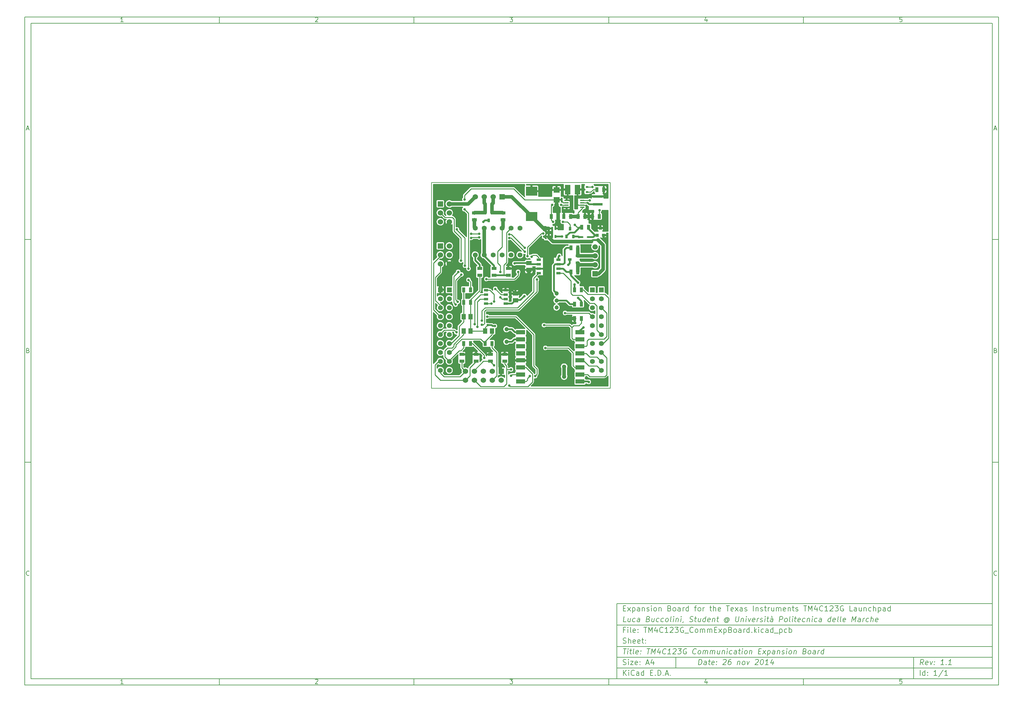
<source format=gtl>
G04 (created by PCBNEW (2013-07-07 BZR 4022)-stable) date 11/26/2014 18:45:40*
%MOIN*%
G04 Gerber Fmt 3.4, Leading zero omitted, Abs format*
%FSLAX34Y34*%
G01*
G70*
G90*
G04 APERTURE LIST*
%ADD10C,0.00590551*%
%ADD11C,0.00629921*%
%ADD12R,0.05X0.016*%
%ADD13R,0.063X0.106*%
%ADD14R,0.0512X0.059*%
%ADD15R,0.059X0.0512*%
%ADD16R,0.035X0.055*%
%ADD17R,0.055X0.035*%
%ADD18R,0.0984252X0.0511811*%
%ADD19R,0.071X0.063*%
%ADD20R,0.036X0.036*%
%ADD21R,0.0394X0.0315*%
%ADD22R,0.0315X0.0394*%
%ADD23R,0.106299X0.0314961*%
%ADD24R,0.023622X0.0354331*%
%ADD25R,0.06X0.06*%
%ADD26C,0.06*%
%ADD27R,0.05X0.025*%
%ADD28R,0.055X0.055*%
%ADD29C,0.055*%
%ADD30R,0.0314961X0.023622*%
%ADD31R,0.125984X0.102362*%
%ADD32R,0.015748X0.015748*%
%ADD33C,0.0472441*%
%ADD34C,0.0551181*%
%ADD35C,0.028*%
%ADD36C,0.05*%
%ADD37C,0.01*%
%ADD38C,0.02*%
%ADD39C,0.04*%
%ADD40C,0.012*%
G04 APERTURE END LIST*
G54D10*
X4000Y-4000D02*
X112930Y-4000D01*
X112930Y-78680D01*
X4000Y-78680D01*
X4000Y-4000D01*
X4700Y-4700D02*
X112230Y-4700D01*
X112230Y-77980D01*
X4700Y-77980D01*
X4700Y-4700D01*
X25780Y-4000D02*
X25780Y-4700D01*
X15032Y-4552D02*
X14747Y-4552D01*
X14890Y-4552D02*
X14890Y-4052D01*
X14842Y-4123D01*
X14794Y-4171D01*
X14747Y-4195D01*
X25780Y-78680D02*
X25780Y-77980D01*
X15032Y-78532D02*
X14747Y-78532D01*
X14890Y-78532D02*
X14890Y-78032D01*
X14842Y-78103D01*
X14794Y-78151D01*
X14747Y-78175D01*
X47560Y-4000D02*
X47560Y-4700D01*
X36527Y-4100D02*
X36550Y-4076D01*
X36598Y-4052D01*
X36717Y-4052D01*
X36765Y-4076D01*
X36789Y-4100D01*
X36812Y-4147D01*
X36812Y-4195D01*
X36789Y-4266D01*
X36503Y-4552D01*
X36812Y-4552D01*
X47560Y-78680D02*
X47560Y-77980D01*
X36527Y-78080D02*
X36550Y-78056D01*
X36598Y-78032D01*
X36717Y-78032D01*
X36765Y-78056D01*
X36789Y-78080D01*
X36812Y-78127D01*
X36812Y-78175D01*
X36789Y-78246D01*
X36503Y-78532D01*
X36812Y-78532D01*
X69340Y-4000D02*
X69340Y-4700D01*
X58283Y-4052D02*
X58592Y-4052D01*
X58426Y-4242D01*
X58497Y-4242D01*
X58545Y-4266D01*
X58569Y-4290D01*
X58592Y-4338D01*
X58592Y-4457D01*
X58569Y-4504D01*
X58545Y-4528D01*
X58497Y-4552D01*
X58354Y-4552D01*
X58307Y-4528D01*
X58283Y-4504D01*
X69340Y-78680D02*
X69340Y-77980D01*
X58283Y-78032D02*
X58592Y-78032D01*
X58426Y-78222D01*
X58497Y-78222D01*
X58545Y-78246D01*
X58569Y-78270D01*
X58592Y-78318D01*
X58592Y-78437D01*
X58569Y-78484D01*
X58545Y-78508D01*
X58497Y-78532D01*
X58354Y-78532D01*
X58307Y-78508D01*
X58283Y-78484D01*
X91120Y-4000D02*
X91120Y-4700D01*
X80325Y-4219D02*
X80325Y-4552D01*
X80206Y-4028D02*
X80087Y-4385D01*
X80396Y-4385D01*
X91120Y-78680D02*
X91120Y-77980D01*
X80325Y-78199D02*
X80325Y-78532D01*
X80206Y-78008D02*
X80087Y-78365D01*
X80396Y-78365D01*
X102129Y-4052D02*
X101890Y-4052D01*
X101867Y-4290D01*
X101890Y-4266D01*
X101938Y-4242D01*
X102057Y-4242D01*
X102105Y-4266D01*
X102129Y-4290D01*
X102152Y-4338D01*
X102152Y-4457D01*
X102129Y-4504D01*
X102105Y-4528D01*
X102057Y-4552D01*
X101938Y-4552D01*
X101890Y-4528D01*
X101867Y-4504D01*
X102129Y-78032D02*
X101890Y-78032D01*
X101867Y-78270D01*
X101890Y-78246D01*
X101938Y-78222D01*
X102057Y-78222D01*
X102105Y-78246D01*
X102129Y-78270D01*
X102152Y-78318D01*
X102152Y-78437D01*
X102129Y-78484D01*
X102105Y-78508D01*
X102057Y-78532D01*
X101938Y-78532D01*
X101890Y-78508D01*
X101867Y-78484D01*
X4000Y-28890D02*
X4700Y-28890D01*
X4230Y-16509D02*
X4469Y-16509D01*
X4183Y-16652D02*
X4350Y-16152D01*
X4516Y-16652D01*
X112930Y-28890D02*
X112230Y-28890D01*
X112460Y-16509D02*
X112699Y-16509D01*
X112413Y-16652D02*
X112580Y-16152D01*
X112746Y-16652D01*
X4000Y-53780D02*
X4700Y-53780D01*
X4385Y-41280D02*
X4457Y-41304D01*
X4480Y-41328D01*
X4504Y-41375D01*
X4504Y-41447D01*
X4480Y-41494D01*
X4457Y-41518D01*
X4409Y-41542D01*
X4219Y-41542D01*
X4219Y-41042D01*
X4385Y-41042D01*
X4433Y-41066D01*
X4457Y-41090D01*
X4480Y-41137D01*
X4480Y-41185D01*
X4457Y-41232D01*
X4433Y-41256D01*
X4385Y-41280D01*
X4219Y-41280D01*
X112930Y-53780D02*
X112230Y-53780D01*
X112615Y-41280D02*
X112687Y-41304D01*
X112710Y-41328D01*
X112734Y-41375D01*
X112734Y-41447D01*
X112710Y-41494D01*
X112687Y-41518D01*
X112639Y-41542D01*
X112449Y-41542D01*
X112449Y-41042D01*
X112615Y-41042D01*
X112663Y-41066D01*
X112687Y-41090D01*
X112710Y-41137D01*
X112710Y-41185D01*
X112687Y-41232D01*
X112663Y-41256D01*
X112615Y-41280D01*
X112449Y-41280D01*
X4504Y-66384D02*
X4480Y-66408D01*
X4409Y-66432D01*
X4361Y-66432D01*
X4290Y-66408D01*
X4242Y-66360D01*
X4219Y-66313D01*
X4195Y-66218D01*
X4195Y-66146D01*
X4219Y-66051D01*
X4242Y-66003D01*
X4290Y-65956D01*
X4361Y-65932D01*
X4409Y-65932D01*
X4480Y-65956D01*
X4504Y-65980D01*
X112734Y-66384D02*
X112710Y-66408D01*
X112639Y-66432D01*
X112591Y-66432D01*
X112520Y-66408D01*
X112472Y-66360D01*
X112449Y-66313D01*
X112425Y-66218D01*
X112425Y-66146D01*
X112449Y-66051D01*
X112472Y-66003D01*
X112520Y-65956D01*
X112591Y-65932D01*
X112639Y-65932D01*
X112710Y-65956D01*
X112734Y-65980D01*
X79380Y-76422D02*
X79455Y-75822D01*
X79597Y-75822D01*
X79680Y-75851D01*
X79730Y-75908D01*
X79751Y-75965D01*
X79765Y-76080D01*
X79755Y-76165D01*
X79712Y-76280D01*
X79676Y-76337D01*
X79612Y-76394D01*
X79522Y-76422D01*
X79380Y-76422D01*
X80237Y-76422D02*
X80276Y-76108D01*
X80255Y-76051D01*
X80201Y-76022D01*
X80087Y-76022D01*
X80026Y-76051D01*
X80240Y-76394D02*
X80180Y-76422D01*
X80037Y-76422D01*
X79983Y-76394D01*
X79962Y-76337D01*
X79969Y-76280D01*
X80005Y-76222D01*
X80065Y-76194D01*
X80208Y-76194D01*
X80269Y-76165D01*
X80487Y-76022D02*
X80715Y-76022D01*
X80597Y-75822D02*
X80533Y-76337D01*
X80555Y-76394D01*
X80608Y-76422D01*
X80665Y-76422D01*
X81097Y-76394D02*
X81037Y-76422D01*
X80922Y-76422D01*
X80869Y-76394D01*
X80847Y-76337D01*
X80876Y-76108D01*
X80912Y-76051D01*
X80972Y-76022D01*
X81087Y-76022D01*
X81140Y-76051D01*
X81162Y-76108D01*
X81155Y-76165D01*
X80862Y-76222D01*
X81387Y-76365D02*
X81412Y-76394D01*
X81380Y-76422D01*
X81355Y-76394D01*
X81387Y-76365D01*
X81380Y-76422D01*
X81426Y-76051D02*
X81451Y-76080D01*
X81419Y-76108D01*
X81394Y-76080D01*
X81426Y-76051D01*
X81419Y-76108D01*
X82162Y-75880D02*
X82194Y-75851D01*
X82255Y-75822D01*
X82397Y-75822D01*
X82451Y-75851D01*
X82476Y-75880D01*
X82497Y-75937D01*
X82490Y-75994D01*
X82451Y-76080D01*
X82065Y-76422D01*
X82437Y-76422D01*
X83026Y-75822D02*
X82912Y-75822D01*
X82851Y-75851D01*
X82819Y-75880D01*
X82751Y-75965D01*
X82708Y-76080D01*
X82680Y-76308D01*
X82701Y-76365D01*
X82726Y-76394D01*
X82780Y-76422D01*
X82894Y-76422D01*
X82955Y-76394D01*
X82987Y-76365D01*
X83022Y-76308D01*
X83040Y-76165D01*
X83019Y-76108D01*
X82994Y-76080D01*
X82940Y-76051D01*
X82826Y-76051D01*
X82765Y-76080D01*
X82733Y-76108D01*
X82697Y-76165D01*
X83772Y-76022D02*
X83722Y-76422D01*
X83765Y-76080D02*
X83797Y-76051D01*
X83858Y-76022D01*
X83944Y-76022D01*
X83997Y-76051D01*
X84019Y-76108D01*
X83980Y-76422D01*
X84351Y-76422D02*
X84297Y-76394D01*
X84272Y-76365D01*
X84251Y-76308D01*
X84272Y-76137D01*
X84308Y-76080D01*
X84340Y-76051D01*
X84401Y-76022D01*
X84487Y-76022D01*
X84540Y-76051D01*
X84565Y-76080D01*
X84587Y-76137D01*
X84565Y-76308D01*
X84530Y-76365D01*
X84497Y-76394D01*
X84437Y-76422D01*
X84351Y-76422D01*
X84801Y-76022D02*
X84894Y-76422D01*
X85087Y-76022D01*
X85762Y-75880D02*
X85794Y-75851D01*
X85855Y-75822D01*
X85997Y-75822D01*
X86051Y-75851D01*
X86076Y-75880D01*
X86097Y-75937D01*
X86090Y-75994D01*
X86051Y-76080D01*
X85665Y-76422D01*
X86037Y-76422D01*
X86483Y-75822D02*
X86540Y-75822D01*
X86594Y-75851D01*
X86619Y-75880D01*
X86640Y-75937D01*
X86655Y-76051D01*
X86637Y-76194D01*
X86594Y-76308D01*
X86558Y-76365D01*
X86526Y-76394D01*
X86465Y-76422D01*
X86408Y-76422D01*
X86355Y-76394D01*
X86330Y-76365D01*
X86308Y-76308D01*
X86294Y-76194D01*
X86312Y-76051D01*
X86355Y-75937D01*
X86390Y-75880D01*
X86422Y-75851D01*
X86483Y-75822D01*
X87180Y-76422D02*
X86837Y-76422D01*
X87008Y-76422D02*
X87083Y-75822D01*
X87015Y-75908D01*
X86951Y-75965D01*
X86890Y-75994D01*
X87744Y-76022D02*
X87694Y-76422D01*
X87630Y-75794D02*
X87433Y-76222D01*
X87805Y-76222D01*
X70972Y-77622D02*
X70972Y-77022D01*
X71315Y-77622D02*
X71058Y-77280D01*
X71315Y-77022D02*
X70972Y-77365D01*
X71572Y-77622D02*
X71572Y-77222D01*
X71572Y-77022D02*
X71544Y-77051D01*
X71572Y-77080D01*
X71601Y-77051D01*
X71572Y-77022D01*
X71572Y-77080D01*
X72201Y-77565D02*
X72172Y-77594D01*
X72087Y-77622D01*
X72030Y-77622D01*
X71944Y-77594D01*
X71887Y-77537D01*
X71858Y-77480D01*
X71830Y-77365D01*
X71830Y-77280D01*
X71858Y-77165D01*
X71887Y-77108D01*
X71944Y-77051D01*
X72030Y-77022D01*
X72087Y-77022D01*
X72172Y-77051D01*
X72201Y-77080D01*
X72715Y-77622D02*
X72715Y-77308D01*
X72687Y-77251D01*
X72630Y-77222D01*
X72515Y-77222D01*
X72458Y-77251D01*
X72715Y-77594D02*
X72658Y-77622D01*
X72515Y-77622D01*
X72458Y-77594D01*
X72430Y-77537D01*
X72430Y-77480D01*
X72458Y-77422D01*
X72515Y-77394D01*
X72658Y-77394D01*
X72715Y-77365D01*
X73258Y-77622D02*
X73258Y-77022D01*
X73258Y-77594D02*
X73201Y-77622D01*
X73087Y-77622D01*
X73030Y-77594D01*
X73001Y-77565D01*
X72972Y-77508D01*
X72972Y-77337D01*
X73001Y-77280D01*
X73030Y-77251D01*
X73087Y-77222D01*
X73201Y-77222D01*
X73258Y-77251D01*
X74001Y-77308D02*
X74201Y-77308D01*
X74287Y-77622D02*
X74001Y-77622D01*
X74001Y-77022D01*
X74287Y-77022D01*
X74544Y-77565D02*
X74572Y-77594D01*
X74544Y-77622D01*
X74515Y-77594D01*
X74544Y-77565D01*
X74544Y-77622D01*
X74829Y-77622D02*
X74829Y-77022D01*
X74972Y-77022D01*
X75058Y-77051D01*
X75115Y-77108D01*
X75144Y-77165D01*
X75172Y-77280D01*
X75172Y-77365D01*
X75144Y-77480D01*
X75115Y-77537D01*
X75058Y-77594D01*
X74972Y-77622D01*
X74829Y-77622D01*
X75429Y-77565D02*
X75458Y-77594D01*
X75429Y-77622D01*
X75401Y-77594D01*
X75429Y-77565D01*
X75429Y-77622D01*
X75687Y-77451D02*
X75972Y-77451D01*
X75629Y-77622D02*
X75829Y-77022D01*
X76029Y-77622D01*
X76229Y-77565D02*
X76258Y-77594D01*
X76229Y-77622D01*
X76201Y-77594D01*
X76229Y-77565D01*
X76229Y-77622D01*
X104522Y-76422D02*
X104358Y-76137D01*
X104180Y-76422D02*
X104255Y-75822D01*
X104483Y-75822D01*
X104537Y-75851D01*
X104562Y-75880D01*
X104583Y-75937D01*
X104572Y-76022D01*
X104537Y-76080D01*
X104505Y-76108D01*
X104444Y-76137D01*
X104215Y-76137D01*
X105012Y-76394D02*
X104951Y-76422D01*
X104837Y-76422D01*
X104783Y-76394D01*
X104762Y-76337D01*
X104790Y-76108D01*
X104826Y-76051D01*
X104887Y-76022D01*
X105001Y-76022D01*
X105055Y-76051D01*
X105076Y-76108D01*
X105069Y-76165D01*
X104776Y-76222D01*
X105287Y-76022D02*
X105380Y-76422D01*
X105572Y-76022D01*
X105758Y-76365D02*
X105783Y-76394D01*
X105751Y-76422D01*
X105726Y-76394D01*
X105758Y-76365D01*
X105751Y-76422D01*
X105797Y-76051D02*
X105822Y-76080D01*
X105790Y-76108D01*
X105765Y-76080D01*
X105797Y-76051D01*
X105790Y-76108D01*
X106808Y-76422D02*
X106465Y-76422D01*
X106637Y-76422D02*
X106712Y-75822D01*
X106644Y-75908D01*
X106580Y-75965D01*
X106519Y-75994D01*
X107072Y-76365D02*
X107097Y-76394D01*
X107065Y-76422D01*
X107040Y-76394D01*
X107072Y-76365D01*
X107065Y-76422D01*
X107665Y-76422D02*
X107322Y-76422D01*
X107494Y-76422D02*
X107569Y-75822D01*
X107501Y-75908D01*
X107437Y-75965D01*
X107376Y-75994D01*
X70944Y-76394D02*
X71030Y-76422D01*
X71172Y-76422D01*
X71230Y-76394D01*
X71258Y-76365D01*
X71287Y-76308D01*
X71287Y-76251D01*
X71258Y-76194D01*
X71230Y-76165D01*
X71172Y-76137D01*
X71058Y-76108D01*
X71001Y-76080D01*
X70972Y-76051D01*
X70944Y-75994D01*
X70944Y-75937D01*
X70972Y-75880D01*
X71001Y-75851D01*
X71058Y-75822D01*
X71201Y-75822D01*
X71287Y-75851D01*
X71544Y-76422D02*
X71544Y-76022D01*
X71544Y-75822D02*
X71515Y-75851D01*
X71544Y-75880D01*
X71572Y-75851D01*
X71544Y-75822D01*
X71544Y-75880D01*
X71772Y-76022D02*
X72087Y-76022D01*
X71772Y-76422D01*
X72087Y-76422D01*
X72544Y-76394D02*
X72487Y-76422D01*
X72372Y-76422D01*
X72315Y-76394D01*
X72287Y-76337D01*
X72287Y-76108D01*
X72315Y-76051D01*
X72372Y-76022D01*
X72487Y-76022D01*
X72544Y-76051D01*
X72572Y-76108D01*
X72572Y-76165D01*
X72287Y-76222D01*
X72830Y-76365D02*
X72858Y-76394D01*
X72830Y-76422D01*
X72801Y-76394D01*
X72830Y-76365D01*
X72830Y-76422D01*
X72830Y-76051D02*
X72858Y-76080D01*
X72830Y-76108D01*
X72801Y-76080D01*
X72830Y-76051D01*
X72830Y-76108D01*
X73544Y-76251D02*
X73830Y-76251D01*
X73487Y-76422D02*
X73687Y-75822D01*
X73887Y-76422D01*
X74344Y-76022D02*
X74344Y-76422D01*
X74201Y-75794D02*
X74058Y-76222D01*
X74430Y-76222D01*
X104172Y-77622D02*
X104172Y-77022D01*
X104715Y-77622D02*
X104715Y-77022D01*
X104715Y-77594D02*
X104658Y-77622D01*
X104544Y-77622D01*
X104487Y-77594D01*
X104458Y-77565D01*
X104430Y-77508D01*
X104430Y-77337D01*
X104458Y-77280D01*
X104487Y-77251D01*
X104544Y-77222D01*
X104658Y-77222D01*
X104715Y-77251D01*
X105001Y-77565D02*
X105030Y-77594D01*
X105001Y-77622D01*
X104972Y-77594D01*
X105001Y-77565D01*
X105001Y-77622D01*
X105001Y-77251D02*
X105030Y-77280D01*
X105001Y-77308D01*
X104972Y-77280D01*
X105001Y-77251D01*
X105001Y-77308D01*
X106058Y-77622D02*
X105715Y-77622D01*
X105887Y-77622D02*
X105887Y-77022D01*
X105829Y-77108D01*
X105772Y-77165D01*
X105715Y-77194D01*
X106744Y-76994D02*
X106230Y-77765D01*
X107258Y-77622D02*
X106915Y-77622D01*
X107087Y-77622D02*
X107087Y-77022D01*
X107029Y-77108D01*
X106972Y-77165D01*
X106915Y-77194D01*
X70969Y-74622D02*
X71312Y-74622D01*
X71065Y-75222D02*
X71140Y-74622D01*
X71437Y-75222D02*
X71487Y-74822D01*
X71512Y-74622D02*
X71480Y-74651D01*
X71505Y-74680D01*
X71537Y-74651D01*
X71512Y-74622D01*
X71505Y-74680D01*
X71687Y-74822D02*
X71915Y-74822D01*
X71797Y-74622D02*
X71733Y-75137D01*
X71755Y-75194D01*
X71808Y-75222D01*
X71865Y-75222D01*
X72151Y-75222D02*
X72097Y-75194D01*
X72076Y-75137D01*
X72140Y-74622D01*
X72612Y-75194D02*
X72551Y-75222D01*
X72437Y-75222D01*
X72383Y-75194D01*
X72362Y-75137D01*
X72390Y-74908D01*
X72426Y-74851D01*
X72487Y-74822D01*
X72601Y-74822D01*
X72655Y-74851D01*
X72676Y-74908D01*
X72669Y-74965D01*
X72376Y-75022D01*
X72901Y-75165D02*
X72926Y-75194D01*
X72894Y-75222D01*
X72869Y-75194D01*
X72901Y-75165D01*
X72894Y-75222D01*
X72940Y-74851D02*
X72965Y-74880D01*
X72933Y-74908D01*
X72908Y-74880D01*
X72940Y-74851D01*
X72933Y-74908D01*
X73626Y-74622D02*
X73969Y-74622D01*
X73722Y-75222D02*
X73797Y-74622D01*
X74094Y-75222D02*
X74169Y-74622D01*
X74315Y-75051D01*
X74569Y-74622D01*
X74494Y-75222D01*
X75087Y-74822D02*
X75037Y-75222D01*
X74972Y-74594D02*
X74776Y-75022D01*
X75147Y-75022D01*
X75701Y-75165D02*
X75669Y-75194D01*
X75580Y-75222D01*
X75522Y-75222D01*
X75440Y-75194D01*
X75390Y-75137D01*
X75369Y-75080D01*
X75355Y-74965D01*
X75365Y-74880D01*
X75408Y-74765D01*
X75444Y-74708D01*
X75508Y-74651D01*
X75597Y-74622D01*
X75655Y-74622D01*
X75737Y-74651D01*
X75762Y-74680D01*
X76265Y-75222D02*
X75922Y-75222D01*
X76094Y-75222D02*
X76169Y-74622D01*
X76101Y-74708D01*
X76037Y-74765D01*
X75976Y-74794D01*
X76562Y-74680D02*
X76594Y-74651D01*
X76655Y-74622D01*
X76797Y-74622D01*
X76851Y-74651D01*
X76876Y-74680D01*
X76897Y-74737D01*
X76890Y-74794D01*
X76851Y-74880D01*
X76465Y-75222D01*
X76837Y-75222D01*
X77112Y-74622D02*
X77483Y-74622D01*
X77255Y-74851D01*
X77340Y-74851D01*
X77394Y-74880D01*
X77419Y-74908D01*
X77440Y-74965D01*
X77422Y-75108D01*
X77387Y-75165D01*
X77355Y-75194D01*
X77294Y-75222D01*
X77122Y-75222D01*
X77069Y-75194D01*
X77044Y-75165D01*
X78051Y-74651D02*
X77997Y-74622D01*
X77912Y-74622D01*
X77822Y-74651D01*
X77758Y-74708D01*
X77722Y-74765D01*
X77680Y-74880D01*
X77669Y-74965D01*
X77683Y-75080D01*
X77705Y-75137D01*
X77755Y-75194D01*
X77837Y-75222D01*
X77894Y-75222D01*
X77983Y-75194D01*
X78015Y-75165D01*
X78040Y-74965D01*
X77926Y-74965D01*
X79072Y-75165D02*
X79040Y-75194D01*
X78951Y-75222D01*
X78894Y-75222D01*
X78812Y-75194D01*
X78762Y-75137D01*
X78740Y-75080D01*
X78726Y-74965D01*
X78737Y-74880D01*
X78780Y-74765D01*
X78815Y-74708D01*
X78880Y-74651D01*
X78969Y-74622D01*
X79026Y-74622D01*
X79108Y-74651D01*
X79133Y-74680D01*
X79408Y-75222D02*
X79355Y-75194D01*
X79330Y-75165D01*
X79308Y-75108D01*
X79330Y-74937D01*
X79365Y-74880D01*
X79397Y-74851D01*
X79458Y-74822D01*
X79544Y-74822D01*
X79597Y-74851D01*
X79622Y-74880D01*
X79644Y-74937D01*
X79622Y-75108D01*
X79587Y-75165D01*
X79555Y-75194D01*
X79494Y-75222D01*
X79408Y-75222D01*
X79865Y-75222D02*
X79915Y-74822D01*
X79908Y-74880D02*
X79940Y-74851D01*
X80001Y-74822D01*
X80087Y-74822D01*
X80140Y-74851D01*
X80162Y-74908D01*
X80122Y-75222D01*
X80162Y-74908D02*
X80197Y-74851D01*
X80258Y-74822D01*
X80344Y-74822D01*
X80397Y-74851D01*
X80419Y-74908D01*
X80380Y-75222D01*
X80665Y-75222D02*
X80715Y-74822D01*
X80708Y-74880D02*
X80740Y-74851D01*
X80801Y-74822D01*
X80887Y-74822D01*
X80940Y-74851D01*
X80962Y-74908D01*
X80922Y-75222D01*
X80962Y-74908D02*
X80997Y-74851D01*
X81058Y-74822D01*
X81144Y-74822D01*
X81197Y-74851D01*
X81219Y-74908D01*
X81180Y-75222D01*
X81772Y-74822D02*
X81722Y-75222D01*
X81515Y-74822D02*
X81476Y-75137D01*
X81497Y-75194D01*
X81551Y-75222D01*
X81637Y-75222D01*
X81697Y-75194D01*
X81730Y-75165D01*
X82058Y-74822D02*
X82008Y-75222D01*
X82051Y-74880D02*
X82083Y-74851D01*
X82144Y-74822D01*
X82230Y-74822D01*
X82283Y-74851D01*
X82305Y-74908D01*
X82265Y-75222D01*
X82551Y-75222D02*
X82601Y-74822D01*
X82626Y-74622D02*
X82594Y-74651D01*
X82619Y-74680D01*
X82651Y-74651D01*
X82626Y-74622D01*
X82619Y-74680D01*
X83097Y-75194D02*
X83037Y-75222D01*
X82922Y-75222D01*
X82869Y-75194D01*
X82844Y-75165D01*
X82822Y-75108D01*
X82844Y-74937D01*
X82880Y-74880D01*
X82912Y-74851D01*
X82972Y-74822D01*
X83087Y-74822D01*
X83140Y-74851D01*
X83608Y-75222D02*
X83647Y-74908D01*
X83626Y-74851D01*
X83572Y-74822D01*
X83458Y-74822D01*
X83397Y-74851D01*
X83612Y-75194D02*
X83551Y-75222D01*
X83408Y-75222D01*
X83355Y-75194D01*
X83333Y-75137D01*
X83340Y-75080D01*
X83376Y-75022D01*
X83437Y-74994D01*
X83580Y-74994D01*
X83640Y-74965D01*
X83858Y-74822D02*
X84087Y-74822D01*
X83969Y-74622D02*
X83905Y-75137D01*
X83926Y-75194D01*
X83980Y-75222D01*
X84037Y-75222D01*
X84237Y-75222D02*
X84287Y-74822D01*
X84312Y-74622D02*
X84280Y-74651D01*
X84305Y-74680D01*
X84337Y-74651D01*
X84312Y-74622D01*
X84305Y-74680D01*
X84608Y-75222D02*
X84555Y-75194D01*
X84530Y-75165D01*
X84508Y-75108D01*
X84530Y-74937D01*
X84565Y-74880D01*
X84597Y-74851D01*
X84658Y-74822D01*
X84744Y-74822D01*
X84797Y-74851D01*
X84822Y-74880D01*
X84844Y-74937D01*
X84822Y-75108D01*
X84787Y-75165D01*
X84755Y-75194D01*
X84694Y-75222D01*
X84608Y-75222D01*
X85115Y-74822D02*
X85065Y-75222D01*
X85108Y-74880D02*
X85140Y-74851D01*
X85201Y-74822D01*
X85287Y-74822D01*
X85340Y-74851D01*
X85362Y-74908D01*
X85322Y-75222D01*
X86105Y-74908D02*
X86305Y-74908D01*
X86351Y-75222D02*
X86065Y-75222D01*
X86140Y-74622D01*
X86426Y-74622D01*
X86551Y-75222D02*
X86915Y-74822D01*
X86601Y-74822D02*
X86865Y-75222D01*
X87144Y-74822D02*
X87069Y-75422D01*
X87140Y-74851D02*
X87201Y-74822D01*
X87315Y-74822D01*
X87369Y-74851D01*
X87394Y-74880D01*
X87415Y-74937D01*
X87394Y-75108D01*
X87358Y-75165D01*
X87326Y-75194D01*
X87265Y-75222D01*
X87151Y-75222D01*
X87097Y-75194D01*
X87894Y-75222D02*
X87933Y-74908D01*
X87912Y-74851D01*
X87858Y-74822D01*
X87744Y-74822D01*
X87683Y-74851D01*
X87897Y-75194D02*
X87837Y-75222D01*
X87694Y-75222D01*
X87640Y-75194D01*
X87619Y-75137D01*
X87626Y-75080D01*
X87662Y-75022D01*
X87722Y-74994D01*
X87865Y-74994D01*
X87926Y-74965D01*
X88230Y-74822D02*
X88180Y-75222D01*
X88222Y-74880D02*
X88255Y-74851D01*
X88315Y-74822D01*
X88401Y-74822D01*
X88455Y-74851D01*
X88476Y-74908D01*
X88437Y-75222D01*
X88697Y-75194D02*
X88751Y-75222D01*
X88865Y-75222D01*
X88926Y-75194D01*
X88962Y-75137D01*
X88965Y-75108D01*
X88944Y-75051D01*
X88890Y-75022D01*
X88805Y-75022D01*
X88751Y-74994D01*
X88730Y-74937D01*
X88733Y-74908D01*
X88769Y-74851D01*
X88830Y-74822D01*
X88915Y-74822D01*
X88969Y-74851D01*
X89208Y-75222D02*
X89258Y-74822D01*
X89283Y-74622D02*
X89251Y-74651D01*
X89276Y-74680D01*
X89308Y-74651D01*
X89283Y-74622D01*
X89276Y-74680D01*
X89579Y-75222D02*
X89526Y-75194D01*
X89501Y-75165D01*
X89480Y-75108D01*
X89501Y-74937D01*
X89537Y-74880D01*
X89569Y-74851D01*
X89629Y-74822D01*
X89715Y-74822D01*
X89769Y-74851D01*
X89794Y-74880D01*
X89815Y-74937D01*
X89794Y-75108D01*
X89758Y-75165D01*
X89726Y-75194D01*
X89665Y-75222D01*
X89579Y-75222D01*
X90087Y-74822D02*
X90037Y-75222D01*
X90079Y-74880D02*
X90112Y-74851D01*
X90172Y-74822D01*
X90258Y-74822D01*
X90312Y-74851D01*
X90333Y-74908D01*
X90294Y-75222D01*
X91276Y-74908D02*
X91358Y-74937D01*
X91383Y-74965D01*
X91404Y-75022D01*
X91394Y-75108D01*
X91358Y-75165D01*
X91326Y-75194D01*
X91265Y-75222D01*
X91037Y-75222D01*
X91112Y-74622D01*
X91312Y-74622D01*
X91365Y-74651D01*
X91390Y-74680D01*
X91412Y-74737D01*
X91404Y-74794D01*
X91369Y-74851D01*
X91337Y-74880D01*
X91276Y-74908D01*
X91076Y-74908D01*
X91722Y-75222D02*
X91669Y-75194D01*
X91644Y-75165D01*
X91622Y-75108D01*
X91644Y-74937D01*
X91679Y-74880D01*
X91712Y-74851D01*
X91772Y-74822D01*
X91858Y-74822D01*
X91912Y-74851D01*
X91937Y-74880D01*
X91958Y-74937D01*
X91937Y-75108D01*
X91901Y-75165D01*
X91869Y-75194D01*
X91808Y-75222D01*
X91722Y-75222D01*
X92437Y-75222D02*
X92476Y-74908D01*
X92454Y-74851D01*
X92401Y-74822D01*
X92287Y-74822D01*
X92226Y-74851D01*
X92440Y-75194D02*
X92379Y-75222D01*
X92237Y-75222D01*
X92183Y-75194D01*
X92162Y-75137D01*
X92169Y-75080D01*
X92204Y-75022D01*
X92265Y-74994D01*
X92408Y-74994D01*
X92469Y-74965D01*
X92722Y-75222D02*
X92772Y-74822D01*
X92758Y-74937D02*
X92794Y-74880D01*
X92826Y-74851D01*
X92887Y-74822D01*
X92944Y-74822D01*
X93351Y-75222D02*
X93426Y-74622D01*
X93354Y-75194D02*
X93294Y-75222D01*
X93179Y-75222D01*
X93126Y-75194D01*
X93101Y-75165D01*
X93080Y-75108D01*
X93101Y-74937D01*
X93137Y-74880D01*
X93169Y-74851D01*
X93229Y-74822D01*
X93344Y-74822D01*
X93397Y-74851D01*
X71172Y-72508D02*
X70972Y-72508D01*
X70972Y-72822D02*
X70972Y-72222D01*
X71258Y-72222D01*
X71487Y-72822D02*
X71487Y-72422D01*
X71487Y-72222D02*
X71458Y-72251D01*
X71487Y-72280D01*
X71515Y-72251D01*
X71487Y-72222D01*
X71487Y-72280D01*
X71858Y-72822D02*
X71801Y-72794D01*
X71772Y-72737D01*
X71772Y-72222D01*
X72315Y-72794D02*
X72258Y-72822D01*
X72144Y-72822D01*
X72087Y-72794D01*
X72058Y-72737D01*
X72058Y-72508D01*
X72087Y-72451D01*
X72144Y-72422D01*
X72258Y-72422D01*
X72315Y-72451D01*
X72344Y-72508D01*
X72344Y-72565D01*
X72058Y-72622D01*
X72601Y-72765D02*
X72630Y-72794D01*
X72601Y-72822D01*
X72572Y-72794D01*
X72601Y-72765D01*
X72601Y-72822D01*
X72601Y-72451D02*
X72630Y-72480D01*
X72601Y-72508D01*
X72572Y-72480D01*
X72601Y-72451D01*
X72601Y-72508D01*
X73258Y-72222D02*
X73601Y-72222D01*
X73430Y-72822D02*
X73430Y-72222D01*
X73801Y-72822D02*
X73801Y-72222D01*
X74001Y-72651D01*
X74201Y-72222D01*
X74201Y-72822D01*
X74744Y-72422D02*
X74744Y-72822D01*
X74601Y-72194D02*
X74458Y-72622D01*
X74830Y-72622D01*
X75401Y-72765D02*
X75372Y-72794D01*
X75287Y-72822D01*
X75230Y-72822D01*
X75144Y-72794D01*
X75087Y-72737D01*
X75058Y-72680D01*
X75030Y-72565D01*
X75030Y-72480D01*
X75058Y-72365D01*
X75087Y-72308D01*
X75144Y-72251D01*
X75230Y-72222D01*
X75287Y-72222D01*
X75372Y-72251D01*
X75401Y-72280D01*
X75972Y-72822D02*
X75630Y-72822D01*
X75801Y-72822D02*
X75801Y-72222D01*
X75744Y-72308D01*
X75687Y-72365D01*
X75630Y-72394D01*
X76201Y-72280D02*
X76230Y-72251D01*
X76287Y-72222D01*
X76430Y-72222D01*
X76487Y-72251D01*
X76515Y-72280D01*
X76544Y-72337D01*
X76544Y-72394D01*
X76515Y-72480D01*
X76172Y-72822D01*
X76544Y-72822D01*
X76744Y-72222D02*
X77115Y-72222D01*
X76915Y-72451D01*
X77001Y-72451D01*
X77058Y-72480D01*
X77087Y-72508D01*
X77115Y-72565D01*
X77115Y-72708D01*
X77087Y-72765D01*
X77058Y-72794D01*
X77001Y-72822D01*
X76830Y-72822D01*
X76772Y-72794D01*
X76744Y-72765D01*
X77687Y-72251D02*
X77630Y-72222D01*
X77544Y-72222D01*
X77458Y-72251D01*
X77401Y-72308D01*
X77372Y-72365D01*
X77344Y-72480D01*
X77344Y-72565D01*
X77372Y-72680D01*
X77401Y-72737D01*
X77458Y-72794D01*
X77544Y-72822D01*
X77601Y-72822D01*
X77687Y-72794D01*
X77715Y-72765D01*
X77715Y-72565D01*
X77601Y-72565D01*
X77830Y-72880D02*
X78287Y-72880D01*
X78772Y-72765D02*
X78744Y-72794D01*
X78658Y-72822D01*
X78601Y-72822D01*
X78515Y-72794D01*
X78458Y-72737D01*
X78430Y-72680D01*
X78401Y-72565D01*
X78401Y-72480D01*
X78430Y-72365D01*
X78458Y-72308D01*
X78515Y-72251D01*
X78601Y-72222D01*
X78658Y-72222D01*
X78744Y-72251D01*
X78772Y-72280D01*
X79115Y-72822D02*
X79058Y-72794D01*
X79030Y-72765D01*
X79001Y-72708D01*
X79001Y-72537D01*
X79030Y-72480D01*
X79058Y-72451D01*
X79115Y-72422D01*
X79201Y-72422D01*
X79258Y-72451D01*
X79287Y-72480D01*
X79315Y-72537D01*
X79315Y-72708D01*
X79287Y-72765D01*
X79258Y-72794D01*
X79201Y-72822D01*
X79115Y-72822D01*
X79572Y-72822D02*
X79572Y-72422D01*
X79572Y-72480D02*
X79601Y-72451D01*
X79658Y-72422D01*
X79744Y-72422D01*
X79801Y-72451D01*
X79830Y-72508D01*
X79830Y-72822D01*
X79830Y-72508D02*
X79858Y-72451D01*
X79915Y-72422D01*
X80001Y-72422D01*
X80058Y-72451D01*
X80087Y-72508D01*
X80087Y-72822D01*
X80372Y-72822D02*
X80372Y-72422D01*
X80372Y-72480D02*
X80401Y-72451D01*
X80458Y-72422D01*
X80544Y-72422D01*
X80601Y-72451D01*
X80630Y-72508D01*
X80630Y-72822D01*
X80630Y-72508D02*
X80658Y-72451D01*
X80715Y-72422D01*
X80801Y-72422D01*
X80858Y-72451D01*
X80887Y-72508D01*
X80887Y-72822D01*
X81172Y-72508D02*
X81372Y-72508D01*
X81458Y-72822D02*
X81172Y-72822D01*
X81172Y-72222D01*
X81458Y-72222D01*
X81658Y-72822D02*
X81972Y-72422D01*
X81658Y-72422D02*
X81972Y-72822D01*
X82201Y-72422D02*
X82201Y-73022D01*
X82201Y-72451D02*
X82258Y-72422D01*
X82372Y-72422D01*
X82430Y-72451D01*
X82458Y-72480D01*
X82487Y-72537D01*
X82487Y-72708D01*
X82458Y-72765D01*
X82430Y-72794D01*
X82372Y-72822D01*
X82258Y-72822D01*
X82201Y-72794D01*
X82944Y-72508D02*
X83030Y-72537D01*
X83058Y-72565D01*
X83087Y-72622D01*
X83087Y-72708D01*
X83058Y-72765D01*
X83030Y-72794D01*
X82972Y-72822D01*
X82744Y-72822D01*
X82744Y-72222D01*
X82944Y-72222D01*
X83001Y-72251D01*
X83030Y-72280D01*
X83058Y-72337D01*
X83058Y-72394D01*
X83030Y-72451D01*
X83001Y-72480D01*
X82944Y-72508D01*
X82744Y-72508D01*
X83430Y-72822D02*
X83372Y-72794D01*
X83344Y-72765D01*
X83315Y-72708D01*
X83315Y-72537D01*
X83344Y-72480D01*
X83372Y-72451D01*
X83430Y-72422D01*
X83515Y-72422D01*
X83572Y-72451D01*
X83601Y-72480D01*
X83630Y-72537D01*
X83630Y-72708D01*
X83601Y-72765D01*
X83572Y-72794D01*
X83515Y-72822D01*
X83430Y-72822D01*
X84144Y-72822D02*
X84144Y-72508D01*
X84115Y-72451D01*
X84058Y-72422D01*
X83944Y-72422D01*
X83887Y-72451D01*
X84144Y-72794D02*
X84087Y-72822D01*
X83944Y-72822D01*
X83887Y-72794D01*
X83858Y-72737D01*
X83858Y-72680D01*
X83887Y-72622D01*
X83944Y-72594D01*
X84087Y-72594D01*
X84144Y-72565D01*
X84430Y-72822D02*
X84430Y-72422D01*
X84430Y-72537D02*
X84458Y-72480D01*
X84487Y-72451D01*
X84544Y-72422D01*
X84601Y-72422D01*
X85058Y-72822D02*
X85058Y-72222D01*
X85058Y-72794D02*
X85001Y-72822D01*
X84887Y-72822D01*
X84830Y-72794D01*
X84801Y-72765D01*
X84772Y-72708D01*
X84772Y-72537D01*
X84801Y-72480D01*
X84830Y-72451D01*
X84887Y-72422D01*
X85001Y-72422D01*
X85058Y-72451D01*
X85344Y-72765D02*
X85372Y-72794D01*
X85344Y-72822D01*
X85315Y-72794D01*
X85344Y-72765D01*
X85344Y-72822D01*
X85630Y-72822D02*
X85630Y-72222D01*
X85687Y-72594D02*
X85858Y-72822D01*
X85858Y-72422D02*
X85630Y-72651D01*
X86115Y-72822D02*
X86115Y-72422D01*
X86115Y-72222D02*
X86087Y-72251D01*
X86115Y-72280D01*
X86144Y-72251D01*
X86115Y-72222D01*
X86115Y-72280D01*
X86658Y-72794D02*
X86601Y-72822D01*
X86487Y-72822D01*
X86430Y-72794D01*
X86401Y-72765D01*
X86372Y-72708D01*
X86372Y-72537D01*
X86401Y-72480D01*
X86430Y-72451D01*
X86487Y-72422D01*
X86601Y-72422D01*
X86658Y-72451D01*
X87172Y-72822D02*
X87172Y-72508D01*
X87144Y-72451D01*
X87087Y-72422D01*
X86972Y-72422D01*
X86915Y-72451D01*
X87172Y-72794D02*
X87115Y-72822D01*
X86972Y-72822D01*
X86915Y-72794D01*
X86887Y-72737D01*
X86887Y-72680D01*
X86915Y-72622D01*
X86972Y-72594D01*
X87115Y-72594D01*
X87172Y-72565D01*
X87715Y-72822D02*
X87715Y-72222D01*
X87715Y-72794D02*
X87658Y-72822D01*
X87544Y-72822D01*
X87487Y-72794D01*
X87458Y-72765D01*
X87430Y-72708D01*
X87430Y-72537D01*
X87458Y-72480D01*
X87487Y-72451D01*
X87544Y-72422D01*
X87658Y-72422D01*
X87715Y-72451D01*
X87858Y-72880D02*
X88315Y-72880D01*
X88458Y-72422D02*
X88458Y-73022D01*
X88458Y-72451D02*
X88515Y-72422D01*
X88630Y-72422D01*
X88687Y-72451D01*
X88715Y-72480D01*
X88744Y-72537D01*
X88744Y-72708D01*
X88715Y-72765D01*
X88687Y-72794D01*
X88630Y-72822D01*
X88515Y-72822D01*
X88458Y-72794D01*
X89258Y-72794D02*
X89201Y-72822D01*
X89087Y-72822D01*
X89030Y-72794D01*
X89001Y-72765D01*
X88972Y-72708D01*
X88972Y-72537D01*
X89001Y-72480D01*
X89030Y-72451D01*
X89087Y-72422D01*
X89201Y-72422D01*
X89258Y-72451D01*
X89515Y-72822D02*
X89515Y-72222D01*
X89515Y-72451D02*
X89572Y-72422D01*
X89687Y-72422D01*
X89744Y-72451D01*
X89772Y-72480D01*
X89801Y-72537D01*
X89801Y-72708D01*
X89772Y-72765D01*
X89744Y-72794D01*
X89687Y-72822D01*
X89572Y-72822D01*
X89515Y-72794D01*
X70944Y-73994D02*
X71030Y-74022D01*
X71172Y-74022D01*
X71230Y-73994D01*
X71258Y-73965D01*
X71287Y-73908D01*
X71287Y-73851D01*
X71258Y-73794D01*
X71230Y-73765D01*
X71172Y-73737D01*
X71058Y-73708D01*
X71001Y-73680D01*
X70972Y-73651D01*
X70944Y-73594D01*
X70944Y-73537D01*
X70972Y-73480D01*
X71001Y-73451D01*
X71058Y-73422D01*
X71201Y-73422D01*
X71287Y-73451D01*
X71544Y-74022D02*
X71544Y-73422D01*
X71801Y-74022D02*
X71801Y-73708D01*
X71772Y-73651D01*
X71715Y-73622D01*
X71630Y-73622D01*
X71572Y-73651D01*
X71544Y-73680D01*
X72315Y-73994D02*
X72258Y-74022D01*
X72144Y-74022D01*
X72087Y-73994D01*
X72058Y-73937D01*
X72058Y-73708D01*
X72087Y-73651D01*
X72144Y-73622D01*
X72258Y-73622D01*
X72315Y-73651D01*
X72344Y-73708D01*
X72344Y-73765D01*
X72058Y-73822D01*
X72830Y-73994D02*
X72772Y-74022D01*
X72658Y-74022D01*
X72601Y-73994D01*
X72572Y-73937D01*
X72572Y-73708D01*
X72601Y-73651D01*
X72658Y-73622D01*
X72772Y-73622D01*
X72830Y-73651D01*
X72858Y-73708D01*
X72858Y-73765D01*
X72572Y-73822D01*
X73030Y-73622D02*
X73258Y-73622D01*
X73115Y-73422D02*
X73115Y-73937D01*
X73144Y-73994D01*
X73201Y-74022D01*
X73258Y-74022D01*
X73458Y-73965D02*
X73487Y-73994D01*
X73458Y-74022D01*
X73430Y-73994D01*
X73458Y-73965D01*
X73458Y-74022D01*
X73458Y-73651D02*
X73487Y-73680D01*
X73458Y-73708D01*
X73430Y-73680D01*
X73458Y-73651D01*
X73458Y-73708D01*
X71265Y-71622D02*
X70980Y-71622D01*
X71055Y-71022D01*
X71772Y-71222D02*
X71722Y-71622D01*
X71515Y-71222D02*
X71476Y-71537D01*
X71497Y-71594D01*
X71551Y-71622D01*
X71637Y-71622D01*
X71697Y-71594D01*
X71730Y-71565D01*
X72269Y-71594D02*
X72208Y-71622D01*
X72094Y-71622D01*
X72040Y-71594D01*
X72015Y-71565D01*
X71994Y-71508D01*
X72015Y-71337D01*
X72051Y-71280D01*
X72083Y-71251D01*
X72144Y-71222D01*
X72258Y-71222D01*
X72312Y-71251D01*
X72780Y-71622D02*
X72819Y-71308D01*
X72797Y-71251D01*
X72744Y-71222D01*
X72630Y-71222D01*
X72569Y-71251D01*
X72783Y-71594D02*
X72722Y-71622D01*
X72580Y-71622D01*
X72526Y-71594D01*
X72505Y-71537D01*
X72512Y-71480D01*
X72547Y-71422D01*
X72608Y-71394D01*
X72751Y-71394D01*
X72812Y-71365D01*
X73762Y-71308D02*
X73844Y-71337D01*
X73869Y-71365D01*
X73890Y-71422D01*
X73880Y-71508D01*
X73844Y-71565D01*
X73812Y-71594D01*
X73751Y-71622D01*
X73522Y-71622D01*
X73597Y-71022D01*
X73797Y-71022D01*
X73851Y-71051D01*
X73876Y-71080D01*
X73897Y-71137D01*
X73890Y-71194D01*
X73854Y-71251D01*
X73822Y-71280D01*
X73762Y-71308D01*
X73562Y-71308D01*
X74430Y-71222D02*
X74380Y-71622D01*
X74172Y-71222D02*
X74133Y-71537D01*
X74155Y-71594D01*
X74208Y-71622D01*
X74294Y-71622D01*
X74355Y-71594D01*
X74387Y-71565D01*
X74926Y-71594D02*
X74865Y-71622D01*
X74751Y-71622D01*
X74697Y-71594D01*
X74672Y-71565D01*
X74651Y-71508D01*
X74672Y-71337D01*
X74708Y-71280D01*
X74740Y-71251D01*
X74801Y-71222D01*
X74915Y-71222D01*
X74969Y-71251D01*
X75440Y-71594D02*
X75380Y-71622D01*
X75265Y-71622D01*
X75212Y-71594D01*
X75187Y-71565D01*
X75165Y-71508D01*
X75187Y-71337D01*
X75222Y-71280D01*
X75255Y-71251D01*
X75315Y-71222D01*
X75430Y-71222D01*
X75483Y-71251D01*
X75780Y-71622D02*
X75726Y-71594D01*
X75701Y-71565D01*
X75680Y-71508D01*
X75701Y-71337D01*
X75737Y-71280D01*
X75769Y-71251D01*
X75830Y-71222D01*
X75915Y-71222D01*
X75969Y-71251D01*
X75994Y-71280D01*
X76015Y-71337D01*
X75994Y-71508D01*
X75958Y-71565D01*
X75926Y-71594D01*
X75865Y-71622D01*
X75780Y-71622D01*
X76322Y-71622D02*
X76269Y-71594D01*
X76247Y-71537D01*
X76312Y-71022D01*
X76551Y-71622D02*
X76601Y-71222D01*
X76626Y-71022D02*
X76594Y-71051D01*
X76619Y-71080D01*
X76651Y-71051D01*
X76626Y-71022D01*
X76619Y-71080D01*
X76887Y-71222D02*
X76837Y-71622D01*
X76880Y-71280D02*
X76912Y-71251D01*
X76972Y-71222D01*
X77058Y-71222D01*
X77112Y-71251D01*
X77133Y-71308D01*
X77094Y-71622D01*
X77380Y-71622D02*
X77430Y-71222D01*
X77455Y-71022D02*
X77422Y-71051D01*
X77447Y-71080D01*
X77480Y-71051D01*
X77455Y-71022D01*
X77447Y-71080D01*
X77697Y-71594D02*
X77694Y-71622D01*
X77658Y-71680D01*
X77626Y-71708D01*
X78383Y-71594D02*
X78465Y-71622D01*
X78608Y-71622D01*
X78669Y-71594D01*
X78701Y-71565D01*
X78737Y-71508D01*
X78744Y-71451D01*
X78722Y-71394D01*
X78697Y-71365D01*
X78644Y-71337D01*
X78533Y-71308D01*
X78480Y-71280D01*
X78454Y-71251D01*
X78433Y-71194D01*
X78440Y-71137D01*
X78476Y-71080D01*
X78508Y-71051D01*
X78569Y-71022D01*
X78712Y-71022D01*
X78794Y-71051D01*
X78944Y-71222D02*
X79172Y-71222D01*
X79055Y-71022D02*
X78990Y-71537D01*
X79012Y-71594D01*
X79065Y-71622D01*
X79122Y-71622D01*
X79630Y-71222D02*
X79580Y-71622D01*
X79372Y-71222D02*
X79333Y-71537D01*
X79355Y-71594D01*
X79408Y-71622D01*
X79494Y-71622D01*
X79555Y-71594D01*
X79587Y-71565D01*
X80122Y-71622D02*
X80197Y-71022D01*
X80126Y-71594D02*
X80065Y-71622D01*
X79951Y-71622D01*
X79897Y-71594D01*
X79872Y-71565D01*
X79851Y-71508D01*
X79872Y-71337D01*
X79908Y-71280D01*
X79940Y-71251D01*
X80001Y-71222D01*
X80115Y-71222D01*
X80169Y-71251D01*
X80640Y-71594D02*
X80580Y-71622D01*
X80465Y-71622D01*
X80412Y-71594D01*
X80390Y-71537D01*
X80419Y-71308D01*
X80454Y-71251D01*
X80515Y-71222D01*
X80630Y-71222D01*
X80683Y-71251D01*
X80705Y-71308D01*
X80697Y-71365D01*
X80405Y-71422D01*
X80972Y-71222D02*
X80922Y-71622D01*
X80965Y-71280D02*
X80997Y-71251D01*
X81058Y-71222D01*
X81144Y-71222D01*
X81197Y-71251D01*
X81219Y-71308D01*
X81180Y-71622D01*
X81430Y-71222D02*
X81658Y-71222D01*
X81540Y-71022D02*
X81476Y-71537D01*
X81497Y-71594D01*
X81551Y-71622D01*
X81608Y-71622D01*
X82672Y-71337D02*
X82647Y-71308D01*
X82594Y-71280D01*
X82537Y-71280D01*
X82476Y-71308D01*
X82444Y-71337D01*
X82408Y-71394D01*
X82401Y-71451D01*
X82422Y-71508D01*
X82447Y-71537D01*
X82501Y-71565D01*
X82558Y-71565D01*
X82619Y-71537D01*
X82651Y-71508D01*
X82680Y-71280D02*
X82651Y-71508D01*
X82676Y-71537D01*
X82705Y-71537D01*
X82765Y-71508D01*
X82801Y-71451D01*
X82819Y-71308D01*
X82772Y-71222D01*
X82694Y-71165D01*
X82583Y-71137D01*
X82465Y-71165D01*
X82372Y-71222D01*
X82305Y-71308D01*
X82262Y-71422D01*
X82276Y-71537D01*
X82322Y-71622D01*
X82401Y-71680D01*
X82512Y-71708D01*
X82630Y-71680D01*
X82722Y-71622D01*
X83569Y-71022D02*
X83508Y-71508D01*
X83530Y-71565D01*
X83555Y-71594D01*
X83608Y-71622D01*
X83722Y-71622D01*
X83783Y-71594D01*
X83815Y-71565D01*
X83851Y-71508D01*
X83912Y-71022D01*
X84172Y-71222D02*
X84122Y-71622D01*
X84165Y-71280D02*
X84197Y-71251D01*
X84258Y-71222D01*
X84344Y-71222D01*
X84397Y-71251D01*
X84419Y-71308D01*
X84380Y-71622D01*
X84665Y-71622D02*
X84715Y-71222D01*
X84740Y-71022D02*
X84708Y-71051D01*
X84733Y-71080D01*
X84765Y-71051D01*
X84740Y-71022D01*
X84733Y-71080D01*
X84944Y-71222D02*
X85037Y-71622D01*
X85230Y-71222D01*
X85640Y-71594D02*
X85580Y-71622D01*
X85465Y-71622D01*
X85412Y-71594D01*
X85390Y-71537D01*
X85419Y-71308D01*
X85454Y-71251D01*
X85515Y-71222D01*
X85630Y-71222D01*
X85683Y-71251D01*
X85705Y-71308D01*
X85697Y-71365D01*
X85405Y-71422D01*
X85922Y-71622D02*
X85972Y-71222D01*
X85958Y-71337D02*
X85994Y-71280D01*
X86026Y-71251D01*
X86087Y-71222D01*
X86144Y-71222D01*
X86269Y-71594D02*
X86322Y-71622D01*
X86437Y-71622D01*
X86497Y-71594D01*
X86533Y-71537D01*
X86537Y-71508D01*
X86515Y-71451D01*
X86462Y-71422D01*
X86376Y-71422D01*
X86322Y-71394D01*
X86301Y-71337D01*
X86305Y-71308D01*
X86340Y-71251D01*
X86401Y-71222D01*
X86487Y-71222D01*
X86540Y-71251D01*
X86780Y-71622D02*
X86830Y-71222D01*
X86855Y-71022D02*
X86822Y-71051D01*
X86847Y-71080D01*
X86880Y-71051D01*
X86855Y-71022D01*
X86847Y-71080D01*
X87030Y-71222D02*
X87258Y-71222D01*
X87140Y-71022D02*
X87076Y-71537D01*
X87097Y-71594D01*
X87151Y-71622D01*
X87208Y-71622D01*
X87665Y-71622D02*
X87705Y-71308D01*
X87683Y-71251D01*
X87630Y-71222D01*
X87515Y-71222D01*
X87454Y-71251D01*
X87669Y-71594D02*
X87608Y-71622D01*
X87465Y-71622D01*
X87412Y-71594D01*
X87390Y-71537D01*
X87397Y-71480D01*
X87433Y-71422D01*
X87494Y-71394D01*
X87637Y-71394D01*
X87697Y-71365D01*
X87544Y-70994D02*
X87619Y-71080D01*
X88408Y-71622D02*
X88483Y-71022D01*
X88712Y-71022D01*
X88765Y-71051D01*
X88790Y-71080D01*
X88812Y-71137D01*
X88801Y-71222D01*
X88765Y-71280D01*
X88733Y-71308D01*
X88672Y-71337D01*
X88444Y-71337D01*
X89094Y-71622D02*
X89040Y-71594D01*
X89015Y-71565D01*
X88994Y-71508D01*
X89015Y-71337D01*
X89051Y-71280D01*
X89083Y-71251D01*
X89144Y-71222D01*
X89230Y-71222D01*
X89283Y-71251D01*
X89308Y-71280D01*
X89329Y-71337D01*
X89308Y-71508D01*
X89272Y-71565D01*
X89240Y-71594D01*
X89180Y-71622D01*
X89094Y-71622D01*
X89637Y-71622D02*
X89583Y-71594D01*
X89562Y-71537D01*
X89626Y-71022D01*
X89865Y-71622D02*
X89915Y-71222D01*
X89940Y-71022D02*
X89908Y-71051D01*
X89933Y-71080D01*
X89965Y-71051D01*
X89940Y-71022D01*
X89933Y-71080D01*
X90115Y-71222D02*
X90344Y-71222D01*
X90226Y-71022D02*
X90162Y-71537D01*
X90183Y-71594D01*
X90237Y-71622D01*
X90294Y-71622D01*
X90726Y-71594D02*
X90665Y-71622D01*
X90551Y-71622D01*
X90497Y-71594D01*
X90476Y-71537D01*
X90505Y-71308D01*
X90540Y-71251D01*
X90601Y-71222D01*
X90715Y-71222D01*
X90769Y-71251D01*
X90790Y-71308D01*
X90783Y-71365D01*
X90490Y-71422D01*
X91269Y-71594D02*
X91208Y-71622D01*
X91094Y-71622D01*
X91040Y-71594D01*
X91015Y-71565D01*
X90994Y-71508D01*
X91015Y-71337D01*
X91051Y-71280D01*
X91083Y-71251D01*
X91144Y-71222D01*
X91258Y-71222D01*
X91312Y-71251D01*
X91572Y-71222D02*
X91522Y-71622D01*
X91565Y-71280D02*
X91597Y-71251D01*
X91658Y-71222D01*
X91744Y-71222D01*
X91797Y-71251D01*
X91819Y-71308D01*
X91780Y-71622D01*
X92065Y-71622D02*
X92115Y-71222D01*
X92140Y-71022D02*
X92108Y-71051D01*
X92133Y-71080D01*
X92165Y-71051D01*
X92140Y-71022D01*
X92133Y-71080D01*
X92612Y-71594D02*
X92551Y-71622D01*
X92437Y-71622D01*
X92383Y-71594D01*
X92358Y-71565D01*
X92337Y-71508D01*
X92358Y-71337D01*
X92394Y-71280D01*
X92426Y-71251D01*
X92487Y-71222D01*
X92601Y-71222D01*
X92654Y-71251D01*
X93122Y-71622D02*
X93162Y-71308D01*
X93140Y-71251D01*
X93087Y-71222D01*
X92972Y-71222D01*
X92912Y-71251D01*
X93126Y-71594D02*
X93065Y-71622D01*
X92922Y-71622D01*
X92869Y-71594D01*
X92847Y-71537D01*
X92855Y-71480D01*
X92890Y-71422D01*
X92951Y-71394D01*
X93094Y-71394D01*
X93155Y-71365D01*
X94122Y-71622D02*
X94197Y-71022D01*
X94126Y-71594D02*
X94065Y-71622D01*
X93951Y-71622D01*
X93897Y-71594D01*
X93872Y-71565D01*
X93851Y-71508D01*
X93872Y-71337D01*
X93908Y-71280D01*
X93940Y-71251D01*
X94001Y-71222D01*
X94115Y-71222D01*
X94169Y-71251D01*
X94640Y-71594D02*
X94580Y-71622D01*
X94465Y-71622D01*
X94412Y-71594D01*
X94390Y-71537D01*
X94419Y-71308D01*
X94454Y-71251D01*
X94515Y-71222D01*
X94630Y-71222D01*
X94683Y-71251D01*
X94705Y-71308D01*
X94697Y-71365D01*
X94405Y-71422D01*
X95008Y-71622D02*
X94955Y-71594D01*
X94933Y-71537D01*
X94997Y-71022D01*
X95322Y-71622D02*
X95269Y-71594D01*
X95247Y-71537D01*
X95312Y-71022D01*
X95783Y-71594D02*
X95722Y-71622D01*
X95608Y-71622D01*
X95555Y-71594D01*
X95533Y-71537D01*
X95562Y-71308D01*
X95597Y-71251D01*
X95658Y-71222D01*
X95772Y-71222D01*
X95826Y-71251D01*
X95847Y-71308D01*
X95840Y-71365D01*
X95547Y-71422D01*
X96522Y-71622D02*
X96597Y-71022D01*
X96744Y-71451D01*
X96997Y-71022D01*
X96922Y-71622D01*
X97465Y-71622D02*
X97505Y-71308D01*
X97483Y-71251D01*
X97430Y-71222D01*
X97315Y-71222D01*
X97255Y-71251D01*
X97469Y-71594D02*
X97408Y-71622D01*
X97265Y-71622D01*
X97212Y-71594D01*
X97190Y-71537D01*
X97197Y-71480D01*
X97233Y-71422D01*
X97294Y-71394D01*
X97437Y-71394D01*
X97497Y-71365D01*
X97751Y-71622D02*
X97801Y-71222D01*
X97787Y-71337D02*
X97822Y-71280D01*
X97855Y-71251D01*
X97915Y-71222D01*
X97972Y-71222D01*
X98383Y-71594D02*
X98322Y-71622D01*
X98208Y-71622D01*
X98155Y-71594D01*
X98130Y-71565D01*
X98108Y-71508D01*
X98130Y-71337D01*
X98165Y-71280D01*
X98197Y-71251D01*
X98258Y-71222D01*
X98372Y-71222D01*
X98426Y-71251D01*
X98637Y-71622D02*
X98712Y-71022D01*
X98894Y-71622D02*
X98933Y-71308D01*
X98912Y-71251D01*
X98858Y-71222D01*
X98772Y-71222D01*
X98712Y-71251D01*
X98680Y-71280D01*
X99412Y-71594D02*
X99351Y-71622D01*
X99237Y-71622D01*
X99183Y-71594D01*
X99162Y-71537D01*
X99190Y-71308D01*
X99226Y-71251D01*
X99287Y-71222D01*
X99401Y-71222D01*
X99455Y-71251D01*
X99476Y-71308D01*
X99469Y-71365D01*
X99176Y-71422D01*
X70972Y-70108D02*
X71172Y-70108D01*
X71258Y-70422D02*
X70972Y-70422D01*
X70972Y-69822D01*
X71258Y-69822D01*
X71458Y-70422D02*
X71772Y-70022D01*
X71458Y-70022D02*
X71772Y-70422D01*
X72001Y-70022D02*
X72001Y-70622D01*
X72001Y-70051D02*
X72058Y-70022D01*
X72172Y-70022D01*
X72230Y-70051D01*
X72258Y-70080D01*
X72287Y-70137D01*
X72287Y-70308D01*
X72258Y-70365D01*
X72230Y-70394D01*
X72172Y-70422D01*
X72058Y-70422D01*
X72001Y-70394D01*
X72801Y-70422D02*
X72801Y-70108D01*
X72772Y-70051D01*
X72715Y-70022D01*
X72601Y-70022D01*
X72544Y-70051D01*
X72801Y-70394D02*
X72744Y-70422D01*
X72601Y-70422D01*
X72544Y-70394D01*
X72515Y-70337D01*
X72515Y-70280D01*
X72544Y-70222D01*
X72601Y-70194D01*
X72744Y-70194D01*
X72801Y-70165D01*
X73087Y-70022D02*
X73087Y-70422D01*
X73087Y-70080D02*
X73115Y-70051D01*
X73172Y-70022D01*
X73258Y-70022D01*
X73315Y-70051D01*
X73344Y-70108D01*
X73344Y-70422D01*
X73601Y-70394D02*
X73658Y-70422D01*
X73772Y-70422D01*
X73829Y-70394D01*
X73858Y-70337D01*
X73858Y-70308D01*
X73829Y-70251D01*
X73772Y-70222D01*
X73687Y-70222D01*
X73629Y-70194D01*
X73601Y-70137D01*
X73601Y-70108D01*
X73629Y-70051D01*
X73687Y-70022D01*
X73772Y-70022D01*
X73829Y-70051D01*
X74115Y-70422D02*
X74115Y-70022D01*
X74115Y-69822D02*
X74087Y-69851D01*
X74115Y-69880D01*
X74144Y-69851D01*
X74115Y-69822D01*
X74115Y-69880D01*
X74487Y-70422D02*
X74429Y-70394D01*
X74401Y-70365D01*
X74372Y-70308D01*
X74372Y-70137D01*
X74401Y-70080D01*
X74429Y-70051D01*
X74487Y-70022D01*
X74572Y-70022D01*
X74629Y-70051D01*
X74658Y-70080D01*
X74687Y-70137D01*
X74687Y-70308D01*
X74658Y-70365D01*
X74629Y-70394D01*
X74572Y-70422D01*
X74487Y-70422D01*
X74944Y-70022D02*
X74944Y-70422D01*
X74944Y-70080D02*
X74972Y-70051D01*
X75029Y-70022D01*
X75115Y-70022D01*
X75172Y-70051D01*
X75201Y-70108D01*
X75201Y-70422D01*
X76144Y-70108D02*
X76229Y-70137D01*
X76258Y-70165D01*
X76287Y-70222D01*
X76287Y-70308D01*
X76258Y-70365D01*
X76229Y-70394D01*
X76172Y-70422D01*
X75944Y-70422D01*
X75944Y-69822D01*
X76144Y-69822D01*
X76201Y-69851D01*
X76229Y-69880D01*
X76258Y-69937D01*
X76258Y-69994D01*
X76229Y-70051D01*
X76201Y-70080D01*
X76144Y-70108D01*
X75944Y-70108D01*
X76629Y-70422D02*
X76572Y-70394D01*
X76544Y-70365D01*
X76515Y-70308D01*
X76515Y-70137D01*
X76544Y-70080D01*
X76572Y-70051D01*
X76629Y-70022D01*
X76715Y-70022D01*
X76772Y-70051D01*
X76801Y-70080D01*
X76829Y-70137D01*
X76829Y-70308D01*
X76801Y-70365D01*
X76772Y-70394D01*
X76715Y-70422D01*
X76629Y-70422D01*
X77344Y-70422D02*
X77344Y-70108D01*
X77315Y-70051D01*
X77258Y-70022D01*
X77144Y-70022D01*
X77087Y-70051D01*
X77344Y-70394D02*
X77287Y-70422D01*
X77144Y-70422D01*
X77087Y-70394D01*
X77058Y-70337D01*
X77058Y-70280D01*
X77087Y-70222D01*
X77144Y-70194D01*
X77287Y-70194D01*
X77344Y-70165D01*
X77629Y-70422D02*
X77629Y-70022D01*
X77629Y-70137D02*
X77658Y-70080D01*
X77687Y-70051D01*
X77744Y-70022D01*
X77801Y-70022D01*
X78258Y-70422D02*
X78258Y-69822D01*
X78258Y-70394D02*
X78201Y-70422D01*
X78087Y-70422D01*
X78029Y-70394D01*
X78001Y-70365D01*
X77972Y-70308D01*
X77972Y-70137D01*
X78001Y-70080D01*
X78029Y-70051D01*
X78087Y-70022D01*
X78201Y-70022D01*
X78258Y-70051D01*
X78915Y-70022D02*
X79144Y-70022D01*
X79001Y-70422D02*
X79001Y-69908D01*
X79029Y-69851D01*
X79087Y-69822D01*
X79144Y-69822D01*
X79429Y-70422D02*
X79372Y-70394D01*
X79344Y-70365D01*
X79315Y-70308D01*
X79315Y-70137D01*
X79344Y-70080D01*
X79372Y-70051D01*
X79429Y-70022D01*
X79515Y-70022D01*
X79572Y-70051D01*
X79601Y-70080D01*
X79629Y-70137D01*
X79629Y-70308D01*
X79601Y-70365D01*
X79572Y-70394D01*
X79515Y-70422D01*
X79429Y-70422D01*
X79887Y-70422D02*
X79887Y-70022D01*
X79887Y-70137D02*
X79915Y-70080D01*
X79944Y-70051D01*
X80001Y-70022D01*
X80058Y-70022D01*
X80629Y-70022D02*
X80858Y-70022D01*
X80715Y-69822D02*
X80715Y-70337D01*
X80744Y-70394D01*
X80801Y-70422D01*
X80858Y-70422D01*
X81058Y-70422D02*
X81058Y-69822D01*
X81315Y-70422D02*
X81315Y-70108D01*
X81287Y-70051D01*
X81229Y-70022D01*
X81144Y-70022D01*
X81087Y-70051D01*
X81058Y-70080D01*
X81829Y-70394D02*
X81772Y-70422D01*
X81658Y-70422D01*
X81601Y-70394D01*
X81572Y-70337D01*
X81572Y-70108D01*
X81601Y-70051D01*
X81658Y-70022D01*
X81772Y-70022D01*
X81829Y-70051D01*
X81858Y-70108D01*
X81858Y-70165D01*
X81572Y-70222D01*
X82487Y-69822D02*
X82829Y-69822D01*
X82658Y-70422D02*
X82658Y-69822D01*
X83258Y-70394D02*
X83201Y-70422D01*
X83087Y-70422D01*
X83029Y-70394D01*
X83001Y-70337D01*
X83001Y-70108D01*
X83029Y-70051D01*
X83087Y-70022D01*
X83201Y-70022D01*
X83258Y-70051D01*
X83287Y-70108D01*
X83287Y-70165D01*
X83001Y-70222D01*
X83487Y-70422D02*
X83801Y-70022D01*
X83487Y-70022D02*
X83801Y-70422D01*
X84287Y-70422D02*
X84287Y-70108D01*
X84258Y-70051D01*
X84201Y-70022D01*
X84087Y-70022D01*
X84029Y-70051D01*
X84287Y-70394D02*
X84229Y-70422D01*
X84087Y-70422D01*
X84029Y-70394D01*
X84001Y-70337D01*
X84001Y-70280D01*
X84029Y-70222D01*
X84087Y-70194D01*
X84229Y-70194D01*
X84287Y-70165D01*
X84544Y-70394D02*
X84601Y-70422D01*
X84715Y-70422D01*
X84772Y-70394D01*
X84801Y-70337D01*
X84801Y-70308D01*
X84772Y-70251D01*
X84715Y-70222D01*
X84629Y-70222D01*
X84572Y-70194D01*
X84544Y-70137D01*
X84544Y-70108D01*
X84572Y-70051D01*
X84629Y-70022D01*
X84715Y-70022D01*
X84772Y-70051D01*
X85515Y-70422D02*
X85515Y-69822D01*
X85801Y-70022D02*
X85801Y-70422D01*
X85801Y-70080D02*
X85829Y-70051D01*
X85887Y-70022D01*
X85972Y-70022D01*
X86029Y-70051D01*
X86058Y-70108D01*
X86058Y-70422D01*
X86315Y-70394D02*
X86372Y-70422D01*
X86487Y-70422D01*
X86544Y-70394D01*
X86572Y-70337D01*
X86572Y-70308D01*
X86544Y-70251D01*
X86487Y-70222D01*
X86401Y-70222D01*
X86344Y-70194D01*
X86315Y-70137D01*
X86315Y-70108D01*
X86344Y-70051D01*
X86401Y-70022D01*
X86487Y-70022D01*
X86544Y-70051D01*
X86744Y-70022D02*
X86972Y-70022D01*
X86829Y-69822D02*
X86829Y-70337D01*
X86858Y-70394D01*
X86915Y-70422D01*
X86972Y-70422D01*
X87172Y-70422D02*
X87172Y-70022D01*
X87172Y-70137D02*
X87201Y-70080D01*
X87229Y-70051D01*
X87287Y-70022D01*
X87344Y-70022D01*
X87801Y-70022D02*
X87801Y-70422D01*
X87544Y-70022D02*
X87544Y-70337D01*
X87572Y-70394D01*
X87629Y-70422D01*
X87715Y-70422D01*
X87772Y-70394D01*
X87801Y-70365D01*
X88087Y-70422D02*
X88087Y-70022D01*
X88087Y-70080D02*
X88115Y-70051D01*
X88172Y-70022D01*
X88258Y-70022D01*
X88315Y-70051D01*
X88344Y-70108D01*
X88344Y-70422D01*
X88344Y-70108D02*
X88372Y-70051D01*
X88429Y-70022D01*
X88515Y-70022D01*
X88572Y-70051D01*
X88601Y-70108D01*
X88601Y-70422D01*
X89115Y-70394D02*
X89058Y-70422D01*
X88944Y-70422D01*
X88887Y-70394D01*
X88858Y-70337D01*
X88858Y-70108D01*
X88887Y-70051D01*
X88944Y-70022D01*
X89058Y-70022D01*
X89115Y-70051D01*
X89144Y-70108D01*
X89144Y-70165D01*
X88858Y-70222D01*
X89401Y-70022D02*
X89401Y-70422D01*
X89401Y-70080D02*
X89429Y-70051D01*
X89487Y-70022D01*
X89572Y-70022D01*
X89629Y-70051D01*
X89658Y-70108D01*
X89658Y-70422D01*
X89858Y-70022D02*
X90087Y-70022D01*
X89944Y-69822D02*
X89944Y-70337D01*
X89972Y-70394D01*
X90029Y-70422D01*
X90087Y-70422D01*
X90258Y-70394D02*
X90315Y-70422D01*
X90429Y-70422D01*
X90487Y-70394D01*
X90515Y-70337D01*
X90515Y-70308D01*
X90487Y-70251D01*
X90429Y-70222D01*
X90344Y-70222D01*
X90287Y-70194D01*
X90258Y-70137D01*
X90258Y-70108D01*
X90287Y-70051D01*
X90344Y-70022D01*
X90429Y-70022D01*
X90487Y-70051D01*
X91144Y-69822D02*
X91487Y-69822D01*
X91315Y-70422D02*
X91315Y-69822D01*
X91687Y-70422D02*
X91687Y-69822D01*
X91887Y-70251D01*
X92087Y-69822D01*
X92087Y-70422D01*
X92629Y-70022D02*
X92629Y-70422D01*
X92487Y-69794D02*
X92344Y-70222D01*
X92715Y-70222D01*
X93287Y-70365D02*
X93258Y-70394D01*
X93172Y-70422D01*
X93115Y-70422D01*
X93029Y-70394D01*
X92972Y-70337D01*
X92944Y-70280D01*
X92915Y-70165D01*
X92915Y-70080D01*
X92944Y-69965D01*
X92972Y-69908D01*
X93029Y-69851D01*
X93115Y-69822D01*
X93172Y-69822D01*
X93258Y-69851D01*
X93287Y-69880D01*
X93858Y-70422D02*
X93515Y-70422D01*
X93687Y-70422D02*
X93687Y-69822D01*
X93629Y-69908D01*
X93572Y-69965D01*
X93515Y-69994D01*
X94087Y-69880D02*
X94115Y-69851D01*
X94172Y-69822D01*
X94315Y-69822D01*
X94372Y-69851D01*
X94401Y-69880D01*
X94429Y-69937D01*
X94429Y-69994D01*
X94401Y-70080D01*
X94058Y-70422D01*
X94429Y-70422D01*
X94629Y-69822D02*
X95001Y-69822D01*
X94801Y-70051D01*
X94887Y-70051D01*
X94944Y-70080D01*
X94972Y-70108D01*
X95001Y-70165D01*
X95001Y-70308D01*
X94972Y-70365D01*
X94944Y-70394D01*
X94887Y-70422D01*
X94715Y-70422D01*
X94658Y-70394D01*
X94629Y-70365D01*
X95572Y-69851D02*
X95515Y-69822D01*
X95430Y-69822D01*
X95344Y-69851D01*
X95287Y-69908D01*
X95258Y-69965D01*
X95230Y-70080D01*
X95230Y-70165D01*
X95258Y-70280D01*
X95287Y-70337D01*
X95344Y-70394D01*
X95430Y-70422D01*
X95487Y-70422D01*
X95572Y-70394D01*
X95601Y-70365D01*
X95601Y-70165D01*
X95487Y-70165D01*
X96601Y-70422D02*
X96315Y-70422D01*
X96315Y-69822D01*
X97058Y-70422D02*
X97058Y-70108D01*
X97030Y-70051D01*
X96972Y-70022D01*
X96858Y-70022D01*
X96801Y-70051D01*
X97058Y-70394D02*
X97001Y-70422D01*
X96858Y-70422D01*
X96801Y-70394D01*
X96772Y-70337D01*
X96772Y-70280D01*
X96801Y-70222D01*
X96858Y-70194D01*
X97001Y-70194D01*
X97058Y-70165D01*
X97601Y-70022D02*
X97601Y-70422D01*
X97344Y-70022D02*
X97344Y-70337D01*
X97372Y-70394D01*
X97429Y-70422D01*
X97515Y-70422D01*
X97572Y-70394D01*
X97601Y-70365D01*
X97887Y-70022D02*
X97887Y-70422D01*
X97887Y-70080D02*
X97915Y-70051D01*
X97972Y-70022D01*
X98058Y-70022D01*
X98115Y-70051D01*
X98144Y-70108D01*
X98144Y-70422D01*
X98687Y-70394D02*
X98629Y-70422D01*
X98515Y-70422D01*
X98458Y-70394D01*
X98429Y-70365D01*
X98401Y-70308D01*
X98401Y-70137D01*
X98429Y-70080D01*
X98458Y-70051D01*
X98515Y-70022D01*
X98629Y-70022D01*
X98687Y-70051D01*
X98944Y-70422D02*
X98944Y-69822D01*
X99201Y-70422D02*
X99201Y-70108D01*
X99172Y-70051D01*
X99115Y-70022D01*
X99029Y-70022D01*
X98972Y-70051D01*
X98944Y-70080D01*
X99487Y-70022D02*
X99487Y-70622D01*
X99487Y-70051D02*
X99544Y-70022D01*
X99658Y-70022D01*
X99715Y-70051D01*
X99744Y-70080D01*
X99772Y-70137D01*
X99772Y-70308D01*
X99744Y-70365D01*
X99715Y-70394D01*
X99658Y-70422D01*
X99544Y-70422D01*
X99487Y-70394D01*
X100287Y-70422D02*
X100287Y-70108D01*
X100258Y-70051D01*
X100201Y-70022D01*
X100087Y-70022D01*
X100029Y-70051D01*
X100287Y-70394D02*
X100229Y-70422D01*
X100087Y-70422D01*
X100029Y-70394D01*
X100001Y-70337D01*
X100001Y-70280D01*
X100029Y-70222D01*
X100087Y-70194D01*
X100229Y-70194D01*
X100287Y-70165D01*
X100829Y-70422D02*
X100829Y-69822D01*
X100829Y-70394D02*
X100772Y-70422D01*
X100658Y-70422D01*
X100601Y-70394D01*
X100572Y-70365D01*
X100544Y-70308D01*
X100544Y-70137D01*
X100572Y-70080D01*
X100601Y-70051D01*
X100658Y-70022D01*
X100772Y-70022D01*
X100829Y-70051D01*
X70230Y-69580D02*
X70230Y-77980D01*
X70230Y-71980D02*
X112230Y-71980D01*
X70230Y-69580D02*
X112230Y-69580D01*
X70230Y-74380D02*
X112230Y-74380D01*
X103430Y-75580D02*
X103430Y-77980D01*
X70230Y-76780D02*
X112230Y-76780D01*
X70230Y-75580D02*
X112230Y-75580D01*
X76830Y-75580D02*
X76830Y-76780D01*
G54D11*
X49500Y-22500D02*
X69500Y-22500D01*
X69500Y-22500D02*
X69500Y-45500D01*
X49500Y-45500D02*
G75*
G03X49500Y-45500I0J0D01*
G74*
G01*
X49499Y-45500D02*
X49500Y-45500D01*
X49500Y-45499D02*
X49500Y-45500D01*
X49500Y-45500D02*
G75*
G03X49500Y-45500I0J0D01*
G74*
G01*
X49499Y-45500D02*
X49500Y-45500D01*
X49500Y-45499D02*
X49500Y-45500D01*
X69500Y-22500D02*
X69500Y-45500D01*
X49500Y-22500D02*
X69500Y-22500D01*
X49500Y-45500D02*
X49500Y-22500D01*
X49500Y-45500D02*
X69500Y-45500D01*
G54D12*
X64625Y-24515D03*
X64625Y-24770D03*
X64625Y-25030D03*
X64625Y-25285D03*
X66375Y-25285D03*
X66375Y-25030D03*
X66375Y-24770D03*
X66375Y-24515D03*
G54D13*
X65850Y-23300D03*
X64750Y-23300D03*
G54D14*
X53125Y-37500D03*
X53875Y-37500D03*
G54D15*
X58900Y-34925D03*
X58900Y-35675D03*
G54D14*
X56275Y-39100D03*
X55525Y-39100D03*
G54D15*
X60400Y-32275D03*
X60400Y-31525D03*
G54D14*
X53125Y-39100D03*
X53875Y-39100D03*
G54D16*
X53875Y-34500D03*
X53125Y-34500D03*
X65125Y-32500D03*
X65875Y-32500D03*
G54D17*
X58100Y-32125D03*
X58100Y-32875D03*
G54D16*
X66275Y-36100D03*
X65525Y-36100D03*
X66275Y-37700D03*
X65525Y-37700D03*
X66275Y-34500D03*
X65525Y-34500D03*
X53125Y-35900D03*
X53875Y-35900D03*
G54D17*
X56100Y-41725D03*
X56100Y-42475D03*
X54500Y-41725D03*
X54500Y-42475D03*
X52900Y-41725D03*
X52900Y-42475D03*
X57700Y-41725D03*
X57700Y-42475D03*
G54D16*
X56275Y-40500D03*
X55525Y-40500D03*
X53875Y-40500D03*
X53125Y-40500D03*
G54D17*
X54300Y-26675D03*
X54300Y-25925D03*
G54D16*
X62925Y-26300D03*
X63675Y-26300D03*
G54D17*
X57500Y-26675D03*
X57500Y-25925D03*
G54D16*
X68025Y-23300D03*
X68775Y-23300D03*
X68275Y-26300D03*
X67525Y-26300D03*
G54D17*
X54900Y-32875D03*
X54900Y-32125D03*
G54D16*
X65925Y-26300D03*
X66675Y-26300D03*
X65075Y-26300D03*
X64325Y-26300D03*
X65125Y-29800D03*
X65875Y-29800D03*
G54D17*
X56500Y-32875D03*
X56500Y-32125D03*
G54D18*
X59492Y-39244D03*
X59492Y-40031D03*
X59492Y-40818D03*
X59492Y-41606D03*
X59492Y-42393D03*
X59492Y-43181D03*
X59492Y-43968D03*
X59492Y-44755D03*
X66107Y-44755D03*
X66107Y-43968D03*
X66107Y-43181D03*
X66107Y-42393D03*
X66107Y-41606D03*
X66107Y-40818D03*
X66107Y-40031D03*
X66107Y-39244D03*
G54D19*
X63500Y-24450D03*
X63500Y-23350D03*
G54D20*
X68750Y-28400D03*
X68050Y-28400D03*
X68400Y-27600D03*
G54D21*
X64967Y-31100D03*
X65833Y-30725D03*
X65833Y-31475D03*
G54D22*
X55900Y-26733D03*
X55525Y-25867D03*
X56275Y-25867D03*
G54D23*
X68100Y-24933D03*
X68100Y-24066D03*
G54D24*
X62625Y-28552D03*
X63000Y-28552D03*
X63374Y-28552D03*
X63374Y-27647D03*
X63000Y-27647D03*
X62625Y-27647D03*
G54D25*
X50500Y-24900D03*
G54D26*
X51500Y-24900D03*
X50500Y-25900D03*
X51500Y-25900D03*
X50500Y-26900D03*
X51500Y-26900D03*
G54D25*
X50500Y-29600D03*
G54D26*
X51500Y-29600D03*
X50500Y-30600D03*
X51500Y-30600D03*
X50500Y-31600D03*
X51500Y-31600D03*
G54D25*
X67800Y-32700D03*
G54D26*
X67800Y-31700D03*
X67800Y-30700D03*
X67800Y-29700D03*
G54D25*
X57400Y-24100D03*
G54D26*
X56400Y-24100D03*
X55400Y-24100D03*
X54400Y-24100D03*
G54D27*
X61500Y-31150D03*
X61500Y-31650D03*
X61500Y-32150D03*
X61500Y-32650D03*
X63700Y-32650D03*
X63700Y-32150D03*
X63700Y-31650D03*
X63700Y-31150D03*
X55600Y-34550D03*
X55600Y-35050D03*
X55600Y-35550D03*
X55600Y-36050D03*
X57800Y-36050D03*
X57800Y-35550D03*
X57800Y-35050D03*
X57800Y-34550D03*
G54D28*
X50500Y-34500D03*
G54D29*
X50500Y-35500D03*
X50500Y-36500D03*
X50500Y-37500D03*
X50500Y-38500D03*
X50500Y-39500D03*
X50500Y-40500D03*
X50500Y-41500D03*
X50500Y-42500D03*
X50500Y-43500D03*
G54D28*
X68500Y-34500D03*
G54D29*
X68500Y-35500D03*
X68500Y-36500D03*
X68500Y-37500D03*
X68500Y-38500D03*
X68500Y-39500D03*
X68500Y-40500D03*
X68500Y-41500D03*
X68500Y-42500D03*
X68500Y-43500D03*
G54D28*
X51500Y-34500D03*
G54D29*
X51500Y-35500D03*
X51500Y-36500D03*
X51500Y-37500D03*
X51500Y-38500D03*
X51500Y-39500D03*
X51500Y-40500D03*
X51500Y-41500D03*
X51500Y-42500D03*
X51500Y-43500D03*
G54D28*
X67500Y-34500D03*
G54D29*
X67500Y-35500D03*
X67500Y-36500D03*
X67500Y-37500D03*
X67500Y-38500D03*
X67500Y-39500D03*
X67500Y-40500D03*
X67500Y-41500D03*
X67500Y-42500D03*
X67500Y-43500D03*
G54D30*
X66900Y-23585D03*
X66900Y-23014D03*
G54D22*
X65000Y-27667D03*
X65375Y-28533D03*
X64625Y-28533D03*
G54D25*
X57300Y-43600D03*
G54D26*
X57300Y-44600D03*
X56300Y-43600D03*
X56300Y-44600D03*
X55300Y-43600D03*
X55300Y-44600D03*
X54300Y-43600D03*
X54300Y-44600D03*
X53300Y-43600D03*
X53300Y-44600D03*
G54D31*
X60700Y-26317D03*
X60700Y-23482D03*
G54D32*
X66424Y-28600D03*
X66975Y-28600D03*
G54D33*
X63500Y-36487D03*
X63500Y-34912D03*
X63500Y-35700D03*
G54D34*
X59400Y-27600D03*
X58400Y-27600D03*
X57400Y-27600D03*
X56400Y-27600D03*
X55400Y-27600D03*
X54400Y-27600D03*
X54400Y-30600D03*
X55400Y-30600D03*
X56400Y-30600D03*
X57400Y-30600D03*
X58400Y-30600D03*
X59400Y-30600D03*
G54D16*
X67075Y-27500D03*
X66325Y-27500D03*
G54D33*
X57900Y-40300D03*
X57900Y-38900D03*
G54D35*
X53650Y-33400D03*
X53650Y-32150D03*
X53200Y-25500D03*
X53200Y-24400D03*
G54D36*
X59000Y-38400D03*
X60750Y-38400D03*
X68950Y-28850D03*
X61900Y-29000D03*
G54D35*
X57200Y-41400D03*
X55500Y-41400D03*
X53800Y-41400D03*
X60250Y-30750D03*
X62000Y-28200D03*
X65550Y-27250D03*
X59200Y-32500D03*
X55650Y-33300D03*
X55150Y-37950D03*
X61300Y-33350D03*
X60700Y-30800D03*
X55150Y-38400D03*
X52300Y-39250D03*
X60500Y-44150D03*
X61100Y-44150D03*
X55750Y-37500D03*
X58200Y-45200D03*
X62250Y-41000D03*
X62100Y-38450D03*
X54350Y-38350D03*
X54650Y-38650D03*
X56500Y-35800D03*
X56200Y-36050D03*
X55400Y-42100D03*
X58400Y-43400D03*
X56500Y-42950D03*
X58400Y-44100D03*
X59950Y-30250D03*
X58200Y-28700D03*
X54850Y-28650D03*
X53950Y-28700D03*
X64450Y-37100D03*
X58200Y-28300D03*
X54850Y-28250D03*
X53950Y-28250D03*
X59950Y-29800D03*
X52450Y-35850D03*
X52350Y-27750D03*
X52850Y-32800D03*
X53250Y-31800D03*
X52500Y-32500D03*
X52800Y-31250D03*
X52200Y-36150D03*
X66000Y-28600D03*
X64100Y-28552D03*
X56600Y-38550D03*
X55800Y-38450D03*
X67100Y-44800D03*
G54D36*
X64350Y-44200D03*
X64350Y-43100D03*
G54D35*
X59900Y-35200D03*
X58800Y-31550D03*
X55300Y-26900D03*
X66500Y-38700D03*
X64800Y-31700D03*
X65200Y-25400D03*
X65200Y-25000D03*
X65200Y-24600D03*
X65200Y-24200D03*
X67500Y-23000D03*
X64200Y-26900D03*
X63100Y-26900D03*
X63000Y-25000D03*
X64000Y-25000D03*
X57200Y-35350D03*
X57200Y-32500D03*
X56650Y-34400D03*
X65900Y-35400D03*
X65900Y-33700D03*
X65500Y-33900D03*
X63800Y-30700D03*
X68300Y-25600D03*
X67200Y-24500D03*
G54D37*
X63500Y-24450D02*
X59950Y-24450D01*
X53875Y-33625D02*
X53875Y-34500D01*
X53650Y-33400D02*
X53875Y-33625D01*
X53650Y-25950D02*
X53650Y-32150D01*
X53200Y-25500D02*
X53650Y-25950D01*
X53200Y-23950D02*
X53200Y-24400D01*
X53950Y-23200D02*
X53200Y-23950D01*
X58700Y-23200D02*
X53950Y-23200D01*
X59950Y-24450D02*
X58700Y-23200D01*
G54D38*
X63374Y-27647D02*
X63374Y-27325D01*
G54D39*
X63675Y-27025D02*
X63675Y-26300D01*
G54D38*
X63374Y-27325D02*
X63675Y-27025D01*
G54D37*
X64625Y-24770D02*
X64270Y-24770D01*
G54D38*
X63950Y-24450D02*
X63500Y-24450D01*
G54D37*
X64270Y-24770D02*
X63950Y-24450D01*
G54D39*
X63500Y-24450D02*
X63500Y-25700D01*
X63500Y-25700D02*
X63675Y-25875D01*
X63675Y-25875D02*
X63675Y-26300D01*
X61650Y-37500D02*
X60750Y-38400D01*
X59000Y-38400D02*
X59100Y-38400D01*
X65525Y-37700D02*
X63750Y-37700D01*
X63750Y-37700D02*
X62600Y-36550D01*
G54D38*
X62600Y-36450D02*
X62600Y-36550D01*
G54D39*
X61650Y-39650D02*
X61650Y-42000D01*
G54D38*
X61650Y-42000D02*
X61300Y-42350D01*
X60600Y-42400D02*
X60593Y-42393D01*
X60593Y-42393D02*
X59492Y-42393D01*
G54D39*
X61650Y-37500D02*
X61650Y-39650D01*
X62600Y-36550D02*
X61650Y-37500D01*
G54D37*
X58100Y-32125D02*
X59525Y-32125D01*
X59675Y-32275D02*
X60400Y-32275D01*
X59525Y-32125D02*
X59675Y-32275D01*
G54D39*
X62600Y-31750D02*
X62600Y-36450D01*
X51500Y-26900D02*
X51500Y-28050D01*
X52300Y-28850D02*
X52300Y-31600D01*
X51500Y-28050D02*
X52300Y-28850D01*
X52300Y-31600D02*
X51500Y-31600D01*
X50500Y-34500D02*
X50500Y-33250D01*
X50500Y-33250D02*
X51500Y-32250D01*
X51500Y-32250D02*
X51500Y-31600D01*
G54D38*
X61400Y-32150D02*
X62200Y-32150D01*
X68750Y-28650D02*
X68950Y-28850D01*
X68750Y-28650D02*
X68750Y-28400D01*
G54D39*
X62600Y-29700D02*
X61900Y-29000D01*
X62600Y-31750D02*
X62600Y-29700D01*
X62200Y-32150D02*
X62600Y-31750D01*
G54D38*
X57700Y-41600D02*
X57700Y-41725D01*
X53500Y-41725D02*
X53500Y-41700D01*
X56100Y-41500D02*
X56100Y-41725D01*
X56000Y-41400D02*
X56100Y-41500D01*
X55500Y-41400D02*
X56000Y-41400D01*
X53500Y-41700D02*
X53800Y-41400D01*
X52900Y-41725D02*
X53500Y-41725D01*
X53500Y-41725D02*
X53700Y-41725D01*
X53700Y-41725D02*
X54500Y-41725D01*
X57700Y-41725D02*
X58125Y-41725D01*
X58125Y-41725D02*
X58793Y-42393D01*
X58793Y-42393D02*
X59492Y-42393D01*
X57700Y-41725D02*
X57575Y-41725D01*
X57100Y-42200D02*
X57100Y-43400D01*
X57100Y-43400D02*
X57300Y-43600D01*
G54D39*
X58900Y-34925D02*
X59175Y-34925D01*
X60400Y-33700D02*
X60400Y-32275D01*
X59175Y-34925D02*
X60400Y-33700D01*
G54D38*
X57800Y-34550D02*
X58525Y-34550D01*
X58525Y-34550D02*
X58900Y-34925D01*
X61500Y-32150D02*
X60525Y-32150D01*
X60525Y-32150D02*
X60400Y-32275D01*
G54D37*
X65800Y-27500D02*
X66325Y-27500D01*
X60250Y-29750D02*
X60250Y-30750D01*
X61800Y-28200D02*
X60250Y-29750D01*
X62000Y-28200D02*
X61800Y-28200D01*
X65800Y-27500D02*
X65550Y-27250D01*
G54D38*
X64625Y-28533D02*
X64625Y-28475D01*
X66100Y-27500D02*
X66325Y-27500D01*
X65500Y-28100D02*
X66100Y-27500D01*
X65000Y-28100D02*
X65500Y-28100D01*
X64625Y-28475D02*
X65000Y-28100D01*
G54D37*
X58500Y-33300D02*
X58800Y-33300D01*
X59200Y-32900D02*
X59200Y-32500D01*
X58800Y-33300D02*
X59200Y-32900D01*
X58450Y-33300D02*
X58500Y-33300D01*
X58500Y-33300D02*
X55650Y-33300D01*
X63700Y-32650D02*
X64250Y-32650D01*
X68000Y-39000D02*
X68500Y-39500D01*
X68000Y-36300D02*
X68000Y-39000D01*
X67700Y-36000D02*
X68000Y-36300D01*
X67200Y-36000D02*
X67700Y-36000D01*
X66300Y-35100D02*
X67200Y-36000D01*
X65300Y-35100D02*
X66300Y-35100D01*
X65100Y-34900D02*
X65300Y-35100D01*
X65100Y-33500D02*
X65100Y-34900D01*
X64250Y-32650D02*
X65100Y-33500D01*
X69300Y-39300D02*
X69300Y-35400D01*
X68700Y-40500D02*
X69300Y-39899D01*
X69300Y-39899D02*
X69300Y-39300D01*
X68500Y-40500D02*
X68700Y-40500D01*
X66500Y-34500D02*
X66275Y-34500D01*
X67000Y-35000D02*
X66500Y-34500D01*
X68900Y-35000D02*
X67000Y-35000D01*
X69300Y-35400D02*
X68900Y-35000D01*
X55150Y-36850D02*
X55500Y-36500D01*
X55500Y-36500D02*
X59150Y-36500D01*
X59150Y-36500D02*
X60950Y-34700D01*
X60950Y-34700D02*
X60950Y-33200D01*
X61500Y-32650D02*
X60950Y-33200D01*
X55150Y-37950D02*
X55150Y-36850D01*
X61300Y-34700D02*
X61300Y-33350D01*
X61500Y-30900D02*
X61500Y-31150D01*
X61250Y-30650D02*
X61500Y-30900D01*
X60850Y-30650D02*
X61250Y-30650D01*
X60700Y-30800D02*
X60850Y-30650D01*
X55150Y-38400D02*
X55300Y-38400D01*
X55300Y-38400D02*
X55450Y-38250D01*
X55450Y-38250D02*
X55450Y-36900D01*
X55450Y-36900D02*
X55600Y-36750D01*
X55600Y-36750D02*
X59250Y-36750D01*
X59250Y-36750D02*
X61300Y-34700D01*
X61300Y-34700D02*
X61275Y-34725D01*
X50500Y-39500D02*
X50500Y-39450D01*
X52050Y-39000D02*
X52300Y-39250D01*
X50950Y-39000D02*
X52050Y-39000D01*
X50500Y-39450D02*
X50950Y-39000D01*
G54D39*
X65875Y-29800D02*
X65875Y-30683D01*
X65892Y-30700D02*
X67800Y-30700D01*
X65875Y-30683D02*
X65892Y-30700D01*
X65875Y-32500D02*
X65875Y-31517D01*
X66058Y-31700D02*
X67800Y-31700D01*
X65875Y-31517D02*
X66058Y-31700D01*
G54D37*
X60250Y-44400D02*
X60250Y-44600D01*
X60250Y-44600D02*
X60094Y-44755D01*
X59492Y-44755D02*
X60094Y-44755D01*
X58800Y-37500D02*
X58950Y-37500D01*
X58800Y-37500D02*
X55750Y-37500D01*
X61300Y-43350D02*
X61300Y-43950D01*
X60950Y-43000D02*
X61300Y-43350D01*
X60950Y-39500D02*
X60950Y-43000D01*
X58950Y-37500D02*
X60950Y-39500D01*
X60500Y-44150D02*
X60250Y-44400D01*
X61100Y-44150D02*
X61300Y-43950D01*
X55750Y-37500D02*
X55750Y-37500D01*
X58200Y-45200D02*
X58300Y-45300D01*
X58300Y-45300D02*
X60300Y-45300D01*
X60300Y-45300D02*
X60800Y-44800D01*
X60800Y-44800D02*
X60800Y-43900D01*
X60800Y-43900D02*
X60081Y-43181D01*
X59492Y-43181D02*
X60081Y-43181D01*
X66107Y-43968D02*
X66968Y-43968D01*
X69100Y-42100D02*
X68500Y-41500D01*
X69100Y-44000D02*
X69100Y-42100D01*
X68900Y-44200D02*
X69100Y-44000D01*
X67200Y-44200D02*
X68900Y-44200D01*
X66968Y-43968D02*
X67200Y-44200D01*
X62250Y-41000D02*
X64800Y-41000D01*
X65531Y-43181D02*
X66107Y-43181D01*
X65350Y-43000D02*
X65531Y-43181D01*
X65350Y-41550D02*
X65350Y-43000D01*
X64800Y-41000D02*
X65350Y-41550D01*
X66900Y-40700D02*
X66900Y-40200D01*
X66125Y-40800D02*
X66600Y-40800D01*
X66600Y-40800D02*
X66800Y-40800D01*
X66800Y-40800D02*
X66900Y-40700D01*
X66107Y-40818D02*
X66125Y-40800D01*
X69100Y-37100D02*
X68500Y-36500D01*
X69100Y-39700D02*
X69100Y-37100D01*
X68800Y-40000D02*
X69100Y-39700D01*
X67100Y-40000D02*
X68800Y-40000D01*
X66900Y-40200D02*
X67100Y-40000D01*
X66107Y-42393D02*
X66493Y-42393D01*
X68000Y-43000D02*
X68500Y-43500D01*
X67100Y-43000D02*
X68000Y-43000D01*
X66493Y-42393D02*
X67100Y-43000D01*
X62100Y-38450D02*
X64950Y-38450D01*
X64950Y-38450D02*
X65200Y-38700D01*
X66075Y-40000D02*
X66107Y-40031D01*
X66275Y-37700D02*
X66275Y-38225D01*
X65331Y-40031D02*
X66107Y-40031D01*
X65200Y-39900D02*
X65331Y-40031D01*
X65200Y-38700D02*
X65200Y-39900D01*
X65400Y-38500D02*
X65200Y-38700D01*
X66000Y-38500D02*
X65400Y-38500D01*
X66275Y-38225D02*
X66000Y-38500D01*
X66107Y-41606D02*
X66806Y-41606D01*
X68000Y-42000D02*
X68500Y-42500D01*
X67200Y-42000D02*
X68000Y-42000D01*
X66806Y-41606D02*
X67200Y-42000D01*
G54D39*
X56275Y-25867D02*
X57442Y-25867D01*
X57442Y-25867D02*
X57500Y-25925D01*
X56275Y-25867D02*
X56275Y-24925D01*
X56400Y-24800D02*
X56400Y-24100D01*
X56275Y-24925D02*
X56400Y-24800D01*
X55525Y-25867D02*
X54358Y-25867D01*
X54358Y-25867D02*
X54300Y-25925D01*
X55525Y-25867D02*
X55525Y-24925D01*
X55400Y-24800D02*
X55400Y-24100D01*
X55525Y-24925D02*
X55400Y-24800D01*
G54D37*
X55000Y-35050D02*
X55600Y-35050D01*
X54350Y-35700D02*
X55000Y-35050D01*
X54350Y-38350D02*
X54350Y-35700D01*
X54950Y-35550D02*
X55600Y-35550D01*
X54650Y-35850D02*
X54950Y-35550D01*
X54650Y-36200D02*
X54650Y-35850D01*
X54650Y-38650D02*
X54650Y-36200D01*
X55700Y-34650D02*
X55600Y-34550D01*
X56050Y-34550D02*
X55600Y-34550D01*
X56500Y-35000D02*
X56050Y-34550D01*
X56500Y-35800D02*
X56500Y-35000D01*
X55600Y-36050D02*
X56200Y-36050D01*
G54D38*
X68150Y-28950D02*
X67550Y-28950D01*
G54D39*
X62625Y-28625D02*
X63100Y-29100D01*
X63100Y-29100D02*
X67400Y-29100D01*
G54D38*
X62625Y-28625D02*
X62625Y-28552D01*
X67550Y-28950D02*
X67400Y-29100D01*
G54D39*
X68200Y-32700D02*
X67800Y-32700D01*
X68700Y-32200D02*
X68200Y-32700D01*
X68700Y-29500D02*
X68700Y-32200D01*
X68200Y-29000D02*
X68150Y-28950D01*
X68150Y-28950D02*
X68700Y-29500D01*
X57400Y-24100D02*
X58482Y-24100D01*
X58482Y-24100D02*
X60700Y-26317D01*
X62625Y-27647D02*
X62029Y-27647D01*
X62029Y-27647D02*
X60700Y-26317D01*
G54D38*
X62625Y-27647D02*
X63000Y-27647D01*
X63000Y-27647D02*
X63000Y-28552D01*
G54D37*
X63000Y-28552D02*
X62625Y-28552D01*
X53125Y-39100D02*
X53125Y-39475D01*
X51000Y-42000D02*
X51500Y-42500D01*
X51000Y-41300D02*
X51000Y-42000D01*
X51300Y-41000D02*
X51000Y-41300D01*
X51800Y-41000D02*
X51300Y-41000D01*
X52000Y-40800D02*
X51800Y-41000D01*
X52000Y-40600D02*
X52000Y-40800D01*
X53125Y-39475D02*
X52000Y-40600D01*
X53125Y-40500D02*
X53125Y-40975D01*
X51500Y-42400D02*
X51500Y-42500D01*
X52600Y-41300D02*
X51500Y-42400D01*
X52800Y-41300D02*
X52600Y-41300D01*
X53125Y-40975D02*
X52800Y-41300D01*
X55525Y-40500D02*
X55500Y-40500D01*
X55500Y-40500D02*
X55000Y-40000D01*
X51500Y-41500D02*
X51600Y-41500D01*
X51600Y-41500D02*
X52250Y-40850D01*
X52250Y-40850D02*
X52250Y-40650D01*
X52250Y-40650D02*
X52900Y-40000D01*
X52900Y-40000D02*
X55000Y-40000D01*
X55525Y-40500D02*
X55525Y-40275D01*
X56275Y-39525D02*
X56275Y-39100D01*
X55525Y-40275D02*
X56275Y-39525D01*
X55400Y-41800D02*
X55400Y-42100D01*
X54100Y-40500D02*
X55400Y-41800D01*
X53875Y-40500D02*
X54100Y-40500D01*
X56275Y-40500D02*
X56275Y-40975D01*
X56800Y-44100D02*
X56300Y-44600D01*
X56800Y-41500D02*
X56800Y-44100D01*
X56275Y-40975D02*
X56800Y-41500D01*
X57900Y-43400D02*
X58400Y-43400D01*
X57700Y-42475D02*
X57700Y-42800D01*
X55000Y-45300D02*
X54300Y-44600D01*
X57600Y-45300D02*
X55000Y-45300D01*
X57900Y-45000D02*
X57600Y-45300D01*
X57900Y-43000D02*
X57900Y-43400D01*
X57900Y-43400D02*
X57900Y-45000D01*
X57700Y-42800D02*
X57900Y-43000D01*
X56500Y-42950D02*
X56100Y-42550D01*
X56100Y-42475D02*
X56100Y-42550D01*
X54300Y-43600D02*
X54300Y-43500D01*
X55325Y-42475D02*
X56100Y-42475D01*
X54300Y-43500D02*
X55325Y-42475D01*
X50500Y-42500D02*
X50300Y-42500D01*
X50500Y-44600D02*
X53300Y-44600D01*
X49900Y-44000D02*
X50500Y-44600D01*
X49900Y-42900D02*
X49900Y-44000D01*
X50300Y-42500D02*
X49900Y-42900D01*
X54500Y-42475D02*
X54500Y-42500D01*
X53800Y-44100D02*
X53300Y-44600D01*
X53800Y-43200D02*
X53800Y-44100D01*
X54500Y-42500D02*
X53800Y-43200D01*
X50500Y-43500D02*
X50500Y-43800D01*
X52700Y-44200D02*
X53300Y-43600D01*
X50900Y-44200D02*
X52700Y-44200D01*
X50500Y-43800D02*
X50900Y-44200D01*
X52900Y-42475D02*
X52900Y-43200D01*
X52900Y-43200D02*
X53300Y-43600D01*
X58400Y-44100D02*
X58531Y-43968D01*
X58531Y-43968D02*
X59492Y-43968D01*
X58400Y-28700D02*
X59950Y-30250D01*
X54000Y-28650D02*
X54850Y-28650D01*
X53950Y-28700D02*
X54000Y-28650D01*
X58200Y-28700D02*
X58400Y-28700D01*
X64450Y-37100D02*
X66750Y-37100D01*
X67100Y-37100D02*
X67500Y-37500D01*
X66750Y-37100D02*
X67100Y-37100D01*
X58200Y-28300D02*
X58450Y-28300D01*
X53950Y-28250D02*
X54850Y-28250D01*
X58450Y-28300D02*
X59950Y-29800D01*
X50500Y-36500D02*
X50500Y-36250D01*
X50500Y-32550D02*
X50500Y-31600D01*
X49950Y-33100D02*
X50500Y-32550D01*
X49950Y-35700D02*
X49950Y-33100D01*
X50500Y-36250D02*
X49950Y-35700D01*
X50500Y-30600D02*
X50500Y-30750D01*
X49749Y-36749D02*
X50500Y-37500D01*
X49749Y-31500D02*
X49749Y-36749D01*
X50500Y-30750D02*
X49749Y-31500D01*
X52450Y-35850D02*
X52200Y-35600D01*
X53250Y-31800D02*
X53250Y-28700D01*
X52200Y-35600D02*
X52200Y-33449D01*
X52200Y-33449D02*
X52850Y-32800D01*
X52350Y-27800D02*
X52350Y-27750D01*
X53250Y-28700D02*
X52350Y-27800D01*
X52000Y-35950D02*
X52000Y-33000D01*
X52000Y-33000D02*
X52500Y-32500D01*
X52800Y-31250D02*
X52800Y-28700D01*
X52800Y-28700D02*
X52050Y-27950D01*
X52050Y-27950D02*
X52050Y-26600D01*
X52050Y-26600D02*
X51850Y-26400D01*
X51850Y-26400D02*
X51000Y-26400D01*
X50500Y-25900D02*
X51000Y-26400D01*
X52200Y-36150D02*
X52000Y-35950D01*
X53125Y-35900D02*
X53125Y-34500D01*
X53125Y-35900D02*
X53125Y-37500D01*
X51500Y-40500D02*
X51700Y-40500D01*
X53125Y-38075D02*
X53125Y-37500D01*
X52600Y-38600D02*
X53125Y-38075D01*
X52600Y-39600D02*
X52600Y-38600D01*
X51700Y-40500D02*
X52600Y-39600D01*
X51500Y-40500D02*
X51500Y-40500D01*
G54D38*
X65375Y-28533D02*
X65933Y-28533D01*
X66000Y-28600D02*
X66424Y-28600D01*
X65933Y-28533D02*
X66000Y-28600D01*
X56250Y-38450D02*
X56350Y-38550D01*
X56350Y-38550D02*
X56600Y-38550D01*
G54D37*
X55525Y-39100D02*
X55525Y-38725D01*
X55525Y-38725D02*
X55800Y-38450D01*
G54D38*
X55800Y-38450D02*
X56250Y-38450D01*
X67055Y-44755D02*
X66107Y-44755D01*
X67055Y-44755D02*
X67100Y-44800D01*
G54D39*
X64350Y-44200D02*
X64350Y-43100D01*
G54D37*
X54900Y-32875D02*
X54900Y-34600D01*
X53875Y-35625D02*
X53875Y-35900D01*
X54900Y-34600D02*
X53875Y-35625D01*
G54D38*
X58900Y-35675D02*
X58925Y-35650D01*
X59450Y-35650D02*
X59900Y-35200D01*
X58925Y-35650D02*
X59450Y-35650D01*
G54D37*
X53875Y-37500D02*
X53875Y-35900D01*
X58800Y-31550D02*
X58800Y-31525D01*
X53875Y-37500D02*
X53875Y-39100D01*
X53875Y-39100D02*
X55525Y-39100D01*
G54D38*
X60400Y-31525D02*
X58800Y-31525D01*
X55900Y-26733D02*
X55467Y-26733D01*
X55467Y-26733D02*
X55300Y-26900D01*
X66107Y-39244D02*
X66107Y-39092D01*
X66107Y-39092D02*
X66500Y-38700D01*
G54D39*
X51500Y-24900D02*
X53600Y-24900D01*
X53600Y-24900D02*
X54400Y-24100D01*
G54D38*
X58900Y-35675D02*
X58525Y-36050D01*
X58525Y-36050D02*
X57800Y-36050D01*
X61500Y-31650D02*
X60525Y-31650D01*
X60525Y-31650D02*
X60400Y-31525D01*
X64967Y-31100D02*
X64967Y-31533D01*
X64967Y-31533D02*
X64800Y-31700D01*
X63374Y-28552D02*
X64100Y-28552D01*
G54D37*
X64625Y-24515D02*
X64625Y-24275D01*
X64625Y-25625D02*
X64625Y-25285D01*
X64700Y-25700D02*
X64625Y-25625D01*
X64900Y-25700D02*
X64700Y-25700D01*
X65200Y-25400D02*
X64900Y-25700D01*
X65200Y-24600D02*
X65200Y-25000D01*
X64700Y-24200D02*
X65200Y-24200D01*
X64625Y-24275D02*
X64700Y-24200D01*
X66900Y-23014D02*
X67485Y-23014D01*
X67485Y-23014D02*
X67500Y-23000D01*
G54D38*
X57900Y-40300D02*
X58500Y-40300D01*
X58768Y-40031D02*
X59492Y-40031D01*
X58500Y-40300D02*
X58768Y-40031D01*
G54D37*
X62925Y-26300D02*
X62925Y-26725D01*
X65000Y-27200D02*
X65000Y-27667D01*
X64700Y-26900D02*
X65000Y-27200D01*
X64200Y-26900D02*
X64700Y-26900D01*
X62925Y-26725D02*
X63100Y-26900D01*
X64625Y-25030D02*
X64030Y-25030D01*
X62925Y-25075D02*
X62925Y-26300D01*
X63000Y-25000D02*
X62925Y-25075D01*
X64030Y-25030D02*
X64000Y-25000D01*
G54D38*
X65525Y-36100D02*
X65000Y-36100D01*
X64600Y-35700D02*
X63500Y-35700D01*
X65000Y-36100D02*
X64600Y-35700D01*
G54D37*
X57400Y-27600D02*
X57400Y-29700D01*
X57400Y-35550D02*
X57800Y-35550D01*
X57200Y-35350D02*
X57400Y-35550D01*
X57200Y-31800D02*
X57200Y-32500D01*
X56900Y-31500D02*
X57200Y-31800D01*
X56900Y-30200D02*
X56900Y-31500D01*
X57400Y-29700D02*
X56900Y-30200D01*
G54D39*
X57500Y-26675D02*
X57500Y-27500D01*
X57500Y-27500D02*
X57400Y-27600D01*
G54D38*
X54400Y-30600D02*
X54400Y-31200D01*
X54900Y-31700D02*
X54900Y-32125D01*
X54400Y-31200D02*
X54900Y-31700D01*
G54D37*
X66375Y-25285D02*
X66375Y-25425D01*
X65925Y-25875D02*
X65925Y-26300D01*
X66375Y-25425D02*
X65925Y-25875D01*
G54D39*
X65075Y-26300D02*
X65925Y-26300D01*
G54D37*
X57300Y-35050D02*
X57800Y-35050D01*
X56650Y-34400D02*
X57300Y-35050D01*
G54D39*
X54300Y-26675D02*
X54300Y-27500D01*
X54300Y-27500D02*
X54400Y-27600D01*
G54D38*
X65125Y-32500D02*
X65125Y-32925D01*
X66275Y-35775D02*
X66275Y-36100D01*
X65900Y-35400D02*
X66275Y-35775D01*
X65125Y-32925D02*
X65900Y-33700D01*
X63700Y-32150D02*
X64250Y-32150D01*
X64600Y-32500D02*
X65125Y-32500D01*
X64400Y-32300D02*
X64600Y-32500D01*
X64250Y-32150D02*
X64400Y-32300D01*
X63700Y-31650D02*
X63350Y-31650D01*
X63200Y-34612D02*
X63500Y-34912D01*
X63200Y-31800D02*
X63200Y-34612D01*
X63350Y-31650D02*
X63200Y-31800D01*
X63700Y-31650D02*
X64250Y-31650D01*
X64600Y-29800D02*
X65125Y-29800D01*
X64400Y-30000D02*
X64600Y-29800D01*
X64400Y-31500D02*
X64400Y-30000D01*
X64250Y-31650D02*
X64400Y-31500D01*
X63800Y-30700D02*
X63700Y-30800D01*
X63700Y-31150D02*
X63700Y-30800D01*
X65525Y-34500D02*
X65525Y-33925D01*
X65525Y-33925D02*
X65500Y-33900D01*
X57900Y-38900D02*
X58500Y-38900D01*
X58844Y-39244D02*
X59492Y-39244D01*
X58500Y-38900D02*
X58844Y-39244D01*
G54D37*
X66900Y-23585D02*
X67314Y-23585D01*
X67600Y-23300D02*
X68025Y-23300D01*
X67314Y-23585D02*
X67600Y-23300D01*
X66375Y-24770D02*
X66900Y-24770D01*
G54D38*
X66970Y-24770D02*
X67133Y-24933D01*
X67133Y-24933D02*
X68100Y-24933D01*
X66900Y-24770D02*
X66970Y-24770D01*
G54D37*
X66375Y-25030D02*
X66780Y-25030D01*
X66780Y-25030D02*
X66900Y-25150D01*
X66900Y-25150D02*
X66900Y-25750D01*
X66900Y-25750D02*
X67100Y-25950D01*
X67100Y-25950D02*
X67100Y-26300D01*
X66375Y-25030D02*
X65930Y-25030D01*
X65850Y-24950D02*
X65850Y-24050D01*
X65930Y-25030D02*
X65850Y-24950D01*
X65850Y-24066D02*
X65850Y-24050D01*
X65850Y-24050D02*
X65850Y-23300D01*
X68100Y-24066D02*
X65850Y-24066D01*
X68100Y-24066D02*
X68783Y-24066D01*
X68783Y-24066D02*
X68800Y-24050D01*
X68800Y-24050D02*
X68800Y-23325D01*
X68800Y-23325D02*
X68775Y-23300D01*
X67525Y-26300D02*
X67525Y-27225D01*
X67525Y-27225D02*
X67900Y-27600D01*
X67900Y-27600D02*
X68400Y-27600D01*
G54D39*
X66675Y-26300D02*
X67100Y-26300D01*
X67100Y-26300D02*
X67525Y-26300D01*
G54D38*
X67075Y-27500D02*
X67075Y-27675D01*
X67075Y-27675D02*
X67800Y-28400D01*
X67800Y-28400D02*
X68050Y-28400D01*
X68050Y-28400D02*
X67800Y-28400D01*
X67600Y-28600D02*
X66975Y-28600D01*
X67800Y-28400D02*
X67600Y-28600D01*
G54D37*
X58400Y-27600D02*
X58400Y-27600D01*
X57600Y-31750D02*
X57600Y-32875D01*
X57900Y-31450D02*
X57600Y-31750D01*
X57900Y-28100D02*
X57900Y-31450D01*
X58400Y-27600D02*
X57900Y-28100D01*
G54D38*
X58100Y-32875D02*
X57600Y-32875D01*
X57600Y-32875D02*
X56500Y-32875D01*
G54D37*
X66375Y-24515D02*
X67185Y-24515D01*
X68275Y-25625D02*
X68275Y-26300D01*
X68300Y-25600D02*
X68275Y-25625D01*
X67185Y-24515D02*
X67200Y-24500D01*
G54D38*
X55400Y-30600D02*
X55400Y-30700D01*
X56500Y-31800D02*
X56500Y-32125D01*
X55400Y-30700D02*
X56500Y-31800D01*
G54D39*
X55400Y-27600D02*
X55400Y-30600D01*
G54D10*
G36*
X65440Y-25920D02*
X65396Y-25920D01*
X65390Y-25910D01*
X65365Y-25885D01*
X65336Y-25865D01*
X65303Y-25852D01*
X65268Y-25845D01*
X65233Y-25844D01*
X65055Y-25844D01*
X65055Y-25382D01*
X65055Y-25370D01*
X65010Y-25325D01*
X64665Y-25325D01*
X64665Y-25500D01*
X64710Y-25545D01*
X64858Y-25545D01*
X64893Y-25544D01*
X64928Y-25537D01*
X64961Y-25524D01*
X64990Y-25504D01*
X65015Y-25479D01*
X65034Y-25449D01*
X65048Y-25417D01*
X65055Y-25382D01*
X65055Y-25844D01*
X64960Y-25844D01*
X64960Y-25840D01*
X64585Y-25840D01*
X64585Y-25500D01*
X64585Y-25325D01*
X64240Y-25325D01*
X64195Y-25370D01*
X64194Y-25382D01*
X64201Y-25417D01*
X64215Y-25449D01*
X64234Y-25479D01*
X64259Y-25504D01*
X64288Y-25524D01*
X64321Y-25537D01*
X64356Y-25544D01*
X64391Y-25545D01*
X64540Y-25545D01*
X64585Y-25500D01*
X64585Y-25840D01*
X64440Y-25840D01*
X64440Y-25844D01*
X64410Y-25845D01*
X64365Y-25890D01*
X64365Y-26260D01*
X64372Y-26260D01*
X64372Y-26340D01*
X64365Y-26340D01*
X64365Y-26347D01*
X64285Y-26347D01*
X64285Y-26340D01*
X64277Y-26340D01*
X64277Y-26260D01*
X64285Y-26260D01*
X64285Y-25890D01*
X64240Y-25845D01*
X64160Y-25844D01*
X64160Y-25277D01*
X64187Y-25260D01*
X64275Y-25260D01*
X64288Y-25269D01*
X64321Y-25282D01*
X64356Y-25289D01*
X64391Y-25290D01*
X64892Y-25290D01*
X64927Y-25283D01*
X64959Y-25269D01*
X64974Y-25260D01*
X65060Y-25260D01*
X65060Y-24540D01*
X65055Y-24540D01*
X65055Y-24417D01*
X65048Y-24382D01*
X65034Y-24350D01*
X65015Y-24320D01*
X64990Y-24295D01*
X64961Y-24275D01*
X64928Y-24262D01*
X64893Y-24255D01*
X64858Y-24254D01*
X64710Y-24255D01*
X64710Y-23965D01*
X64710Y-23340D01*
X64300Y-23340D01*
X64255Y-23385D01*
X64254Y-23813D01*
X64255Y-23848D01*
X64262Y-23883D01*
X64275Y-23916D01*
X64295Y-23945D01*
X64320Y-23970D01*
X64350Y-23989D01*
X64382Y-24003D01*
X64417Y-24010D01*
X64665Y-24010D01*
X64710Y-23965D01*
X64710Y-24255D01*
X64665Y-24300D01*
X64665Y-24475D01*
X65010Y-24475D01*
X65055Y-24430D01*
X65055Y-24417D01*
X65055Y-24540D01*
X64974Y-24540D01*
X64961Y-24530D01*
X64928Y-24517D01*
X64893Y-24510D01*
X64858Y-24509D01*
X64577Y-24509D01*
X64577Y-24475D01*
X64585Y-24475D01*
X64585Y-24300D01*
X64540Y-24255D01*
X64391Y-24254D01*
X64360Y-24255D01*
X64360Y-24040D01*
X64060Y-24040D01*
X64060Y-23440D01*
X64035Y-23440D01*
X64035Y-23017D01*
X64028Y-22982D01*
X64014Y-22950D01*
X63995Y-22920D01*
X63970Y-22895D01*
X63941Y-22875D01*
X63908Y-22862D01*
X63873Y-22855D01*
X63838Y-22854D01*
X63585Y-22855D01*
X63540Y-22900D01*
X63540Y-23310D01*
X63990Y-23310D01*
X64035Y-23265D01*
X64035Y-23017D01*
X64035Y-23440D01*
X64035Y-23440D01*
X64035Y-23435D01*
X63990Y-23390D01*
X63540Y-23390D01*
X63540Y-23397D01*
X63460Y-23397D01*
X63460Y-23390D01*
X63460Y-23310D01*
X63460Y-22900D01*
X63415Y-22855D01*
X63161Y-22854D01*
X63126Y-22855D01*
X63091Y-22862D01*
X63058Y-22875D01*
X63029Y-22895D01*
X63004Y-22920D01*
X62985Y-22950D01*
X62971Y-22982D01*
X62964Y-23017D01*
X62965Y-23265D01*
X63010Y-23310D01*
X63460Y-23310D01*
X63460Y-23390D01*
X63010Y-23390D01*
X62965Y-23435D01*
X62964Y-23440D01*
X62940Y-23440D01*
X62940Y-24040D01*
X61504Y-24040D01*
X61509Y-24012D01*
X61509Y-22953D01*
X61503Y-22918D01*
X61489Y-22885D01*
X61470Y-22856D01*
X61445Y-22831D01*
X61415Y-22811D01*
X61383Y-22798D01*
X61348Y-22790D01*
X61313Y-22790D01*
X60785Y-22790D01*
X60740Y-22835D01*
X60740Y-23442D01*
X61464Y-23442D01*
X61509Y-23397D01*
X61509Y-22953D01*
X61509Y-24012D01*
X61509Y-23567D01*
X61464Y-23522D01*
X60740Y-23522D01*
X60740Y-23530D01*
X60660Y-23530D01*
X60660Y-23522D01*
X60652Y-23522D01*
X60652Y-23442D01*
X60660Y-23442D01*
X60660Y-22835D01*
X60615Y-22790D01*
X60160Y-22790D01*
X60160Y-22760D01*
X64255Y-22760D01*
X64254Y-22786D01*
X64255Y-23215D01*
X64300Y-23260D01*
X64710Y-23260D01*
X64710Y-23252D01*
X64790Y-23252D01*
X64790Y-23260D01*
X64797Y-23260D01*
X64797Y-23340D01*
X64790Y-23340D01*
X64790Y-23965D01*
X64835Y-24010D01*
X65082Y-24010D01*
X65082Y-24010D01*
X65320Y-24010D01*
X65320Y-25680D01*
X65440Y-25680D01*
X65440Y-25920D01*
X65440Y-25920D01*
G37*
G54D40*
X65440Y-25920D02*
X65396Y-25920D01*
X65390Y-25910D01*
X65365Y-25885D01*
X65336Y-25865D01*
X65303Y-25852D01*
X65268Y-25845D01*
X65233Y-25844D01*
X65055Y-25844D01*
X65055Y-25382D01*
X65055Y-25370D01*
X65010Y-25325D01*
X64665Y-25325D01*
X64665Y-25500D01*
X64710Y-25545D01*
X64858Y-25545D01*
X64893Y-25544D01*
X64928Y-25537D01*
X64961Y-25524D01*
X64990Y-25504D01*
X65015Y-25479D01*
X65034Y-25449D01*
X65048Y-25417D01*
X65055Y-25382D01*
X65055Y-25844D01*
X64960Y-25844D01*
X64960Y-25840D01*
X64585Y-25840D01*
X64585Y-25500D01*
X64585Y-25325D01*
X64240Y-25325D01*
X64195Y-25370D01*
X64194Y-25382D01*
X64201Y-25417D01*
X64215Y-25449D01*
X64234Y-25479D01*
X64259Y-25504D01*
X64288Y-25524D01*
X64321Y-25537D01*
X64356Y-25544D01*
X64391Y-25545D01*
X64540Y-25545D01*
X64585Y-25500D01*
X64585Y-25840D01*
X64440Y-25840D01*
X64440Y-25844D01*
X64410Y-25845D01*
X64365Y-25890D01*
X64365Y-26260D01*
X64372Y-26260D01*
X64372Y-26340D01*
X64365Y-26340D01*
X64365Y-26347D01*
X64285Y-26347D01*
X64285Y-26340D01*
X64277Y-26340D01*
X64277Y-26260D01*
X64285Y-26260D01*
X64285Y-25890D01*
X64240Y-25845D01*
X64160Y-25844D01*
X64160Y-25277D01*
X64187Y-25260D01*
X64275Y-25260D01*
X64288Y-25269D01*
X64321Y-25282D01*
X64356Y-25289D01*
X64391Y-25290D01*
X64892Y-25290D01*
X64927Y-25283D01*
X64959Y-25269D01*
X64974Y-25260D01*
X65060Y-25260D01*
X65060Y-24540D01*
X65055Y-24540D01*
X65055Y-24417D01*
X65048Y-24382D01*
X65034Y-24350D01*
X65015Y-24320D01*
X64990Y-24295D01*
X64961Y-24275D01*
X64928Y-24262D01*
X64893Y-24255D01*
X64858Y-24254D01*
X64710Y-24255D01*
X64710Y-23965D01*
X64710Y-23340D01*
X64300Y-23340D01*
X64255Y-23385D01*
X64254Y-23813D01*
X64255Y-23848D01*
X64262Y-23883D01*
X64275Y-23916D01*
X64295Y-23945D01*
X64320Y-23970D01*
X64350Y-23989D01*
X64382Y-24003D01*
X64417Y-24010D01*
X64665Y-24010D01*
X64710Y-23965D01*
X64710Y-24255D01*
X64665Y-24300D01*
X64665Y-24475D01*
X65010Y-24475D01*
X65055Y-24430D01*
X65055Y-24417D01*
X65055Y-24540D01*
X64974Y-24540D01*
X64961Y-24530D01*
X64928Y-24517D01*
X64893Y-24510D01*
X64858Y-24509D01*
X64577Y-24509D01*
X64577Y-24475D01*
X64585Y-24475D01*
X64585Y-24300D01*
X64540Y-24255D01*
X64391Y-24254D01*
X64360Y-24255D01*
X64360Y-24040D01*
X64060Y-24040D01*
X64060Y-23440D01*
X64035Y-23440D01*
X64035Y-23017D01*
X64028Y-22982D01*
X64014Y-22950D01*
X63995Y-22920D01*
X63970Y-22895D01*
X63941Y-22875D01*
X63908Y-22862D01*
X63873Y-22855D01*
X63838Y-22854D01*
X63585Y-22855D01*
X63540Y-22900D01*
X63540Y-23310D01*
X63990Y-23310D01*
X64035Y-23265D01*
X64035Y-23017D01*
X64035Y-23440D01*
X64035Y-23440D01*
X64035Y-23435D01*
X63990Y-23390D01*
X63540Y-23390D01*
X63540Y-23397D01*
X63460Y-23397D01*
X63460Y-23390D01*
X63460Y-23310D01*
X63460Y-22900D01*
X63415Y-22855D01*
X63161Y-22854D01*
X63126Y-22855D01*
X63091Y-22862D01*
X63058Y-22875D01*
X63029Y-22895D01*
X63004Y-22920D01*
X62985Y-22950D01*
X62971Y-22982D01*
X62964Y-23017D01*
X62965Y-23265D01*
X63010Y-23310D01*
X63460Y-23310D01*
X63460Y-23390D01*
X63010Y-23390D01*
X62965Y-23435D01*
X62964Y-23440D01*
X62940Y-23440D01*
X62940Y-24040D01*
X61504Y-24040D01*
X61509Y-24012D01*
X61509Y-22953D01*
X61503Y-22918D01*
X61489Y-22885D01*
X61470Y-22856D01*
X61445Y-22831D01*
X61415Y-22811D01*
X61383Y-22798D01*
X61348Y-22790D01*
X61313Y-22790D01*
X60785Y-22790D01*
X60740Y-22835D01*
X60740Y-23442D01*
X61464Y-23442D01*
X61509Y-23397D01*
X61509Y-22953D01*
X61509Y-24012D01*
X61509Y-23567D01*
X61464Y-23522D01*
X60740Y-23522D01*
X60740Y-23530D01*
X60660Y-23530D01*
X60660Y-23522D01*
X60652Y-23522D01*
X60652Y-23442D01*
X60660Y-23442D01*
X60660Y-22835D01*
X60615Y-22790D01*
X60160Y-22790D01*
X60160Y-22760D01*
X64255Y-22760D01*
X64254Y-22786D01*
X64255Y-23215D01*
X64300Y-23260D01*
X64710Y-23260D01*
X64710Y-23252D01*
X64790Y-23252D01*
X64790Y-23260D01*
X64797Y-23260D01*
X64797Y-23340D01*
X64790Y-23340D01*
X64790Y-23965D01*
X64835Y-24010D01*
X65082Y-24010D01*
X65082Y-24010D01*
X65320Y-24010D01*
X65320Y-25680D01*
X65440Y-25680D01*
X65440Y-25920D01*
G54D10*
G36*
X64240Y-27790D02*
X63672Y-27790D01*
X63672Y-27486D01*
X63672Y-27451D01*
X63664Y-27416D01*
X63651Y-27384D01*
X63631Y-27354D01*
X63606Y-27329D01*
X63577Y-27310D01*
X63544Y-27296D01*
X63509Y-27290D01*
X63459Y-27290D01*
X63414Y-27335D01*
X63414Y-27607D01*
X63627Y-27607D01*
X63672Y-27562D01*
X63672Y-27486D01*
X63672Y-27790D01*
X63672Y-27790D01*
X63672Y-27732D01*
X63627Y-27687D01*
X63414Y-27687D01*
X63414Y-27695D01*
X63360Y-27695D01*
X63360Y-27340D01*
X63334Y-27340D01*
X63334Y-27335D01*
X63289Y-27290D01*
X63238Y-27290D01*
X63203Y-27296D01*
X63187Y-27303D01*
X63171Y-27297D01*
X63137Y-27290D01*
X63110Y-27290D01*
X63110Y-27220D01*
X63124Y-27220D01*
X63186Y-27209D01*
X63244Y-27187D01*
X63297Y-27153D01*
X63343Y-27110D01*
X63379Y-27058D01*
X63405Y-27001D01*
X63419Y-26940D01*
X63420Y-26868D01*
X63407Y-26807D01*
X63388Y-26760D01*
X63560Y-26760D01*
X63560Y-26755D01*
X63590Y-26755D01*
X63635Y-26710D01*
X63635Y-26340D01*
X63627Y-26340D01*
X63627Y-26260D01*
X63635Y-26260D01*
X63635Y-25890D01*
X63590Y-25845D01*
X63560Y-25844D01*
X63560Y-25840D01*
X63155Y-25840D01*
X63155Y-25280D01*
X63197Y-25253D01*
X63243Y-25210D01*
X63279Y-25158D01*
X63305Y-25101D01*
X63319Y-25040D01*
X63320Y-24968D01*
X63315Y-24945D01*
X63415Y-24945D01*
X63460Y-24900D01*
X63460Y-24490D01*
X63452Y-24490D01*
X63452Y-24410D01*
X63460Y-24410D01*
X63460Y-24402D01*
X63540Y-24402D01*
X63540Y-24410D01*
X63990Y-24410D01*
X64035Y-24365D01*
X64035Y-24280D01*
X64120Y-24280D01*
X64120Y-24703D01*
X64095Y-24692D01*
X64035Y-24680D01*
X64035Y-24535D01*
X63990Y-24490D01*
X63540Y-24490D01*
X63540Y-24900D01*
X63585Y-24945D01*
X63684Y-24945D01*
X63680Y-24964D01*
X63679Y-25026D01*
X63690Y-25088D01*
X63714Y-25146D01*
X63748Y-25199D01*
X63791Y-25244D01*
X63843Y-25280D01*
X63900Y-25305D01*
X63920Y-25310D01*
X63920Y-25859D01*
X63902Y-25851D01*
X63867Y-25844D01*
X63760Y-25845D01*
X63715Y-25890D01*
X63715Y-26260D01*
X63722Y-26260D01*
X63722Y-26340D01*
X63715Y-26340D01*
X63715Y-26710D01*
X63760Y-26755D01*
X63867Y-26755D01*
X63902Y-26748D01*
X63920Y-26740D01*
X63920Y-26742D01*
X63918Y-26745D01*
X63893Y-26802D01*
X63880Y-26864D01*
X63879Y-26926D01*
X63890Y-26988D01*
X63914Y-27046D01*
X63948Y-27099D01*
X63991Y-27144D01*
X64043Y-27180D01*
X64100Y-27205D01*
X64161Y-27219D01*
X64224Y-27220D01*
X64240Y-27217D01*
X64240Y-27790D01*
X64240Y-27790D01*
G37*
G54D40*
X64240Y-27790D02*
X63672Y-27790D01*
X63672Y-27486D01*
X63672Y-27451D01*
X63664Y-27416D01*
X63651Y-27384D01*
X63631Y-27354D01*
X63606Y-27329D01*
X63577Y-27310D01*
X63544Y-27296D01*
X63509Y-27290D01*
X63459Y-27290D01*
X63414Y-27335D01*
X63414Y-27607D01*
X63627Y-27607D01*
X63672Y-27562D01*
X63672Y-27486D01*
X63672Y-27790D01*
X63672Y-27790D01*
X63672Y-27732D01*
X63627Y-27687D01*
X63414Y-27687D01*
X63414Y-27695D01*
X63360Y-27695D01*
X63360Y-27340D01*
X63334Y-27340D01*
X63334Y-27335D01*
X63289Y-27290D01*
X63238Y-27290D01*
X63203Y-27296D01*
X63187Y-27303D01*
X63171Y-27297D01*
X63137Y-27290D01*
X63110Y-27290D01*
X63110Y-27220D01*
X63124Y-27220D01*
X63186Y-27209D01*
X63244Y-27187D01*
X63297Y-27153D01*
X63343Y-27110D01*
X63379Y-27058D01*
X63405Y-27001D01*
X63419Y-26940D01*
X63420Y-26868D01*
X63407Y-26807D01*
X63388Y-26760D01*
X63560Y-26760D01*
X63560Y-26755D01*
X63590Y-26755D01*
X63635Y-26710D01*
X63635Y-26340D01*
X63627Y-26340D01*
X63627Y-26260D01*
X63635Y-26260D01*
X63635Y-25890D01*
X63590Y-25845D01*
X63560Y-25844D01*
X63560Y-25840D01*
X63155Y-25840D01*
X63155Y-25280D01*
X63197Y-25253D01*
X63243Y-25210D01*
X63279Y-25158D01*
X63305Y-25101D01*
X63319Y-25040D01*
X63320Y-24968D01*
X63315Y-24945D01*
X63415Y-24945D01*
X63460Y-24900D01*
X63460Y-24490D01*
X63452Y-24490D01*
X63452Y-24410D01*
X63460Y-24410D01*
X63460Y-24402D01*
X63540Y-24402D01*
X63540Y-24410D01*
X63990Y-24410D01*
X64035Y-24365D01*
X64035Y-24280D01*
X64120Y-24280D01*
X64120Y-24703D01*
X64095Y-24692D01*
X64035Y-24680D01*
X64035Y-24535D01*
X63990Y-24490D01*
X63540Y-24490D01*
X63540Y-24900D01*
X63585Y-24945D01*
X63684Y-24945D01*
X63680Y-24964D01*
X63679Y-25026D01*
X63690Y-25088D01*
X63714Y-25146D01*
X63748Y-25199D01*
X63791Y-25244D01*
X63843Y-25280D01*
X63900Y-25305D01*
X63920Y-25310D01*
X63920Y-25859D01*
X63902Y-25851D01*
X63867Y-25844D01*
X63760Y-25845D01*
X63715Y-25890D01*
X63715Y-26260D01*
X63722Y-26260D01*
X63722Y-26340D01*
X63715Y-26340D01*
X63715Y-26710D01*
X63760Y-26755D01*
X63867Y-26755D01*
X63902Y-26748D01*
X63920Y-26740D01*
X63920Y-26742D01*
X63918Y-26745D01*
X63893Y-26802D01*
X63880Y-26864D01*
X63879Y-26926D01*
X63890Y-26988D01*
X63914Y-27046D01*
X63948Y-27099D01*
X63991Y-27144D01*
X64043Y-27180D01*
X64100Y-27205D01*
X64161Y-27219D01*
X64224Y-27220D01*
X64240Y-27217D01*
X64240Y-27790D01*
G54D10*
G36*
X63040Y-28600D02*
X62960Y-28600D01*
X62960Y-28592D01*
X62960Y-28512D01*
X62960Y-28240D01*
X62915Y-28195D01*
X62864Y-28195D01*
X62829Y-28202D01*
X62812Y-28209D01*
X62796Y-28202D01*
X62761Y-28195D01*
X62710Y-28195D01*
X62665Y-28240D01*
X62665Y-28512D01*
X62746Y-28512D01*
X62879Y-28512D01*
X62960Y-28512D01*
X62960Y-28592D01*
X62879Y-28592D01*
X62746Y-28592D01*
X62665Y-28592D01*
X62665Y-28600D01*
X62585Y-28600D01*
X62585Y-28592D01*
X62585Y-28512D01*
X62585Y-28240D01*
X62585Y-27959D01*
X62585Y-27687D01*
X62372Y-27687D01*
X62327Y-27732D01*
X62327Y-27808D01*
X62327Y-27843D01*
X62335Y-27877D01*
X62348Y-27910D01*
X62368Y-27939D01*
X62393Y-27964D01*
X62422Y-27984D01*
X62455Y-27997D01*
X62490Y-28004D01*
X62540Y-28004D01*
X62585Y-27959D01*
X62585Y-28240D01*
X62540Y-28195D01*
X62490Y-28195D01*
X62455Y-28202D01*
X62422Y-28215D01*
X62393Y-28235D01*
X62368Y-28260D01*
X62348Y-28289D01*
X62335Y-28322D01*
X62327Y-28356D01*
X62327Y-28391D01*
X62327Y-28467D01*
X62372Y-28512D01*
X62585Y-28512D01*
X62585Y-28592D01*
X62372Y-28592D01*
X62327Y-28637D01*
X62327Y-28713D01*
X62327Y-28748D01*
X62335Y-28783D01*
X62337Y-28790D01*
X62276Y-28790D01*
X62234Y-28726D01*
X62175Y-28667D01*
X62105Y-28619D01*
X62060Y-28600D01*
X62060Y-28514D01*
X62086Y-28509D01*
X62144Y-28487D01*
X62197Y-28453D01*
X62243Y-28410D01*
X62279Y-28358D01*
X62305Y-28301D01*
X62319Y-28240D01*
X62320Y-28168D01*
X62307Y-28107D01*
X62283Y-28049D01*
X62249Y-27996D01*
X62204Y-27952D01*
X62152Y-27917D01*
X62095Y-27892D01*
X62060Y-27885D01*
X62060Y-27460D01*
X62327Y-27460D01*
X62327Y-27486D01*
X62327Y-27562D01*
X62372Y-27607D01*
X62585Y-27607D01*
X62585Y-27599D01*
X62665Y-27599D01*
X62665Y-27607D01*
X62673Y-27607D01*
X62673Y-27687D01*
X62665Y-27687D01*
X62665Y-27959D01*
X62710Y-28004D01*
X62761Y-28004D01*
X62796Y-27997D01*
X62812Y-27990D01*
X62829Y-27997D01*
X62864Y-28004D01*
X62870Y-28004D01*
X62870Y-28030D01*
X63040Y-28030D01*
X63040Y-28240D01*
X63040Y-28512D01*
X63040Y-28592D01*
X63040Y-28600D01*
X63040Y-28600D01*
G37*
G54D40*
X63040Y-28600D02*
X62960Y-28600D01*
X62960Y-28592D01*
X62960Y-28512D01*
X62960Y-28240D01*
X62915Y-28195D01*
X62864Y-28195D01*
X62829Y-28202D01*
X62812Y-28209D01*
X62796Y-28202D01*
X62761Y-28195D01*
X62710Y-28195D01*
X62665Y-28240D01*
X62665Y-28512D01*
X62746Y-28512D01*
X62879Y-28512D01*
X62960Y-28512D01*
X62960Y-28592D01*
X62879Y-28592D01*
X62746Y-28592D01*
X62665Y-28592D01*
X62665Y-28600D01*
X62585Y-28600D01*
X62585Y-28592D01*
X62585Y-28512D01*
X62585Y-28240D01*
X62585Y-27959D01*
X62585Y-27687D01*
X62372Y-27687D01*
X62327Y-27732D01*
X62327Y-27808D01*
X62327Y-27843D01*
X62335Y-27877D01*
X62348Y-27910D01*
X62368Y-27939D01*
X62393Y-27964D01*
X62422Y-27984D01*
X62455Y-27997D01*
X62490Y-28004D01*
X62540Y-28004D01*
X62585Y-27959D01*
X62585Y-28240D01*
X62540Y-28195D01*
X62490Y-28195D01*
X62455Y-28202D01*
X62422Y-28215D01*
X62393Y-28235D01*
X62368Y-28260D01*
X62348Y-28289D01*
X62335Y-28322D01*
X62327Y-28356D01*
X62327Y-28391D01*
X62327Y-28467D01*
X62372Y-28512D01*
X62585Y-28512D01*
X62585Y-28592D01*
X62372Y-28592D01*
X62327Y-28637D01*
X62327Y-28713D01*
X62327Y-28748D01*
X62335Y-28783D01*
X62337Y-28790D01*
X62276Y-28790D01*
X62234Y-28726D01*
X62175Y-28667D01*
X62105Y-28619D01*
X62060Y-28600D01*
X62060Y-28514D01*
X62086Y-28509D01*
X62144Y-28487D01*
X62197Y-28453D01*
X62243Y-28410D01*
X62279Y-28358D01*
X62305Y-28301D01*
X62319Y-28240D01*
X62320Y-28168D01*
X62307Y-28107D01*
X62283Y-28049D01*
X62249Y-27996D01*
X62204Y-27952D01*
X62152Y-27917D01*
X62095Y-27892D01*
X62060Y-27885D01*
X62060Y-27460D01*
X62327Y-27460D01*
X62327Y-27486D01*
X62327Y-27562D01*
X62372Y-27607D01*
X62585Y-27607D01*
X62585Y-27599D01*
X62665Y-27599D01*
X62665Y-27607D01*
X62673Y-27607D01*
X62673Y-27687D01*
X62665Y-27687D01*
X62665Y-27959D01*
X62710Y-28004D01*
X62761Y-28004D01*
X62796Y-27997D01*
X62812Y-27990D01*
X62829Y-27997D01*
X62864Y-28004D01*
X62870Y-28004D01*
X62870Y-28030D01*
X63040Y-28030D01*
X63040Y-28240D01*
X63040Y-28512D01*
X63040Y-28592D01*
X63040Y-28600D01*
G54D10*
G36*
X55161Y-42313D02*
X54955Y-42519D01*
X54955Y-42360D01*
X54960Y-42360D01*
X54960Y-41740D01*
X54460Y-41740D01*
X54460Y-41685D01*
X54460Y-41415D01*
X54415Y-41370D01*
X54241Y-41369D01*
X54206Y-41370D01*
X54171Y-41377D01*
X54138Y-41390D01*
X54109Y-41410D01*
X54084Y-41435D01*
X54065Y-41465D01*
X54051Y-41497D01*
X54044Y-41532D01*
X54045Y-41640D01*
X54090Y-41685D01*
X54460Y-41685D01*
X54460Y-41740D01*
X54040Y-41740D01*
X54040Y-42360D01*
X54044Y-42360D01*
X54044Y-42629D01*
X53637Y-43037D01*
X53623Y-43053D01*
X53610Y-43070D01*
X53609Y-43071D01*
X53608Y-43072D01*
X53598Y-43090D01*
X53588Y-43109D01*
X53588Y-43110D01*
X53587Y-43111D01*
X53581Y-43131D01*
X53575Y-43152D01*
X53574Y-43153D01*
X53574Y-43154D01*
X53572Y-43175D01*
X53570Y-43196D01*
X53570Y-43199D01*
X53570Y-43199D01*
X53570Y-43199D01*
X53570Y-43200D01*
X53570Y-43203D01*
X53529Y-43175D01*
X53442Y-43139D01*
X53350Y-43120D01*
X53256Y-43119D01*
X53163Y-43137D01*
X53162Y-43137D01*
X53130Y-43104D01*
X53130Y-42830D01*
X53192Y-42830D01*
X53227Y-42823D01*
X53259Y-42809D01*
X53289Y-42790D01*
X53314Y-42765D01*
X53334Y-42736D01*
X53347Y-42703D01*
X53354Y-42668D01*
X53355Y-42633D01*
X53355Y-42360D01*
X53360Y-42360D01*
X53360Y-41840D01*
X53355Y-41840D01*
X53355Y-41810D01*
X53310Y-41765D01*
X52940Y-41765D01*
X52940Y-41772D01*
X52860Y-41772D01*
X52860Y-41765D01*
X52852Y-41765D01*
X52852Y-41685D01*
X52860Y-41685D01*
X52860Y-41677D01*
X52940Y-41677D01*
X52940Y-41685D01*
X53310Y-41685D01*
X53355Y-41640D01*
X53355Y-41532D01*
X53348Y-41497D01*
X53334Y-41465D01*
X53315Y-41435D01*
X53290Y-41410D01*
X53261Y-41390D01*
X53228Y-41377D01*
X53193Y-41370D01*
X53158Y-41369D01*
X53055Y-41369D01*
X53287Y-41137D01*
X53301Y-41121D01*
X53314Y-41104D01*
X53315Y-41103D01*
X53316Y-41102D01*
X53326Y-41084D01*
X53336Y-41065D01*
X53336Y-41064D01*
X53337Y-41063D01*
X53343Y-41043D01*
X53349Y-41022D01*
X53350Y-41021D01*
X53350Y-41020D01*
X53352Y-40999D01*
X53354Y-40978D01*
X53354Y-40975D01*
X53354Y-40975D01*
X53354Y-40975D01*
X53355Y-40975D01*
X53355Y-40960D01*
X53760Y-40960D01*
X53760Y-40955D01*
X54067Y-40955D01*
X54102Y-40948D01*
X54134Y-40934D01*
X54164Y-40915D01*
X54177Y-40902D01*
X54644Y-41369D01*
X54585Y-41370D01*
X54540Y-41415D01*
X54540Y-41685D01*
X54910Y-41685D01*
X54934Y-41660D01*
X55160Y-41886D01*
X55153Y-41893D01*
X55118Y-41945D01*
X55093Y-42002D01*
X55080Y-42064D01*
X55079Y-42126D01*
X55090Y-42188D01*
X55114Y-42246D01*
X55148Y-42299D01*
X55161Y-42313D01*
X55161Y-42313D01*
G37*
G54D40*
X55161Y-42313D02*
X54955Y-42519D01*
X54955Y-42360D01*
X54960Y-42360D01*
X54960Y-41740D01*
X54460Y-41740D01*
X54460Y-41685D01*
X54460Y-41415D01*
X54415Y-41370D01*
X54241Y-41369D01*
X54206Y-41370D01*
X54171Y-41377D01*
X54138Y-41390D01*
X54109Y-41410D01*
X54084Y-41435D01*
X54065Y-41465D01*
X54051Y-41497D01*
X54044Y-41532D01*
X54045Y-41640D01*
X54090Y-41685D01*
X54460Y-41685D01*
X54460Y-41740D01*
X54040Y-41740D01*
X54040Y-42360D01*
X54044Y-42360D01*
X54044Y-42629D01*
X53637Y-43037D01*
X53623Y-43053D01*
X53610Y-43070D01*
X53609Y-43071D01*
X53608Y-43072D01*
X53598Y-43090D01*
X53588Y-43109D01*
X53588Y-43110D01*
X53587Y-43111D01*
X53581Y-43131D01*
X53575Y-43152D01*
X53574Y-43153D01*
X53574Y-43154D01*
X53572Y-43175D01*
X53570Y-43196D01*
X53570Y-43199D01*
X53570Y-43199D01*
X53570Y-43199D01*
X53570Y-43200D01*
X53570Y-43203D01*
X53529Y-43175D01*
X53442Y-43139D01*
X53350Y-43120D01*
X53256Y-43119D01*
X53163Y-43137D01*
X53162Y-43137D01*
X53130Y-43104D01*
X53130Y-42830D01*
X53192Y-42830D01*
X53227Y-42823D01*
X53259Y-42809D01*
X53289Y-42790D01*
X53314Y-42765D01*
X53334Y-42736D01*
X53347Y-42703D01*
X53354Y-42668D01*
X53355Y-42633D01*
X53355Y-42360D01*
X53360Y-42360D01*
X53360Y-41840D01*
X53355Y-41840D01*
X53355Y-41810D01*
X53310Y-41765D01*
X52940Y-41765D01*
X52940Y-41772D01*
X52860Y-41772D01*
X52860Y-41765D01*
X52852Y-41765D01*
X52852Y-41685D01*
X52860Y-41685D01*
X52860Y-41677D01*
X52940Y-41677D01*
X52940Y-41685D01*
X53310Y-41685D01*
X53355Y-41640D01*
X53355Y-41532D01*
X53348Y-41497D01*
X53334Y-41465D01*
X53315Y-41435D01*
X53290Y-41410D01*
X53261Y-41390D01*
X53228Y-41377D01*
X53193Y-41370D01*
X53158Y-41369D01*
X53055Y-41369D01*
X53287Y-41137D01*
X53301Y-41121D01*
X53314Y-41104D01*
X53315Y-41103D01*
X53316Y-41102D01*
X53326Y-41084D01*
X53336Y-41065D01*
X53336Y-41064D01*
X53337Y-41063D01*
X53343Y-41043D01*
X53349Y-41022D01*
X53350Y-41021D01*
X53350Y-41020D01*
X53352Y-40999D01*
X53354Y-40978D01*
X53354Y-40975D01*
X53354Y-40975D01*
X53354Y-40975D01*
X53355Y-40975D01*
X53355Y-40960D01*
X53760Y-40960D01*
X53760Y-40955D01*
X54067Y-40955D01*
X54102Y-40948D01*
X54134Y-40934D01*
X54164Y-40915D01*
X54177Y-40902D01*
X54644Y-41369D01*
X54585Y-41370D01*
X54540Y-41415D01*
X54540Y-41685D01*
X54910Y-41685D01*
X54934Y-41660D01*
X55160Y-41886D01*
X55153Y-41893D01*
X55118Y-41945D01*
X55093Y-42002D01*
X55080Y-42064D01*
X55079Y-42126D01*
X55090Y-42188D01*
X55114Y-42246D01*
X55148Y-42299D01*
X55161Y-42313D01*
G54D10*
G36*
X56344Y-41369D02*
X56185Y-41370D01*
X56140Y-41415D01*
X56140Y-41659D01*
X56060Y-41691D01*
X56060Y-41685D01*
X56060Y-41415D01*
X56015Y-41370D01*
X55841Y-41369D01*
X55806Y-41370D01*
X55771Y-41377D01*
X55738Y-41390D01*
X55709Y-41410D01*
X55684Y-41435D01*
X55665Y-41465D01*
X55651Y-41497D01*
X55644Y-41532D01*
X55645Y-41640D01*
X55690Y-41685D01*
X56060Y-41685D01*
X56060Y-41691D01*
X55875Y-41765D01*
X55690Y-41765D01*
X55645Y-41810D01*
X55644Y-41857D01*
X55640Y-41859D01*
X55640Y-41887D01*
X55630Y-41877D01*
X55630Y-41800D01*
X55627Y-41778D01*
X55626Y-41757D01*
X55625Y-41756D01*
X55625Y-41755D01*
X55619Y-41734D01*
X55613Y-41714D01*
X55612Y-41713D01*
X55612Y-41712D01*
X55602Y-41693D01*
X55592Y-41674D01*
X55592Y-41673D01*
X55591Y-41672D01*
X55578Y-41656D01*
X55564Y-41639D01*
X55563Y-41637D01*
X55563Y-41637D01*
X55563Y-41637D01*
X55562Y-41637D01*
X54262Y-40337D01*
X54246Y-40323D01*
X54230Y-40310D01*
X54230Y-40230D01*
X54904Y-40230D01*
X55169Y-40495D01*
X55169Y-40792D01*
X55176Y-40827D01*
X55190Y-40859D01*
X55209Y-40889D01*
X55234Y-40914D01*
X55263Y-40934D01*
X55296Y-40947D01*
X55331Y-40954D01*
X55366Y-40955D01*
X55640Y-40955D01*
X55640Y-40960D01*
X56045Y-40960D01*
X56045Y-40975D01*
X56047Y-40996D01*
X56048Y-41017D01*
X56049Y-41018D01*
X56049Y-41019D01*
X56055Y-41040D01*
X56061Y-41060D01*
X56062Y-41061D01*
X56062Y-41062D01*
X56072Y-41081D01*
X56082Y-41100D01*
X56082Y-41101D01*
X56083Y-41102D01*
X56096Y-41118D01*
X56110Y-41135D01*
X56111Y-41137D01*
X56111Y-41137D01*
X56111Y-41137D01*
X56112Y-41137D01*
X56344Y-41369D01*
X56344Y-41369D01*
G37*
G54D40*
X56344Y-41369D02*
X56185Y-41370D01*
X56140Y-41415D01*
X56140Y-41659D01*
X56060Y-41691D01*
X56060Y-41685D01*
X56060Y-41415D01*
X56015Y-41370D01*
X55841Y-41369D01*
X55806Y-41370D01*
X55771Y-41377D01*
X55738Y-41390D01*
X55709Y-41410D01*
X55684Y-41435D01*
X55665Y-41465D01*
X55651Y-41497D01*
X55644Y-41532D01*
X55645Y-41640D01*
X55690Y-41685D01*
X56060Y-41685D01*
X56060Y-41691D01*
X55875Y-41765D01*
X55690Y-41765D01*
X55645Y-41810D01*
X55644Y-41857D01*
X55640Y-41859D01*
X55640Y-41887D01*
X55630Y-41877D01*
X55630Y-41800D01*
X55627Y-41778D01*
X55626Y-41757D01*
X55625Y-41756D01*
X55625Y-41755D01*
X55619Y-41734D01*
X55613Y-41714D01*
X55612Y-41713D01*
X55612Y-41712D01*
X55602Y-41693D01*
X55592Y-41674D01*
X55592Y-41673D01*
X55591Y-41672D01*
X55578Y-41656D01*
X55564Y-41639D01*
X55563Y-41637D01*
X55563Y-41637D01*
X55563Y-41637D01*
X55562Y-41637D01*
X54262Y-40337D01*
X54246Y-40323D01*
X54230Y-40310D01*
X54230Y-40230D01*
X54904Y-40230D01*
X55169Y-40495D01*
X55169Y-40792D01*
X55176Y-40827D01*
X55190Y-40859D01*
X55209Y-40889D01*
X55234Y-40914D01*
X55263Y-40934D01*
X55296Y-40947D01*
X55331Y-40954D01*
X55366Y-40955D01*
X55640Y-40955D01*
X55640Y-40960D01*
X56045Y-40960D01*
X56045Y-40975D01*
X56047Y-40996D01*
X56048Y-41017D01*
X56049Y-41018D01*
X56049Y-41019D01*
X56055Y-41040D01*
X56061Y-41060D01*
X56062Y-41061D01*
X56062Y-41062D01*
X56072Y-41081D01*
X56082Y-41100D01*
X56082Y-41101D01*
X56083Y-41102D01*
X56096Y-41118D01*
X56110Y-41135D01*
X56111Y-41137D01*
X56111Y-41137D01*
X56111Y-41137D01*
X56112Y-41137D01*
X56344Y-41369D01*
G54D10*
G36*
X61070Y-43829D02*
X61020Y-43839D01*
X61019Y-43834D01*
X61013Y-43814D01*
X61012Y-43813D01*
X61012Y-43812D01*
X61002Y-43793D01*
X60992Y-43774D01*
X60992Y-43773D01*
X60991Y-43772D01*
X60978Y-43756D01*
X60964Y-43739D01*
X60963Y-43737D01*
X60963Y-43737D01*
X60963Y-43737D01*
X60962Y-43737D01*
X60243Y-43018D01*
X60227Y-43004D01*
X60211Y-42991D01*
X60209Y-42990D01*
X60209Y-42989D01*
X60190Y-42979D01*
X60171Y-42969D01*
X60170Y-42969D01*
X60169Y-42968D01*
X60165Y-42967D01*
X60165Y-42907D01*
X60158Y-42872D01*
X60144Y-42840D01*
X60125Y-42810D01*
X60101Y-42787D01*
X60124Y-42764D01*
X60144Y-42735D01*
X60157Y-42703D01*
X60164Y-42668D01*
X60165Y-42633D01*
X60165Y-42478D01*
X60120Y-42433D01*
X59532Y-42433D01*
X59532Y-42441D01*
X59452Y-42441D01*
X59452Y-42433D01*
X58865Y-42433D01*
X58820Y-42478D01*
X58820Y-42633D01*
X58820Y-42668D01*
X58828Y-42703D01*
X58841Y-42735D01*
X58861Y-42764D01*
X58884Y-42787D01*
X58861Y-42809D01*
X58841Y-42839D01*
X58828Y-42871D01*
X58820Y-42906D01*
X58820Y-42941D01*
X58820Y-43454D01*
X58827Y-43489D01*
X58841Y-43521D01*
X58860Y-43551D01*
X58884Y-43574D01*
X58861Y-43597D01*
X58841Y-43626D01*
X58828Y-43659D01*
X58820Y-43693D01*
X58820Y-43728D01*
X58820Y-43738D01*
X58531Y-43738D01*
X58510Y-43740D01*
X58489Y-43742D01*
X58488Y-43742D01*
X58486Y-43742D01*
X58466Y-43749D01*
X58446Y-43754D01*
X58445Y-43755D01*
X58443Y-43755D01*
X58425Y-43765D01*
X58406Y-43775D01*
X58405Y-43776D01*
X58404Y-43776D01*
X58400Y-43779D01*
X58370Y-43779D01*
X58309Y-43791D01*
X58251Y-43815D01*
X58198Y-43849D01*
X58153Y-43893D01*
X58130Y-43927D01*
X58130Y-43630D01*
X58177Y-43630D01*
X58191Y-43644D01*
X58243Y-43680D01*
X58300Y-43705D01*
X58361Y-43719D01*
X58424Y-43720D01*
X58486Y-43709D01*
X58544Y-43687D01*
X58597Y-43653D01*
X58643Y-43610D01*
X58679Y-43558D01*
X58705Y-43501D01*
X58719Y-43440D01*
X58720Y-43368D01*
X58707Y-43307D01*
X58683Y-43249D01*
X58649Y-43196D01*
X58604Y-43152D01*
X58552Y-43117D01*
X58495Y-43092D01*
X58433Y-43080D01*
X58370Y-43079D01*
X58309Y-43091D01*
X58251Y-43115D01*
X58198Y-43149D01*
X58177Y-43170D01*
X58130Y-43170D01*
X58130Y-43000D01*
X58127Y-42978D01*
X58126Y-42957D01*
X58125Y-42956D01*
X58125Y-42955D01*
X58119Y-42934D01*
X58113Y-42914D01*
X58112Y-42913D01*
X58112Y-42912D01*
X58102Y-42893D01*
X58092Y-42874D01*
X58092Y-42873D01*
X58091Y-42872D01*
X58078Y-42856D01*
X58064Y-42839D01*
X58063Y-42837D01*
X58063Y-42837D01*
X58063Y-42837D01*
X58062Y-42837D01*
X58042Y-42816D01*
X58059Y-42809D01*
X58089Y-42790D01*
X58114Y-42765D01*
X58134Y-42736D01*
X58147Y-42703D01*
X58154Y-42668D01*
X58155Y-42633D01*
X58155Y-42360D01*
X58160Y-42360D01*
X58160Y-41840D01*
X58155Y-41840D01*
X58155Y-41532D01*
X58148Y-41497D01*
X58134Y-41465D01*
X58115Y-41435D01*
X58090Y-41410D01*
X58061Y-41390D01*
X58028Y-41377D01*
X57993Y-41370D01*
X57958Y-41369D01*
X57785Y-41370D01*
X57740Y-41415D01*
X57740Y-41685D01*
X58110Y-41685D01*
X58155Y-41640D01*
X58155Y-41532D01*
X58155Y-41840D01*
X58155Y-41840D01*
X58155Y-41810D01*
X58110Y-41765D01*
X57740Y-41765D01*
X57740Y-41772D01*
X57660Y-41772D01*
X57660Y-41765D01*
X57660Y-41685D01*
X57660Y-41415D01*
X57615Y-41370D01*
X57441Y-41369D01*
X57406Y-41370D01*
X57371Y-41377D01*
X57338Y-41390D01*
X57309Y-41410D01*
X57284Y-41435D01*
X57265Y-41465D01*
X57251Y-41497D01*
X57244Y-41532D01*
X57245Y-41640D01*
X57290Y-41685D01*
X57660Y-41685D01*
X57660Y-41765D01*
X57290Y-41765D01*
X57245Y-41810D01*
X57244Y-41840D01*
X57240Y-41840D01*
X57240Y-42360D01*
X57244Y-42360D01*
X57244Y-42667D01*
X57251Y-42702D01*
X57265Y-42734D01*
X57284Y-42764D01*
X57309Y-42789D01*
X57338Y-42809D01*
X57371Y-42822D01*
X57406Y-42829D01*
X57441Y-42830D01*
X57472Y-42830D01*
X57473Y-42842D01*
X57474Y-42843D01*
X57474Y-42844D01*
X57480Y-42865D01*
X57486Y-42885D01*
X57487Y-42886D01*
X57487Y-42887D01*
X57497Y-42906D01*
X57507Y-42925D01*
X57507Y-42926D01*
X57508Y-42927D01*
X57521Y-42943D01*
X57535Y-42960D01*
X57536Y-42962D01*
X57536Y-42962D01*
X57536Y-42962D01*
X57537Y-42962D01*
X57670Y-43095D01*
X57670Y-43134D01*
X57652Y-43126D01*
X57617Y-43119D01*
X57385Y-43120D01*
X57340Y-43165D01*
X57340Y-43560D01*
X57347Y-43560D01*
X57347Y-43640D01*
X57340Y-43640D01*
X57340Y-44035D01*
X57385Y-44080D01*
X57617Y-44080D01*
X57652Y-44073D01*
X57670Y-44065D01*
X57670Y-44291D01*
X57607Y-44228D01*
X57529Y-44175D01*
X57442Y-44139D01*
X57350Y-44120D01*
X57256Y-44119D01*
X57163Y-44137D01*
X57076Y-44172D01*
X56997Y-44224D01*
X56980Y-44241D01*
X56989Y-44229D01*
X56990Y-44228D01*
X56991Y-44227D01*
X57001Y-44209D01*
X57011Y-44190D01*
X57011Y-44189D01*
X57012Y-44188D01*
X57018Y-44168D01*
X57024Y-44147D01*
X57025Y-44146D01*
X57025Y-44145D01*
X57027Y-44124D01*
X57029Y-44103D01*
X57029Y-44100D01*
X57029Y-44100D01*
X57029Y-44100D01*
X57030Y-44100D01*
X57030Y-44080D01*
X57215Y-44080D01*
X57260Y-44035D01*
X57260Y-43640D01*
X57252Y-43640D01*
X57252Y-43560D01*
X57260Y-43560D01*
X57260Y-43165D01*
X57215Y-43120D01*
X57030Y-43119D01*
X57030Y-41500D01*
X57027Y-41478D01*
X57026Y-41457D01*
X57025Y-41456D01*
X57025Y-41455D01*
X57019Y-41434D01*
X57013Y-41414D01*
X57012Y-41413D01*
X57012Y-41412D01*
X57002Y-41393D01*
X56992Y-41374D01*
X56992Y-41373D01*
X56991Y-41372D01*
X56978Y-41356D01*
X56964Y-41339D01*
X56963Y-41337D01*
X56963Y-41337D01*
X56963Y-41337D01*
X56962Y-41337D01*
X56549Y-40924D01*
X56564Y-40915D01*
X56589Y-40890D01*
X56609Y-40861D01*
X56622Y-40828D01*
X56629Y-40793D01*
X56630Y-40758D01*
X56630Y-40207D01*
X56623Y-40172D01*
X56609Y-40140D01*
X56590Y-40110D01*
X56565Y-40085D01*
X56536Y-40065D01*
X56503Y-40052D01*
X56468Y-40045D01*
X56433Y-40044D01*
X56160Y-40044D01*
X56160Y-40040D01*
X56085Y-40040D01*
X56437Y-39687D01*
X56451Y-39671D01*
X56464Y-39654D01*
X56465Y-39653D01*
X56466Y-39652D01*
X56476Y-39634D01*
X56486Y-39615D01*
X56486Y-39614D01*
X56487Y-39613D01*
X56493Y-39593D01*
X56499Y-39575D01*
X56548Y-39575D01*
X56583Y-39568D01*
X56615Y-39554D01*
X56645Y-39535D01*
X56670Y-39510D01*
X56690Y-39481D01*
X56703Y-39448D01*
X56710Y-39413D01*
X56711Y-39378D01*
X56711Y-38850D01*
X56744Y-38837D01*
X56797Y-38803D01*
X56843Y-38760D01*
X56879Y-38708D01*
X56905Y-38651D01*
X56919Y-38590D01*
X56920Y-38518D01*
X56907Y-38457D01*
X56883Y-38399D01*
X56849Y-38346D01*
X56804Y-38302D01*
X56752Y-38267D01*
X56695Y-38242D01*
X56633Y-38230D01*
X56570Y-38229D01*
X56509Y-38241D01*
X56458Y-38262D01*
X56447Y-38252D01*
X56428Y-38235D01*
X56408Y-38218D01*
X56406Y-38218D01*
X56405Y-38217D01*
X56382Y-38205D01*
X56360Y-38192D01*
X56358Y-38192D01*
X56357Y-38191D01*
X56332Y-38183D01*
X56308Y-38176D01*
X56306Y-38175D01*
X56305Y-38175D01*
X56279Y-38172D01*
X56253Y-38170D01*
X56251Y-38170D01*
X56250Y-38170D01*
X56250Y-38170D01*
X56250Y-38170D01*
X55957Y-38170D01*
X55952Y-38167D01*
X55895Y-38142D01*
X55833Y-38130D01*
X55770Y-38129D01*
X55709Y-38141D01*
X55680Y-38153D01*
X55680Y-37812D01*
X55711Y-37819D01*
X55774Y-37820D01*
X55836Y-37809D01*
X55894Y-37787D01*
X55947Y-37753D01*
X55972Y-37730D01*
X58800Y-37730D01*
X58854Y-37730D01*
X59932Y-38808D01*
X58983Y-38808D01*
X58948Y-38815D01*
X58915Y-38828D01*
X58886Y-38848D01*
X58865Y-38869D01*
X58697Y-38702D01*
X58678Y-38685D01*
X58658Y-38668D01*
X58656Y-38668D01*
X58655Y-38667D01*
X58632Y-38655D01*
X58610Y-38642D01*
X58608Y-38642D01*
X58607Y-38641D01*
X58582Y-38633D01*
X58558Y-38626D01*
X58556Y-38625D01*
X58555Y-38625D01*
X58529Y-38622D01*
X58503Y-38620D01*
X58501Y-38620D01*
X58500Y-38620D01*
X58500Y-38620D01*
X58500Y-38620D01*
X58208Y-38620D01*
X58166Y-38577D01*
X58098Y-38532D01*
X58023Y-38500D01*
X57943Y-38484D01*
X57862Y-38483D01*
X57781Y-38498D01*
X57706Y-38529D01*
X57637Y-38574D01*
X57579Y-38631D01*
X57533Y-38698D01*
X57501Y-38773D01*
X57484Y-38853D01*
X57483Y-38934D01*
X57497Y-39015D01*
X57528Y-39091D01*
X57572Y-39159D01*
X57628Y-39218D01*
X57695Y-39265D01*
X57770Y-39297D01*
X57850Y-39315D01*
X57932Y-39317D01*
X58012Y-39302D01*
X58088Y-39273D01*
X58157Y-39229D01*
X58209Y-39180D01*
X58384Y-39180D01*
X58646Y-39442D01*
X58666Y-39458D01*
X58685Y-39475D01*
X58687Y-39475D01*
X58688Y-39476D01*
X58711Y-39488D01*
X58733Y-39501D01*
X58735Y-39501D01*
X58736Y-39502D01*
X58761Y-39510D01*
X58785Y-39517D01*
X58787Y-39518D01*
X58788Y-39518D01*
X58814Y-39521D01*
X58821Y-39521D01*
X58827Y-39552D01*
X58841Y-39584D01*
X58860Y-39614D01*
X58884Y-39637D01*
X58861Y-39660D01*
X58841Y-39689D01*
X58828Y-39722D01*
X58821Y-39751D01*
X58768Y-39751D01*
X58742Y-39754D01*
X58716Y-39756D01*
X58715Y-39756D01*
X58714Y-39756D01*
X58689Y-39764D01*
X58664Y-39771D01*
X58663Y-39772D01*
X58661Y-39772D01*
X58638Y-39784D01*
X58616Y-39796D01*
X58614Y-39797D01*
X58613Y-39798D01*
X58593Y-39814D01*
X58573Y-39830D01*
X58571Y-39832D01*
X58571Y-39832D01*
X58571Y-39832D01*
X58570Y-39833D01*
X58384Y-40020D01*
X58208Y-40020D01*
X58166Y-39977D01*
X58098Y-39932D01*
X58023Y-39900D01*
X57943Y-39884D01*
X57862Y-39883D01*
X57781Y-39898D01*
X57706Y-39929D01*
X57637Y-39974D01*
X57579Y-40031D01*
X57533Y-40098D01*
X57501Y-40173D01*
X57484Y-40253D01*
X57483Y-40334D01*
X57497Y-40415D01*
X57528Y-40491D01*
X57572Y-40559D01*
X57628Y-40618D01*
X57695Y-40665D01*
X57770Y-40697D01*
X57850Y-40715D01*
X57932Y-40717D01*
X58012Y-40702D01*
X58088Y-40673D01*
X58157Y-40629D01*
X58209Y-40580D01*
X58500Y-40580D01*
X58525Y-40577D01*
X58551Y-40575D01*
X58552Y-40574D01*
X58554Y-40574D01*
X58579Y-40567D01*
X58603Y-40559D01*
X58605Y-40559D01*
X58606Y-40558D01*
X58629Y-40546D01*
X58652Y-40534D01*
X58653Y-40533D01*
X58654Y-40533D01*
X58674Y-40516D01*
X58695Y-40500D01*
X58697Y-40498D01*
X58697Y-40498D01*
X58697Y-40498D01*
X58697Y-40497D01*
X58836Y-40359D01*
X58841Y-40372D01*
X58860Y-40401D01*
X58884Y-40425D01*
X58861Y-40447D01*
X58841Y-40476D01*
X58828Y-40509D01*
X58820Y-40544D01*
X58820Y-40579D01*
X58820Y-41092D01*
X58827Y-41127D01*
X58841Y-41159D01*
X58860Y-41189D01*
X58884Y-41212D01*
X58861Y-41235D01*
X58841Y-41264D01*
X58828Y-41296D01*
X58820Y-41331D01*
X58820Y-41366D01*
X58820Y-41879D01*
X58827Y-41914D01*
X58841Y-41947D01*
X58860Y-41976D01*
X58884Y-42000D01*
X58861Y-42022D01*
X58841Y-42051D01*
X58828Y-42084D01*
X58820Y-42118D01*
X58820Y-42154D01*
X58820Y-42308D01*
X58865Y-42353D01*
X59452Y-42353D01*
X59452Y-42345D01*
X59532Y-42345D01*
X59532Y-42353D01*
X60120Y-42353D01*
X60165Y-42308D01*
X60165Y-42154D01*
X60164Y-42118D01*
X60157Y-42084D01*
X60144Y-42051D01*
X60124Y-42022D01*
X60101Y-42000D01*
X60124Y-41977D01*
X60144Y-41948D01*
X60157Y-41915D01*
X60164Y-41881D01*
X60165Y-41845D01*
X60165Y-41332D01*
X60158Y-41298D01*
X60144Y-41265D01*
X60125Y-41236D01*
X60101Y-41212D01*
X60124Y-41190D01*
X60144Y-41160D01*
X60157Y-41128D01*
X60164Y-41093D01*
X60165Y-41058D01*
X60165Y-40545D01*
X60158Y-40510D01*
X60144Y-40478D01*
X60125Y-40448D01*
X60101Y-40425D01*
X60124Y-40402D01*
X60144Y-40373D01*
X60157Y-40340D01*
X60164Y-40306D01*
X60165Y-40271D01*
X60165Y-39757D01*
X60158Y-39723D01*
X60144Y-39690D01*
X60125Y-39661D01*
X60101Y-39637D01*
X60124Y-39615D01*
X60144Y-39586D01*
X60157Y-39553D01*
X60164Y-39518D01*
X60165Y-39483D01*
X60165Y-39040D01*
X60720Y-39595D01*
X60720Y-43000D01*
X60722Y-43021D01*
X60723Y-43042D01*
X60724Y-43043D01*
X60724Y-43044D01*
X60730Y-43065D01*
X60736Y-43085D01*
X60737Y-43086D01*
X60737Y-43087D01*
X60747Y-43106D01*
X60757Y-43125D01*
X60757Y-43126D01*
X60758Y-43127D01*
X60771Y-43143D01*
X60785Y-43160D01*
X60786Y-43162D01*
X60786Y-43162D01*
X60786Y-43162D01*
X60787Y-43162D01*
X61070Y-43445D01*
X61070Y-43829D01*
X61070Y-43829D01*
G37*
G54D40*
X61070Y-43829D02*
X61020Y-43839D01*
X61019Y-43834D01*
X61013Y-43814D01*
X61012Y-43813D01*
X61012Y-43812D01*
X61002Y-43793D01*
X60992Y-43774D01*
X60992Y-43773D01*
X60991Y-43772D01*
X60978Y-43756D01*
X60964Y-43739D01*
X60963Y-43737D01*
X60963Y-43737D01*
X60963Y-43737D01*
X60962Y-43737D01*
X60243Y-43018D01*
X60227Y-43004D01*
X60211Y-42991D01*
X60209Y-42990D01*
X60209Y-42989D01*
X60190Y-42979D01*
X60171Y-42969D01*
X60170Y-42969D01*
X60169Y-42968D01*
X60165Y-42967D01*
X60165Y-42907D01*
X60158Y-42872D01*
X60144Y-42840D01*
X60125Y-42810D01*
X60101Y-42787D01*
X60124Y-42764D01*
X60144Y-42735D01*
X60157Y-42703D01*
X60164Y-42668D01*
X60165Y-42633D01*
X60165Y-42478D01*
X60120Y-42433D01*
X59532Y-42433D01*
X59532Y-42441D01*
X59452Y-42441D01*
X59452Y-42433D01*
X58865Y-42433D01*
X58820Y-42478D01*
X58820Y-42633D01*
X58820Y-42668D01*
X58828Y-42703D01*
X58841Y-42735D01*
X58861Y-42764D01*
X58884Y-42787D01*
X58861Y-42809D01*
X58841Y-42839D01*
X58828Y-42871D01*
X58820Y-42906D01*
X58820Y-42941D01*
X58820Y-43454D01*
X58827Y-43489D01*
X58841Y-43521D01*
X58860Y-43551D01*
X58884Y-43574D01*
X58861Y-43597D01*
X58841Y-43626D01*
X58828Y-43659D01*
X58820Y-43693D01*
X58820Y-43728D01*
X58820Y-43738D01*
X58531Y-43738D01*
X58510Y-43740D01*
X58489Y-43742D01*
X58488Y-43742D01*
X58486Y-43742D01*
X58466Y-43749D01*
X58446Y-43754D01*
X58445Y-43755D01*
X58443Y-43755D01*
X58425Y-43765D01*
X58406Y-43775D01*
X58405Y-43776D01*
X58404Y-43776D01*
X58400Y-43779D01*
X58370Y-43779D01*
X58309Y-43791D01*
X58251Y-43815D01*
X58198Y-43849D01*
X58153Y-43893D01*
X58130Y-43927D01*
X58130Y-43630D01*
X58177Y-43630D01*
X58191Y-43644D01*
X58243Y-43680D01*
X58300Y-43705D01*
X58361Y-43719D01*
X58424Y-43720D01*
X58486Y-43709D01*
X58544Y-43687D01*
X58597Y-43653D01*
X58643Y-43610D01*
X58679Y-43558D01*
X58705Y-43501D01*
X58719Y-43440D01*
X58720Y-43368D01*
X58707Y-43307D01*
X58683Y-43249D01*
X58649Y-43196D01*
X58604Y-43152D01*
X58552Y-43117D01*
X58495Y-43092D01*
X58433Y-43080D01*
X58370Y-43079D01*
X58309Y-43091D01*
X58251Y-43115D01*
X58198Y-43149D01*
X58177Y-43170D01*
X58130Y-43170D01*
X58130Y-43000D01*
X58127Y-42978D01*
X58126Y-42957D01*
X58125Y-42956D01*
X58125Y-42955D01*
X58119Y-42934D01*
X58113Y-42914D01*
X58112Y-42913D01*
X58112Y-42912D01*
X58102Y-42893D01*
X58092Y-42874D01*
X58092Y-42873D01*
X58091Y-42872D01*
X58078Y-42856D01*
X58064Y-42839D01*
X58063Y-42837D01*
X58063Y-42837D01*
X58063Y-42837D01*
X58062Y-42837D01*
X58042Y-42816D01*
X58059Y-42809D01*
X58089Y-42790D01*
X58114Y-42765D01*
X58134Y-42736D01*
X58147Y-42703D01*
X58154Y-42668D01*
X58155Y-42633D01*
X58155Y-42360D01*
X58160Y-42360D01*
X58160Y-41840D01*
X58155Y-41840D01*
X58155Y-41532D01*
X58148Y-41497D01*
X58134Y-41465D01*
X58115Y-41435D01*
X58090Y-41410D01*
X58061Y-41390D01*
X58028Y-41377D01*
X57993Y-41370D01*
X57958Y-41369D01*
X57785Y-41370D01*
X57740Y-41415D01*
X57740Y-41685D01*
X58110Y-41685D01*
X58155Y-41640D01*
X58155Y-41532D01*
X58155Y-41840D01*
X58155Y-41840D01*
X58155Y-41810D01*
X58110Y-41765D01*
X57740Y-41765D01*
X57740Y-41772D01*
X57660Y-41772D01*
X57660Y-41765D01*
X57660Y-41685D01*
X57660Y-41415D01*
X57615Y-41370D01*
X57441Y-41369D01*
X57406Y-41370D01*
X57371Y-41377D01*
X57338Y-41390D01*
X57309Y-41410D01*
X57284Y-41435D01*
X57265Y-41465D01*
X57251Y-41497D01*
X57244Y-41532D01*
X57245Y-41640D01*
X57290Y-41685D01*
X57660Y-41685D01*
X57660Y-41765D01*
X57290Y-41765D01*
X57245Y-41810D01*
X57244Y-41840D01*
X57240Y-41840D01*
X57240Y-42360D01*
X57244Y-42360D01*
X57244Y-42667D01*
X57251Y-42702D01*
X57265Y-42734D01*
X57284Y-42764D01*
X57309Y-42789D01*
X57338Y-42809D01*
X57371Y-42822D01*
X57406Y-42829D01*
X57441Y-42830D01*
X57472Y-42830D01*
X57473Y-42842D01*
X57474Y-42843D01*
X57474Y-42844D01*
X57480Y-42865D01*
X57486Y-42885D01*
X57487Y-42886D01*
X57487Y-42887D01*
X57497Y-42906D01*
X57507Y-42925D01*
X57507Y-42926D01*
X57508Y-42927D01*
X57521Y-42943D01*
X57535Y-42960D01*
X57536Y-42962D01*
X57536Y-42962D01*
X57536Y-42962D01*
X57537Y-42962D01*
X57670Y-43095D01*
X57670Y-43134D01*
X57652Y-43126D01*
X57617Y-43119D01*
X57385Y-43120D01*
X57340Y-43165D01*
X57340Y-43560D01*
X57347Y-43560D01*
X57347Y-43640D01*
X57340Y-43640D01*
X57340Y-44035D01*
X57385Y-44080D01*
X57617Y-44080D01*
X57652Y-44073D01*
X57670Y-44065D01*
X57670Y-44291D01*
X57607Y-44228D01*
X57529Y-44175D01*
X57442Y-44139D01*
X57350Y-44120D01*
X57256Y-44119D01*
X57163Y-44137D01*
X57076Y-44172D01*
X56997Y-44224D01*
X56980Y-44241D01*
X56989Y-44229D01*
X56990Y-44228D01*
X56991Y-44227D01*
X57001Y-44209D01*
X57011Y-44190D01*
X57011Y-44189D01*
X57012Y-44188D01*
X57018Y-44168D01*
X57024Y-44147D01*
X57025Y-44146D01*
X57025Y-44145D01*
X57027Y-44124D01*
X57029Y-44103D01*
X57029Y-44100D01*
X57029Y-44100D01*
X57029Y-44100D01*
X57030Y-44100D01*
X57030Y-44080D01*
X57215Y-44080D01*
X57260Y-44035D01*
X57260Y-43640D01*
X57252Y-43640D01*
X57252Y-43560D01*
X57260Y-43560D01*
X57260Y-43165D01*
X57215Y-43120D01*
X57030Y-43119D01*
X57030Y-41500D01*
X57027Y-41478D01*
X57026Y-41457D01*
X57025Y-41456D01*
X57025Y-41455D01*
X57019Y-41434D01*
X57013Y-41414D01*
X57012Y-41413D01*
X57012Y-41412D01*
X57002Y-41393D01*
X56992Y-41374D01*
X56992Y-41373D01*
X56991Y-41372D01*
X56978Y-41356D01*
X56964Y-41339D01*
X56963Y-41337D01*
X56963Y-41337D01*
X56963Y-41337D01*
X56962Y-41337D01*
X56549Y-40924D01*
X56564Y-40915D01*
X56589Y-40890D01*
X56609Y-40861D01*
X56622Y-40828D01*
X56629Y-40793D01*
X56630Y-40758D01*
X56630Y-40207D01*
X56623Y-40172D01*
X56609Y-40140D01*
X56590Y-40110D01*
X56565Y-40085D01*
X56536Y-40065D01*
X56503Y-40052D01*
X56468Y-40045D01*
X56433Y-40044D01*
X56160Y-40044D01*
X56160Y-40040D01*
X56085Y-40040D01*
X56437Y-39687D01*
X56451Y-39671D01*
X56464Y-39654D01*
X56465Y-39653D01*
X56466Y-39652D01*
X56476Y-39634D01*
X56486Y-39615D01*
X56486Y-39614D01*
X56487Y-39613D01*
X56493Y-39593D01*
X56499Y-39575D01*
X56548Y-39575D01*
X56583Y-39568D01*
X56615Y-39554D01*
X56645Y-39535D01*
X56670Y-39510D01*
X56690Y-39481D01*
X56703Y-39448D01*
X56710Y-39413D01*
X56711Y-39378D01*
X56711Y-38850D01*
X56744Y-38837D01*
X56797Y-38803D01*
X56843Y-38760D01*
X56879Y-38708D01*
X56905Y-38651D01*
X56919Y-38590D01*
X56920Y-38518D01*
X56907Y-38457D01*
X56883Y-38399D01*
X56849Y-38346D01*
X56804Y-38302D01*
X56752Y-38267D01*
X56695Y-38242D01*
X56633Y-38230D01*
X56570Y-38229D01*
X56509Y-38241D01*
X56458Y-38262D01*
X56447Y-38252D01*
X56428Y-38235D01*
X56408Y-38218D01*
X56406Y-38218D01*
X56405Y-38217D01*
X56382Y-38205D01*
X56360Y-38192D01*
X56358Y-38192D01*
X56357Y-38191D01*
X56332Y-38183D01*
X56308Y-38176D01*
X56306Y-38175D01*
X56305Y-38175D01*
X56279Y-38172D01*
X56253Y-38170D01*
X56251Y-38170D01*
X56250Y-38170D01*
X56250Y-38170D01*
X56250Y-38170D01*
X55957Y-38170D01*
X55952Y-38167D01*
X55895Y-38142D01*
X55833Y-38130D01*
X55770Y-38129D01*
X55709Y-38141D01*
X55680Y-38153D01*
X55680Y-37812D01*
X55711Y-37819D01*
X55774Y-37820D01*
X55836Y-37809D01*
X55894Y-37787D01*
X55947Y-37753D01*
X55972Y-37730D01*
X58800Y-37730D01*
X58854Y-37730D01*
X59932Y-38808D01*
X58983Y-38808D01*
X58948Y-38815D01*
X58915Y-38828D01*
X58886Y-38848D01*
X58865Y-38869D01*
X58697Y-38702D01*
X58678Y-38685D01*
X58658Y-38668D01*
X58656Y-38668D01*
X58655Y-38667D01*
X58632Y-38655D01*
X58610Y-38642D01*
X58608Y-38642D01*
X58607Y-38641D01*
X58582Y-38633D01*
X58558Y-38626D01*
X58556Y-38625D01*
X58555Y-38625D01*
X58529Y-38622D01*
X58503Y-38620D01*
X58501Y-38620D01*
X58500Y-38620D01*
X58500Y-38620D01*
X58500Y-38620D01*
X58208Y-38620D01*
X58166Y-38577D01*
X58098Y-38532D01*
X58023Y-38500D01*
X57943Y-38484D01*
X57862Y-38483D01*
X57781Y-38498D01*
X57706Y-38529D01*
X57637Y-38574D01*
X57579Y-38631D01*
X57533Y-38698D01*
X57501Y-38773D01*
X57484Y-38853D01*
X57483Y-38934D01*
X57497Y-39015D01*
X57528Y-39091D01*
X57572Y-39159D01*
X57628Y-39218D01*
X57695Y-39265D01*
X57770Y-39297D01*
X57850Y-39315D01*
X57932Y-39317D01*
X58012Y-39302D01*
X58088Y-39273D01*
X58157Y-39229D01*
X58209Y-39180D01*
X58384Y-39180D01*
X58646Y-39442D01*
X58666Y-39458D01*
X58685Y-39475D01*
X58687Y-39475D01*
X58688Y-39476D01*
X58711Y-39488D01*
X58733Y-39501D01*
X58735Y-39501D01*
X58736Y-39502D01*
X58761Y-39510D01*
X58785Y-39517D01*
X58787Y-39518D01*
X58788Y-39518D01*
X58814Y-39521D01*
X58821Y-39521D01*
X58827Y-39552D01*
X58841Y-39584D01*
X58860Y-39614D01*
X58884Y-39637D01*
X58861Y-39660D01*
X58841Y-39689D01*
X58828Y-39722D01*
X58821Y-39751D01*
X58768Y-39751D01*
X58742Y-39754D01*
X58716Y-39756D01*
X58715Y-39756D01*
X58714Y-39756D01*
X58689Y-39764D01*
X58664Y-39771D01*
X58663Y-39772D01*
X58661Y-39772D01*
X58638Y-39784D01*
X58616Y-39796D01*
X58614Y-39797D01*
X58613Y-39798D01*
X58593Y-39814D01*
X58573Y-39830D01*
X58571Y-39832D01*
X58571Y-39832D01*
X58571Y-39832D01*
X58570Y-39833D01*
X58384Y-40020D01*
X58208Y-40020D01*
X58166Y-39977D01*
X58098Y-39932D01*
X58023Y-39900D01*
X57943Y-39884D01*
X57862Y-39883D01*
X57781Y-39898D01*
X57706Y-39929D01*
X57637Y-39974D01*
X57579Y-40031D01*
X57533Y-40098D01*
X57501Y-40173D01*
X57484Y-40253D01*
X57483Y-40334D01*
X57497Y-40415D01*
X57528Y-40491D01*
X57572Y-40559D01*
X57628Y-40618D01*
X57695Y-40665D01*
X57770Y-40697D01*
X57850Y-40715D01*
X57932Y-40717D01*
X58012Y-40702D01*
X58088Y-40673D01*
X58157Y-40629D01*
X58209Y-40580D01*
X58500Y-40580D01*
X58525Y-40577D01*
X58551Y-40575D01*
X58552Y-40574D01*
X58554Y-40574D01*
X58579Y-40567D01*
X58603Y-40559D01*
X58605Y-40559D01*
X58606Y-40558D01*
X58629Y-40546D01*
X58652Y-40534D01*
X58653Y-40533D01*
X58654Y-40533D01*
X58674Y-40516D01*
X58695Y-40500D01*
X58697Y-40498D01*
X58697Y-40498D01*
X58697Y-40498D01*
X58697Y-40497D01*
X58836Y-40359D01*
X58841Y-40372D01*
X58860Y-40401D01*
X58884Y-40425D01*
X58861Y-40447D01*
X58841Y-40476D01*
X58828Y-40509D01*
X58820Y-40544D01*
X58820Y-40579D01*
X58820Y-41092D01*
X58827Y-41127D01*
X58841Y-41159D01*
X58860Y-41189D01*
X58884Y-41212D01*
X58861Y-41235D01*
X58841Y-41264D01*
X58828Y-41296D01*
X58820Y-41331D01*
X58820Y-41366D01*
X58820Y-41879D01*
X58827Y-41914D01*
X58841Y-41947D01*
X58860Y-41976D01*
X58884Y-42000D01*
X58861Y-42022D01*
X58841Y-42051D01*
X58828Y-42084D01*
X58820Y-42118D01*
X58820Y-42154D01*
X58820Y-42308D01*
X58865Y-42353D01*
X59452Y-42353D01*
X59452Y-42345D01*
X59532Y-42345D01*
X59532Y-42353D01*
X60120Y-42353D01*
X60165Y-42308D01*
X60165Y-42154D01*
X60164Y-42118D01*
X60157Y-42084D01*
X60144Y-42051D01*
X60124Y-42022D01*
X60101Y-42000D01*
X60124Y-41977D01*
X60144Y-41948D01*
X60157Y-41915D01*
X60164Y-41881D01*
X60165Y-41845D01*
X60165Y-41332D01*
X60158Y-41298D01*
X60144Y-41265D01*
X60125Y-41236D01*
X60101Y-41212D01*
X60124Y-41190D01*
X60144Y-41160D01*
X60157Y-41128D01*
X60164Y-41093D01*
X60165Y-41058D01*
X60165Y-40545D01*
X60158Y-40510D01*
X60144Y-40478D01*
X60125Y-40448D01*
X60101Y-40425D01*
X60124Y-40402D01*
X60144Y-40373D01*
X60157Y-40340D01*
X60164Y-40306D01*
X60165Y-40271D01*
X60165Y-39757D01*
X60158Y-39723D01*
X60144Y-39690D01*
X60125Y-39661D01*
X60101Y-39637D01*
X60124Y-39615D01*
X60144Y-39586D01*
X60157Y-39553D01*
X60164Y-39518D01*
X60165Y-39483D01*
X60165Y-39040D01*
X60720Y-39595D01*
X60720Y-43000D01*
X60722Y-43021D01*
X60723Y-43042D01*
X60724Y-43043D01*
X60724Y-43044D01*
X60730Y-43065D01*
X60736Y-43085D01*
X60737Y-43086D01*
X60737Y-43087D01*
X60747Y-43106D01*
X60757Y-43125D01*
X60757Y-43126D01*
X60758Y-43127D01*
X60771Y-43143D01*
X60785Y-43160D01*
X60786Y-43162D01*
X60786Y-43162D01*
X60786Y-43162D01*
X60787Y-43162D01*
X61070Y-43445D01*
X61070Y-43829D01*
G54D10*
G36*
X61540Y-32197D02*
X61460Y-32197D01*
X61460Y-32190D01*
X61115Y-32190D01*
X61070Y-32235D01*
X61069Y-32292D01*
X61076Y-32327D01*
X61090Y-32359D01*
X61109Y-32389D01*
X61120Y-32399D01*
X61110Y-32409D01*
X61090Y-32438D01*
X61077Y-32471D01*
X61070Y-32506D01*
X61069Y-32541D01*
X61069Y-32754D01*
X60875Y-32949D01*
X60875Y-32548D01*
X60875Y-32360D01*
X60830Y-32315D01*
X60440Y-32315D01*
X60440Y-32666D01*
X60485Y-32711D01*
X60678Y-32711D01*
X60713Y-32710D01*
X60748Y-32703D01*
X60781Y-32690D01*
X60810Y-32670D01*
X60835Y-32645D01*
X60854Y-32615D01*
X60868Y-32583D01*
X60875Y-32548D01*
X60875Y-32949D01*
X60787Y-33037D01*
X60773Y-33053D01*
X60760Y-33070D01*
X60759Y-33071D01*
X60758Y-33072D01*
X60748Y-33090D01*
X60738Y-33109D01*
X60738Y-33110D01*
X60737Y-33111D01*
X60731Y-33131D01*
X60725Y-33152D01*
X60724Y-33153D01*
X60724Y-33154D01*
X60722Y-33175D01*
X60720Y-33196D01*
X60720Y-33199D01*
X60720Y-33199D01*
X60720Y-33199D01*
X60720Y-33200D01*
X60720Y-34604D01*
X60360Y-34964D01*
X60360Y-32666D01*
X60360Y-32315D01*
X59970Y-32315D01*
X59925Y-32360D01*
X59924Y-32548D01*
X59931Y-32583D01*
X59945Y-32615D01*
X59964Y-32645D01*
X59989Y-32670D01*
X60018Y-32690D01*
X60051Y-32703D01*
X60086Y-32710D01*
X60121Y-32711D01*
X60315Y-32711D01*
X60360Y-32666D01*
X60360Y-34964D01*
X60209Y-35115D01*
X60207Y-35107D01*
X60183Y-35049D01*
X60149Y-34996D01*
X60104Y-34952D01*
X60052Y-34917D01*
X59995Y-34892D01*
X59933Y-34880D01*
X59870Y-34879D01*
X59809Y-34891D01*
X59751Y-34915D01*
X59698Y-34949D01*
X59653Y-34993D01*
X59618Y-35045D01*
X59593Y-35102D01*
X59591Y-35112D01*
X59359Y-35344D01*
X59354Y-35334D01*
X59335Y-35304D01*
X59330Y-35300D01*
X59335Y-35295D01*
X59354Y-35265D01*
X59368Y-35233D01*
X59375Y-35198D01*
X59375Y-34651D01*
X59368Y-34616D01*
X59354Y-34584D01*
X59335Y-34554D01*
X59310Y-34529D01*
X59281Y-34509D01*
X59248Y-34496D01*
X59213Y-34489D01*
X59178Y-34488D01*
X58985Y-34489D01*
X58940Y-34534D01*
X58940Y-34885D01*
X59330Y-34885D01*
X59375Y-34840D01*
X59375Y-34651D01*
X59375Y-35198D01*
X59375Y-35010D01*
X59330Y-34965D01*
X58940Y-34965D01*
X58940Y-34972D01*
X58860Y-34972D01*
X58860Y-34965D01*
X58860Y-34885D01*
X58860Y-34534D01*
X58815Y-34489D01*
X58621Y-34488D01*
X58586Y-34489D01*
X58551Y-34496D01*
X58518Y-34509D01*
X58489Y-34529D01*
X58464Y-34554D01*
X58445Y-34584D01*
X58431Y-34616D01*
X58424Y-34651D01*
X58425Y-34840D01*
X58470Y-34885D01*
X58860Y-34885D01*
X58860Y-34965D01*
X58470Y-34965D01*
X58425Y-35010D01*
X58424Y-35198D01*
X58431Y-35233D01*
X58445Y-35265D01*
X58464Y-35295D01*
X58469Y-35299D01*
X58465Y-35303D01*
X58445Y-35332D01*
X58432Y-35365D01*
X58425Y-35400D01*
X58424Y-35435D01*
X58424Y-35754D01*
X58409Y-35770D01*
X58203Y-35770D01*
X58209Y-35761D01*
X58222Y-35728D01*
X58229Y-35693D01*
X58230Y-35658D01*
X58230Y-35407D01*
X58223Y-35372D01*
X58209Y-35340D01*
X58190Y-35310D01*
X58179Y-35300D01*
X58189Y-35290D01*
X58209Y-35261D01*
X58222Y-35228D01*
X58229Y-35193D01*
X58230Y-35158D01*
X58230Y-34907D01*
X58223Y-34872D01*
X58209Y-34840D01*
X58190Y-34810D01*
X58179Y-34800D01*
X58190Y-34789D01*
X58209Y-34759D01*
X58223Y-34727D01*
X58230Y-34692D01*
X58230Y-34407D01*
X58223Y-34372D01*
X58209Y-34340D01*
X58190Y-34310D01*
X58165Y-34285D01*
X58136Y-34265D01*
X58103Y-34252D01*
X58068Y-34245D01*
X58033Y-34244D01*
X57885Y-34245D01*
X57840Y-34290D01*
X57840Y-34510D01*
X58185Y-34510D01*
X58230Y-34465D01*
X58230Y-34407D01*
X58230Y-34692D01*
X58230Y-34635D01*
X58185Y-34590D01*
X57840Y-34590D01*
X57840Y-34597D01*
X57760Y-34597D01*
X57760Y-34590D01*
X57760Y-34510D01*
X57760Y-34290D01*
X57715Y-34245D01*
X57566Y-34244D01*
X57531Y-34245D01*
X57496Y-34252D01*
X57463Y-34265D01*
X57434Y-34285D01*
X57409Y-34310D01*
X57390Y-34340D01*
X57376Y-34372D01*
X57369Y-34407D01*
X57370Y-34465D01*
X57415Y-34510D01*
X57760Y-34510D01*
X57760Y-34590D01*
X57415Y-34590D01*
X57370Y-34635D01*
X57369Y-34692D01*
X57376Y-34727D01*
X57390Y-34759D01*
X57409Y-34789D01*
X57420Y-34799D01*
X57410Y-34809D01*
X57403Y-34820D01*
X57395Y-34820D01*
X56969Y-34394D01*
X56970Y-34368D01*
X56957Y-34307D01*
X56933Y-34249D01*
X56899Y-34196D01*
X56854Y-34152D01*
X56802Y-34117D01*
X56745Y-34092D01*
X56683Y-34080D01*
X56620Y-34079D01*
X56559Y-34091D01*
X56501Y-34115D01*
X56448Y-34149D01*
X56403Y-34193D01*
X56368Y-34245D01*
X56343Y-34302D01*
X56330Y-34364D01*
X56329Y-34426D01*
X56340Y-34488D01*
X56358Y-34533D01*
X56212Y-34387D01*
X56196Y-34373D01*
X56179Y-34360D01*
X56178Y-34359D01*
X56177Y-34358D01*
X56159Y-34348D01*
X56140Y-34338D01*
X56139Y-34338D01*
X56138Y-34337D01*
X56118Y-34331D01*
X56097Y-34325D01*
X56096Y-34324D01*
X56095Y-34324D01*
X56074Y-34322D01*
X56053Y-34320D01*
X56050Y-34320D01*
X56050Y-34320D01*
X56050Y-34320D01*
X56050Y-34320D01*
X55996Y-34320D01*
X55990Y-34310D01*
X55965Y-34285D01*
X55936Y-34265D01*
X55903Y-34252D01*
X55868Y-34245D01*
X55833Y-34244D01*
X55332Y-34244D01*
X55297Y-34251D01*
X55265Y-34265D01*
X55235Y-34284D01*
X55210Y-34309D01*
X55190Y-34338D01*
X55177Y-34371D01*
X55170Y-34406D01*
X55169Y-34441D01*
X55169Y-34692D01*
X55176Y-34727D01*
X55190Y-34759D01*
X55209Y-34789D01*
X55220Y-34799D01*
X55210Y-34809D01*
X55203Y-34820D01*
X55005Y-34820D01*
X55062Y-34762D01*
X55076Y-34746D01*
X55089Y-34729D01*
X55090Y-34728D01*
X55091Y-34727D01*
X55101Y-34709D01*
X55111Y-34690D01*
X55111Y-34689D01*
X55112Y-34688D01*
X55118Y-34668D01*
X55124Y-34647D01*
X55125Y-34646D01*
X55125Y-34645D01*
X55127Y-34624D01*
X55129Y-34603D01*
X55129Y-34600D01*
X55129Y-34600D01*
X55129Y-34600D01*
X55130Y-34600D01*
X55130Y-33230D01*
X55192Y-33230D01*
X55227Y-33223D01*
X55259Y-33209D01*
X55289Y-33190D01*
X55314Y-33165D01*
X55334Y-33136D01*
X55347Y-33103D01*
X55354Y-33068D01*
X55355Y-33033D01*
X55355Y-32760D01*
X55360Y-32760D01*
X55360Y-32240D01*
X55355Y-32240D01*
X55355Y-31932D01*
X55348Y-31897D01*
X55334Y-31865D01*
X55315Y-31835D01*
X55290Y-31810D01*
X55261Y-31790D01*
X55228Y-31777D01*
X55193Y-31770D01*
X55180Y-31770D01*
X55180Y-31700D01*
X55177Y-31674D01*
X55175Y-31648D01*
X55174Y-31647D01*
X55174Y-31645D01*
X55167Y-31620D01*
X55159Y-31596D01*
X55159Y-31594D01*
X55158Y-31593D01*
X55146Y-31570D01*
X55134Y-31547D01*
X55133Y-31546D01*
X55133Y-31545D01*
X55116Y-31525D01*
X55100Y-31504D01*
X55098Y-31502D01*
X55098Y-31502D01*
X55098Y-31502D01*
X55097Y-31502D01*
X54680Y-31084D01*
X54680Y-30961D01*
X54681Y-30960D01*
X54746Y-30899D01*
X54798Y-30826D01*
X54834Y-30744D01*
X54854Y-30657D01*
X54855Y-30555D01*
X54838Y-30467D01*
X54804Y-30385D01*
X54754Y-30310D01*
X54691Y-30247D01*
X54617Y-30197D01*
X54535Y-30162D01*
X54447Y-30144D01*
X54358Y-30144D01*
X54270Y-30160D01*
X54187Y-30194D01*
X54113Y-30243D01*
X54049Y-30305D01*
X53998Y-30379D01*
X53963Y-30461D01*
X53945Y-30548D01*
X53943Y-30638D01*
X53959Y-30726D01*
X53992Y-30809D01*
X54041Y-30884D01*
X54103Y-30948D01*
X54120Y-30960D01*
X54120Y-31200D01*
X54122Y-31225D01*
X54124Y-31251D01*
X54125Y-31252D01*
X54125Y-31254D01*
X54132Y-31279D01*
X54140Y-31303D01*
X54140Y-31305D01*
X54141Y-31306D01*
X54153Y-31329D01*
X54165Y-31352D01*
X54166Y-31353D01*
X54166Y-31354D01*
X54183Y-31374D01*
X54199Y-31395D01*
X54201Y-31397D01*
X54201Y-31397D01*
X54201Y-31397D01*
X54202Y-31397D01*
X54579Y-31775D01*
X54572Y-31776D01*
X54540Y-31790D01*
X54510Y-31809D01*
X54485Y-31834D01*
X54465Y-31863D01*
X54452Y-31896D01*
X54445Y-31931D01*
X54444Y-31966D01*
X54444Y-32240D01*
X54440Y-32240D01*
X54440Y-32760D01*
X54444Y-32760D01*
X54444Y-33067D01*
X54451Y-33102D01*
X54465Y-33134D01*
X54484Y-33164D01*
X54509Y-33189D01*
X54538Y-33209D01*
X54571Y-33222D01*
X54606Y-33229D01*
X54641Y-33230D01*
X54670Y-33230D01*
X54670Y-34504D01*
X53734Y-35440D01*
X53355Y-35440D01*
X53355Y-34960D01*
X53760Y-34960D01*
X53760Y-34955D01*
X54067Y-34955D01*
X54102Y-34948D01*
X54134Y-34934D01*
X54164Y-34915D01*
X54189Y-34890D01*
X54209Y-34861D01*
X54222Y-34828D01*
X54229Y-34793D01*
X54230Y-34758D01*
X54230Y-34207D01*
X54223Y-34172D01*
X54209Y-34140D01*
X54190Y-34110D01*
X54165Y-34085D01*
X54136Y-34065D01*
X54105Y-34052D01*
X54105Y-33625D01*
X54102Y-33603D01*
X54101Y-33582D01*
X54100Y-33581D01*
X54100Y-33580D01*
X54094Y-33559D01*
X54088Y-33539D01*
X54087Y-33538D01*
X54087Y-33537D01*
X54077Y-33518D01*
X54067Y-33499D01*
X54067Y-33498D01*
X54066Y-33497D01*
X54053Y-33481D01*
X54039Y-33464D01*
X54038Y-33462D01*
X54038Y-33462D01*
X54038Y-33462D01*
X54037Y-33462D01*
X53969Y-33394D01*
X53970Y-33368D01*
X53957Y-33307D01*
X53933Y-33249D01*
X53899Y-33196D01*
X53854Y-33152D01*
X53802Y-33117D01*
X53745Y-33092D01*
X53683Y-33080D01*
X53620Y-33079D01*
X53559Y-33091D01*
X53501Y-33115D01*
X53448Y-33149D01*
X53403Y-33193D01*
X53368Y-33245D01*
X53343Y-33302D01*
X53330Y-33364D01*
X53329Y-33426D01*
X53340Y-33488D01*
X53364Y-33546D01*
X53398Y-33599D01*
X53441Y-33644D01*
X53493Y-33680D01*
X53550Y-33705D01*
X53611Y-33719D01*
X53644Y-33719D01*
X53645Y-33720D01*
X53645Y-34040D01*
X53240Y-34040D01*
X53240Y-34044D01*
X52932Y-34044D01*
X52897Y-34051D01*
X52865Y-34065D01*
X52835Y-34084D01*
X52810Y-34109D01*
X52790Y-34138D01*
X52777Y-34171D01*
X52770Y-34206D01*
X52769Y-34241D01*
X52769Y-34792D01*
X52776Y-34827D01*
X52790Y-34859D01*
X52809Y-34889D01*
X52834Y-34914D01*
X52863Y-34934D01*
X52895Y-34947D01*
X52895Y-35452D01*
X52865Y-35465D01*
X52835Y-35484D01*
X52810Y-35509D01*
X52790Y-35538D01*
X52777Y-35571D01*
X52770Y-35606D01*
X52769Y-35641D01*
X52769Y-35818D01*
X52757Y-35757D01*
X52733Y-35699D01*
X52699Y-35646D01*
X52654Y-35602D01*
X52602Y-35567D01*
X52545Y-35542D01*
X52483Y-35530D01*
X52455Y-35530D01*
X52430Y-35504D01*
X52430Y-33545D01*
X52855Y-33120D01*
X52874Y-33120D01*
X52936Y-33109D01*
X52994Y-33087D01*
X53047Y-33053D01*
X53093Y-33010D01*
X53129Y-32958D01*
X53155Y-32901D01*
X53169Y-32840D01*
X53170Y-32768D01*
X53157Y-32707D01*
X53133Y-32649D01*
X53099Y-32596D01*
X53054Y-32552D01*
X53002Y-32517D01*
X52945Y-32492D01*
X52883Y-32480D01*
X52820Y-32479D01*
X52819Y-32479D01*
X52820Y-32468D01*
X52807Y-32407D01*
X52783Y-32349D01*
X52749Y-32296D01*
X52704Y-32252D01*
X52652Y-32217D01*
X52595Y-32192D01*
X52533Y-32180D01*
X52470Y-32179D01*
X52409Y-32191D01*
X52351Y-32215D01*
X52298Y-32249D01*
X52253Y-32293D01*
X52218Y-32345D01*
X52193Y-32402D01*
X52180Y-32464D01*
X52180Y-32494D01*
X51981Y-32692D01*
X51981Y-31580D01*
X51980Y-31566D01*
X51980Y-30552D01*
X51980Y-29552D01*
X51961Y-29460D01*
X51925Y-29373D01*
X51873Y-29295D01*
X51807Y-29228D01*
X51779Y-29209D01*
X51729Y-29175D01*
X51642Y-29139D01*
X51550Y-29120D01*
X51456Y-29119D01*
X51363Y-29137D01*
X51276Y-29172D01*
X51197Y-29224D01*
X51130Y-29289D01*
X51077Y-29367D01*
X51040Y-29454D01*
X51020Y-29546D01*
X51019Y-29640D01*
X51036Y-29732D01*
X51071Y-29820D01*
X51122Y-29899D01*
X51187Y-29967D01*
X51264Y-30021D01*
X51350Y-30058D01*
X51442Y-30078D01*
X51537Y-30080D01*
X51629Y-30064D01*
X51717Y-30030D01*
X51796Y-29980D01*
X51865Y-29915D01*
X51919Y-29838D01*
X51957Y-29752D01*
X51978Y-29660D01*
X51980Y-29552D01*
X51980Y-30552D01*
X51961Y-30460D01*
X51925Y-30373D01*
X51873Y-30295D01*
X51807Y-30228D01*
X51729Y-30175D01*
X51642Y-30139D01*
X51550Y-30120D01*
X51456Y-30119D01*
X51363Y-30137D01*
X51276Y-30172D01*
X51197Y-30224D01*
X51130Y-30289D01*
X51077Y-30367D01*
X51040Y-30454D01*
X51020Y-30546D01*
X51019Y-30640D01*
X51036Y-30732D01*
X51071Y-30820D01*
X51122Y-30899D01*
X51187Y-30967D01*
X51264Y-31021D01*
X51350Y-31058D01*
X51442Y-31078D01*
X51537Y-31080D01*
X51629Y-31064D01*
X51717Y-31030D01*
X51796Y-30980D01*
X51865Y-30915D01*
X51919Y-30838D01*
X51957Y-30752D01*
X51978Y-30660D01*
X51980Y-30552D01*
X51980Y-31566D01*
X51968Y-31486D01*
X51937Y-31398D01*
X51912Y-31349D01*
X51836Y-31320D01*
X51779Y-31376D01*
X51779Y-31263D01*
X51750Y-31187D01*
X51665Y-31146D01*
X51574Y-31123D01*
X51480Y-31118D01*
X51386Y-31131D01*
X51298Y-31162D01*
X51249Y-31187D01*
X51220Y-31263D01*
X51500Y-31543D01*
X51779Y-31263D01*
X51779Y-31376D01*
X51556Y-31600D01*
X51836Y-31879D01*
X51912Y-31850D01*
X51953Y-31765D01*
X51976Y-31674D01*
X51981Y-31580D01*
X51981Y-32692D01*
X51837Y-32837D01*
X51823Y-32853D01*
X51810Y-32870D01*
X51809Y-32871D01*
X51808Y-32872D01*
X51798Y-32890D01*
X51788Y-32909D01*
X51788Y-32910D01*
X51787Y-32911D01*
X51781Y-32931D01*
X51779Y-32937D01*
X51779Y-31936D01*
X51500Y-31656D01*
X51443Y-31713D01*
X51443Y-31600D01*
X51163Y-31320D01*
X51087Y-31349D01*
X51046Y-31434D01*
X51023Y-31525D01*
X51018Y-31619D01*
X51031Y-31713D01*
X51062Y-31801D01*
X51087Y-31850D01*
X51163Y-31879D01*
X51443Y-31600D01*
X51443Y-31713D01*
X51220Y-31936D01*
X51249Y-32012D01*
X51334Y-32053D01*
X51425Y-32076D01*
X51519Y-32081D01*
X51613Y-32068D01*
X51701Y-32037D01*
X51750Y-32012D01*
X51779Y-31936D01*
X51779Y-32937D01*
X51775Y-32952D01*
X51774Y-32953D01*
X51774Y-32954D01*
X51772Y-32975D01*
X51770Y-32996D01*
X51770Y-32999D01*
X51770Y-32999D01*
X51770Y-32999D01*
X51770Y-33000D01*
X51770Y-34044D01*
X51758Y-34044D01*
X51207Y-34044D01*
X51172Y-34051D01*
X51140Y-34065D01*
X51110Y-34084D01*
X51085Y-34109D01*
X51065Y-34138D01*
X51052Y-34171D01*
X51045Y-34206D01*
X51044Y-34241D01*
X51044Y-34792D01*
X51051Y-34827D01*
X51065Y-34859D01*
X51084Y-34889D01*
X51109Y-34914D01*
X51138Y-34934D01*
X51171Y-34947D01*
X51206Y-34954D01*
X51241Y-34955D01*
X51770Y-34955D01*
X51770Y-35133D01*
X51717Y-35097D01*
X51635Y-35063D01*
X51547Y-35045D01*
X51458Y-35044D01*
X51370Y-35061D01*
X51288Y-35094D01*
X51213Y-35143D01*
X51149Y-35206D01*
X51099Y-35279D01*
X51064Y-35361D01*
X51045Y-35449D01*
X51044Y-35538D01*
X51060Y-35626D01*
X51093Y-35708D01*
X51141Y-35783D01*
X51203Y-35848D01*
X51276Y-35899D01*
X51358Y-35934D01*
X51445Y-35953D01*
X51535Y-35955D01*
X51622Y-35940D01*
X51706Y-35908D01*
X51770Y-35867D01*
X51770Y-35950D01*
X51772Y-35971D01*
X51773Y-35992D01*
X51774Y-35993D01*
X51774Y-35994D01*
X51780Y-36015D01*
X51786Y-36035D01*
X51787Y-36036D01*
X51787Y-36037D01*
X51797Y-36056D01*
X51807Y-36075D01*
X51807Y-36076D01*
X51808Y-36077D01*
X51821Y-36093D01*
X51835Y-36110D01*
X51836Y-36112D01*
X51836Y-36112D01*
X51836Y-36112D01*
X51837Y-36112D01*
X51879Y-36155D01*
X51879Y-36176D01*
X51890Y-36238D01*
X51914Y-36296D01*
X51948Y-36349D01*
X51991Y-36394D01*
X52043Y-36430D01*
X52100Y-36455D01*
X52161Y-36469D01*
X52224Y-36470D01*
X52286Y-36459D01*
X52344Y-36437D01*
X52397Y-36403D01*
X52443Y-36360D01*
X52479Y-36308D01*
X52505Y-36251D01*
X52519Y-36190D01*
X52519Y-36162D01*
X52536Y-36159D01*
X52594Y-36137D01*
X52647Y-36103D01*
X52693Y-36060D01*
X52729Y-36008D01*
X52755Y-35951D01*
X52769Y-35890D01*
X52769Y-35825D01*
X52769Y-36192D01*
X52776Y-36227D01*
X52790Y-36259D01*
X52809Y-36289D01*
X52834Y-36314D01*
X52863Y-36334D01*
X52895Y-36347D01*
X52895Y-37024D01*
X52851Y-37024D01*
X52816Y-37031D01*
X52784Y-37045D01*
X52754Y-37064D01*
X52729Y-37089D01*
X52709Y-37118D01*
X52696Y-37151D01*
X52689Y-37186D01*
X52688Y-37221D01*
X52688Y-37812D01*
X52695Y-37847D01*
X52709Y-37879D01*
X52728Y-37909D01*
X52753Y-37934D01*
X52782Y-37954D01*
X52815Y-37967D01*
X52850Y-37974D01*
X52885Y-37975D01*
X52895Y-37975D01*
X52895Y-37979D01*
X52437Y-38437D01*
X52423Y-38453D01*
X52410Y-38470D01*
X52409Y-38471D01*
X52408Y-38472D01*
X52398Y-38490D01*
X52388Y-38509D01*
X52388Y-38510D01*
X52387Y-38511D01*
X52381Y-38531D01*
X52375Y-38552D01*
X52374Y-38553D01*
X52374Y-38554D01*
X52372Y-38575D01*
X52370Y-38596D01*
X52370Y-38599D01*
X52370Y-38599D01*
X52370Y-38599D01*
X52370Y-38600D01*
X52370Y-38937D01*
X52333Y-38930D01*
X52305Y-38930D01*
X52212Y-38837D01*
X52196Y-38823D01*
X52179Y-38810D01*
X52178Y-38809D01*
X52177Y-38808D01*
X52159Y-38798D01*
X52140Y-38788D01*
X52139Y-38788D01*
X52138Y-38787D01*
X52118Y-38781D01*
X52097Y-38775D01*
X52096Y-38774D01*
X52095Y-38774D01*
X52074Y-38772D01*
X52053Y-38770D01*
X52050Y-38770D01*
X52050Y-38770D01*
X52050Y-38770D01*
X52050Y-38770D01*
X51866Y-38770D01*
X51897Y-38725D01*
X51933Y-38644D01*
X51953Y-38557D01*
X51955Y-38455D01*
X51955Y-37455D01*
X51955Y-36455D01*
X51937Y-36367D01*
X51903Y-36285D01*
X51854Y-36211D01*
X51791Y-36147D01*
X51717Y-36097D01*
X51635Y-36063D01*
X51547Y-36045D01*
X51458Y-36044D01*
X51370Y-36061D01*
X51288Y-36094D01*
X51213Y-36143D01*
X51149Y-36206D01*
X51099Y-36279D01*
X51064Y-36361D01*
X51045Y-36449D01*
X51044Y-36538D01*
X51060Y-36626D01*
X51093Y-36708D01*
X51141Y-36783D01*
X51203Y-36848D01*
X51276Y-36899D01*
X51358Y-36934D01*
X51445Y-36953D01*
X51535Y-36955D01*
X51622Y-36940D01*
X51706Y-36908D01*
X51781Y-36860D01*
X51846Y-36798D01*
X51897Y-36725D01*
X51933Y-36644D01*
X51953Y-36557D01*
X51955Y-36455D01*
X51955Y-37455D01*
X51937Y-37367D01*
X51903Y-37285D01*
X51854Y-37211D01*
X51791Y-37147D01*
X51717Y-37097D01*
X51635Y-37063D01*
X51547Y-37045D01*
X51458Y-37044D01*
X51370Y-37061D01*
X51288Y-37094D01*
X51213Y-37143D01*
X51149Y-37206D01*
X51099Y-37279D01*
X51064Y-37361D01*
X51045Y-37449D01*
X51044Y-37538D01*
X51060Y-37626D01*
X51093Y-37708D01*
X51141Y-37783D01*
X51203Y-37848D01*
X51276Y-37899D01*
X51358Y-37934D01*
X51445Y-37953D01*
X51535Y-37955D01*
X51622Y-37940D01*
X51706Y-37908D01*
X51781Y-37860D01*
X51846Y-37798D01*
X51897Y-37725D01*
X51933Y-37644D01*
X51953Y-37557D01*
X51955Y-37455D01*
X51955Y-38455D01*
X51937Y-38367D01*
X51903Y-38285D01*
X51854Y-38211D01*
X51791Y-38147D01*
X51717Y-38097D01*
X51635Y-38063D01*
X51547Y-38045D01*
X51458Y-38044D01*
X51370Y-38061D01*
X51288Y-38094D01*
X51213Y-38143D01*
X51149Y-38206D01*
X51099Y-38279D01*
X51064Y-38361D01*
X51045Y-38449D01*
X51044Y-38538D01*
X51060Y-38626D01*
X51093Y-38708D01*
X51132Y-38770D01*
X50980Y-38770D01*
X50980Y-29883D01*
X50980Y-29282D01*
X50973Y-29247D01*
X50959Y-29215D01*
X50940Y-29185D01*
X50915Y-29160D01*
X50886Y-29140D01*
X50853Y-29127D01*
X50818Y-29120D01*
X50783Y-29119D01*
X50182Y-29119D01*
X50147Y-29126D01*
X50115Y-29140D01*
X50085Y-29159D01*
X50060Y-29184D01*
X50040Y-29213D01*
X50027Y-29246D01*
X50020Y-29281D01*
X50019Y-29316D01*
X50019Y-29917D01*
X50026Y-29952D01*
X50040Y-29984D01*
X50059Y-30014D01*
X50084Y-30039D01*
X50113Y-30059D01*
X50146Y-30072D01*
X50181Y-30079D01*
X50216Y-30080D01*
X50817Y-30080D01*
X50852Y-30073D01*
X50884Y-30059D01*
X50914Y-30040D01*
X50939Y-30015D01*
X50959Y-29986D01*
X50972Y-29953D01*
X50979Y-29918D01*
X50980Y-29883D01*
X50980Y-38770D01*
X50950Y-38770D01*
X50928Y-38772D01*
X50907Y-38773D01*
X50906Y-38774D01*
X50905Y-38774D01*
X50884Y-38780D01*
X50864Y-38786D01*
X50863Y-38787D01*
X50862Y-38787D01*
X50849Y-38794D01*
X50897Y-38725D01*
X50933Y-38644D01*
X50953Y-38557D01*
X50955Y-38455D01*
X50937Y-38367D01*
X50903Y-38285D01*
X50854Y-38211D01*
X50791Y-38147D01*
X50717Y-38097D01*
X50635Y-38063D01*
X50547Y-38045D01*
X50458Y-38044D01*
X50370Y-38061D01*
X50288Y-38094D01*
X50213Y-38143D01*
X50149Y-38206D01*
X50099Y-38279D01*
X50064Y-38361D01*
X50045Y-38449D01*
X50044Y-38538D01*
X50060Y-38626D01*
X50093Y-38708D01*
X50141Y-38783D01*
X50203Y-38848D01*
X50276Y-38899D01*
X50358Y-38934D01*
X50445Y-38953D01*
X50535Y-38955D01*
X50622Y-38940D01*
X50706Y-38908D01*
X50734Y-38889D01*
X50574Y-39050D01*
X50547Y-39045D01*
X50458Y-39044D01*
X50370Y-39061D01*
X50288Y-39094D01*
X50213Y-39143D01*
X50149Y-39206D01*
X50099Y-39279D01*
X50064Y-39361D01*
X50045Y-39449D01*
X50044Y-39538D01*
X50060Y-39626D01*
X50093Y-39708D01*
X50141Y-39783D01*
X50203Y-39848D01*
X50276Y-39899D01*
X50358Y-39934D01*
X50445Y-39953D01*
X50535Y-39955D01*
X50622Y-39940D01*
X50706Y-39908D01*
X50781Y-39860D01*
X50846Y-39798D01*
X50897Y-39725D01*
X50933Y-39644D01*
X50953Y-39557D01*
X50955Y-39455D01*
X50937Y-39367D01*
X50928Y-39346D01*
X51045Y-39230D01*
X51133Y-39230D01*
X51099Y-39279D01*
X51064Y-39361D01*
X51045Y-39449D01*
X51044Y-39538D01*
X51060Y-39626D01*
X51093Y-39708D01*
X51141Y-39783D01*
X51203Y-39848D01*
X51276Y-39899D01*
X51358Y-39934D01*
X51445Y-39953D01*
X51535Y-39955D01*
X51622Y-39940D01*
X51706Y-39908D01*
X51781Y-39860D01*
X51846Y-39798D01*
X51897Y-39725D01*
X51933Y-39644D01*
X51953Y-39557D01*
X51955Y-39455D01*
X51937Y-39367D01*
X51903Y-39285D01*
X51866Y-39230D01*
X51954Y-39230D01*
X51979Y-39255D01*
X51979Y-39276D01*
X51990Y-39338D01*
X52014Y-39396D01*
X52048Y-39449D01*
X52091Y-39494D01*
X52143Y-39530D01*
X52200Y-39555D01*
X52261Y-39569D01*
X52304Y-39570D01*
X51752Y-40121D01*
X51717Y-40097D01*
X51635Y-40063D01*
X51547Y-40045D01*
X51458Y-40044D01*
X51370Y-40061D01*
X51288Y-40094D01*
X51213Y-40143D01*
X51149Y-40206D01*
X51099Y-40279D01*
X51064Y-40361D01*
X51045Y-40449D01*
X51044Y-40538D01*
X51060Y-40626D01*
X51093Y-40708D01*
X51141Y-40783D01*
X51168Y-40811D01*
X51156Y-40821D01*
X51139Y-40835D01*
X51137Y-40836D01*
X51137Y-40836D01*
X51137Y-40836D01*
X51137Y-40837D01*
X50955Y-41019D01*
X50955Y-40455D01*
X50937Y-40367D01*
X50903Y-40285D01*
X50854Y-40211D01*
X50791Y-40147D01*
X50717Y-40097D01*
X50635Y-40063D01*
X50547Y-40045D01*
X50458Y-40044D01*
X50370Y-40061D01*
X50288Y-40094D01*
X50213Y-40143D01*
X50149Y-40206D01*
X50099Y-40279D01*
X50064Y-40361D01*
X50045Y-40449D01*
X50044Y-40538D01*
X50060Y-40626D01*
X50093Y-40708D01*
X50141Y-40783D01*
X50203Y-40848D01*
X50276Y-40899D01*
X50358Y-40934D01*
X50445Y-40953D01*
X50535Y-40955D01*
X50622Y-40940D01*
X50706Y-40908D01*
X50781Y-40860D01*
X50846Y-40798D01*
X50897Y-40725D01*
X50933Y-40644D01*
X50953Y-40557D01*
X50955Y-40455D01*
X50955Y-41019D01*
X50837Y-41137D01*
X50823Y-41153D01*
X50811Y-41168D01*
X50791Y-41147D01*
X50717Y-41097D01*
X50635Y-41063D01*
X50547Y-41045D01*
X50458Y-41044D01*
X50370Y-41061D01*
X50288Y-41094D01*
X50213Y-41143D01*
X50149Y-41206D01*
X50099Y-41279D01*
X50064Y-41361D01*
X50045Y-41449D01*
X50044Y-41538D01*
X50060Y-41626D01*
X50093Y-41708D01*
X50141Y-41783D01*
X50203Y-41848D01*
X50276Y-41899D01*
X50358Y-41934D01*
X50445Y-41953D01*
X50535Y-41955D01*
X50622Y-41940D01*
X50706Y-41908D01*
X50770Y-41867D01*
X50770Y-42000D01*
X50772Y-42021D01*
X50773Y-42042D01*
X50774Y-42043D01*
X50774Y-42044D01*
X50780Y-42065D01*
X50786Y-42085D01*
X50787Y-42086D01*
X50787Y-42087D01*
X50797Y-42106D01*
X50807Y-42125D01*
X50807Y-42126D01*
X50808Y-42127D01*
X50821Y-42143D01*
X50835Y-42160D01*
X50836Y-42162D01*
X50836Y-42162D01*
X50836Y-42162D01*
X50837Y-42162D01*
X51059Y-42384D01*
X51045Y-42449D01*
X51044Y-42538D01*
X51060Y-42626D01*
X51093Y-42708D01*
X51141Y-42783D01*
X51203Y-42848D01*
X51276Y-42899D01*
X51358Y-42934D01*
X51445Y-42953D01*
X51535Y-42955D01*
X51622Y-42940D01*
X51706Y-42908D01*
X51781Y-42860D01*
X51846Y-42798D01*
X51897Y-42725D01*
X51933Y-42644D01*
X51953Y-42557D01*
X51955Y-42455D01*
X51937Y-42367D01*
X51914Y-42311D01*
X52460Y-41765D01*
X52489Y-41765D01*
X52445Y-41810D01*
X52444Y-41840D01*
X52440Y-41840D01*
X52440Y-42360D01*
X52444Y-42360D01*
X52444Y-42667D01*
X52451Y-42702D01*
X52465Y-42734D01*
X52484Y-42764D01*
X52509Y-42789D01*
X52538Y-42809D01*
X52571Y-42822D01*
X52606Y-42829D01*
X52641Y-42830D01*
X52670Y-42830D01*
X52670Y-43200D01*
X52672Y-43221D01*
X52673Y-43242D01*
X52674Y-43243D01*
X52674Y-43244D01*
X52680Y-43265D01*
X52686Y-43285D01*
X52687Y-43286D01*
X52687Y-43287D01*
X52697Y-43306D01*
X52707Y-43325D01*
X52707Y-43326D01*
X52708Y-43327D01*
X52721Y-43343D01*
X52735Y-43360D01*
X52736Y-43362D01*
X52736Y-43362D01*
X52736Y-43362D01*
X52737Y-43362D01*
X52838Y-43463D01*
X52820Y-43546D01*
X52819Y-43640D01*
X52836Y-43732D01*
X52837Y-43736D01*
X52604Y-43970D01*
X51955Y-43970D01*
X51955Y-43455D01*
X51937Y-43367D01*
X51903Y-43285D01*
X51854Y-43211D01*
X51791Y-43147D01*
X51717Y-43097D01*
X51635Y-43063D01*
X51547Y-43045D01*
X51458Y-43044D01*
X51370Y-43061D01*
X51288Y-43094D01*
X51213Y-43143D01*
X51149Y-43206D01*
X51099Y-43279D01*
X51064Y-43361D01*
X51045Y-43449D01*
X51044Y-43538D01*
X51060Y-43626D01*
X51093Y-43708D01*
X51141Y-43783D01*
X51203Y-43848D01*
X51276Y-43899D01*
X51358Y-43934D01*
X51445Y-43953D01*
X51535Y-43955D01*
X51622Y-43940D01*
X51706Y-43908D01*
X51781Y-43860D01*
X51846Y-43798D01*
X51897Y-43725D01*
X51933Y-43644D01*
X51953Y-43557D01*
X51955Y-43455D01*
X51955Y-43970D01*
X50995Y-43970D01*
X50834Y-43809D01*
X50846Y-43798D01*
X50897Y-43725D01*
X50933Y-43644D01*
X50953Y-43557D01*
X50955Y-43455D01*
X50937Y-43367D01*
X50903Y-43285D01*
X50854Y-43211D01*
X50791Y-43147D01*
X50717Y-43097D01*
X50635Y-43063D01*
X50547Y-43045D01*
X50458Y-43044D01*
X50370Y-43061D01*
X50288Y-43094D01*
X50213Y-43143D01*
X50149Y-43206D01*
X50130Y-43234D01*
X50130Y-42995D01*
X50246Y-42878D01*
X50276Y-42899D01*
X50358Y-42934D01*
X50445Y-42953D01*
X50535Y-42955D01*
X50622Y-42940D01*
X50706Y-42908D01*
X50781Y-42860D01*
X50846Y-42798D01*
X50897Y-42725D01*
X50933Y-42644D01*
X50953Y-42557D01*
X50955Y-42455D01*
X50937Y-42367D01*
X50903Y-42285D01*
X50854Y-42211D01*
X50791Y-42147D01*
X50717Y-42097D01*
X50635Y-42063D01*
X50547Y-42045D01*
X50458Y-42044D01*
X50370Y-42061D01*
X50288Y-42094D01*
X50213Y-42143D01*
X50149Y-42206D01*
X50099Y-42279D01*
X50064Y-42361D01*
X50051Y-42423D01*
X49760Y-42714D01*
X49760Y-37085D01*
X50059Y-37384D01*
X50045Y-37449D01*
X50044Y-37538D01*
X50060Y-37626D01*
X50093Y-37708D01*
X50141Y-37783D01*
X50203Y-37848D01*
X50276Y-37899D01*
X50358Y-37934D01*
X50445Y-37953D01*
X50535Y-37955D01*
X50622Y-37940D01*
X50706Y-37908D01*
X50781Y-37860D01*
X50846Y-37798D01*
X50897Y-37725D01*
X50933Y-37644D01*
X50953Y-37557D01*
X50955Y-37455D01*
X50937Y-37367D01*
X50903Y-37285D01*
X50854Y-37211D01*
X50791Y-37147D01*
X50717Y-37097D01*
X50635Y-37063D01*
X50547Y-37045D01*
X50458Y-37044D01*
X50384Y-37058D01*
X49979Y-36654D01*
X49979Y-36055D01*
X50142Y-36217D01*
X50099Y-36279D01*
X50064Y-36361D01*
X50045Y-36449D01*
X50044Y-36538D01*
X50060Y-36626D01*
X50093Y-36708D01*
X50141Y-36783D01*
X50203Y-36848D01*
X50276Y-36899D01*
X50358Y-36934D01*
X50445Y-36953D01*
X50535Y-36955D01*
X50622Y-36940D01*
X50706Y-36908D01*
X50781Y-36860D01*
X50846Y-36798D01*
X50897Y-36725D01*
X50933Y-36644D01*
X50953Y-36557D01*
X50955Y-36455D01*
X50937Y-36367D01*
X50903Y-36285D01*
X50854Y-36211D01*
X50791Y-36147D01*
X50717Y-36097D01*
X50640Y-36065D01*
X50531Y-35955D01*
X50535Y-35955D01*
X50622Y-35940D01*
X50706Y-35908D01*
X50781Y-35860D01*
X50846Y-35798D01*
X50897Y-35725D01*
X50933Y-35644D01*
X50953Y-35557D01*
X50955Y-35455D01*
X50955Y-35455D01*
X50955Y-34792D01*
X50955Y-34207D01*
X50948Y-34172D01*
X50934Y-34140D01*
X50915Y-34110D01*
X50890Y-34085D01*
X50861Y-34065D01*
X50828Y-34052D01*
X50793Y-34045D01*
X50758Y-34044D01*
X50585Y-34045D01*
X50540Y-34090D01*
X50540Y-34460D01*
X50910Y-34460D01*
X50955Y-34415D01*
X50955Y-34207D01*
X50955Y-34792D01*
X50955Y-34585D01*
X50910Y-34540D01*
X50540Y-34540D01*
X50540Y-34910D01*
X50585Y-34955D01*
X50758Y-34955D01*
X50793Y-34954D01*
X50828Y-34947D01*
X50861Y-34934D01*
X50890Y-34914D01*
X50915Y-34889D01*
X50934Y-34859D01*
X50948Y-34827D01*
X50955Y-34792D01*
X50955Y-35455D01*
X50937Y-35367D01*
X50903Y-35285D01*
X50854Y-35211D01*
X50791Y-35147D01*
X50717Y-35097D01*
X50635Y-35063D01*
X50547Y-35045D01*
X50458Y-35044D01*
X50370Y-35061D01*
X50288Y-35094D01*
X50213Y-35143D01*
X50180Y-35176D01*
X50180Y-34949D01*
X50206Y-34954D01*
X50241Y-34955D01*
X50415Y-34955D01*
X50460Y-34910D01*
X50460Y-34540D01*
X50452Y-34540D01*
X50452Y-34460D01*
X50460Y-34460D01*
X50460Y-34090D01*
X50415Y-34045D01*
X50241Y-34044D01*
X50206Y-34045D01*
X50180Y-34050D01*
X50180Y-33195D01*
X50662Y-32712D01*
X50676Y-32696D01*
X50689Y-32679D01*
X50690Y-32678D01*
X50691Y-32677D01*
X50701Y-32659D01*
X50711Y-32640D01*
X50711Y-32639D01*
X50712Y-32638D01*
X50718Y-32618D01*
X50724Y-32597D01*
X50725Y-32596D01*
X50725Y-32595D01*
X50727Y-32574D01*
X50729Y-32553D01*
X50729Y-32550D01*
X50729Y-32550D01*
X50729Y-32550D01*
X50730Y-32550D01*
X50730Y-32022D01*
X50796Y-31980D01*
X50865Y-31915D01*
X50919Y-31838D01*
X50957Y-31752D01*
X50978Y-31660D01*
X50980Y-31552D01*
X50961Y-31460D01*
X50925Y-31373D01*
X50873Y-31295D01*
X50807Y-31228D01*
X50729Y-31175D01*
X50642Y-31139D01*
X50550Y-31120D01*
X50456Y-31119D01*
X50455Y-31119D01*
X50495Y-31080D01*
X50537Y-31080D01*
X50629Y-31064D01*
X50717Y-31030D01*
X50796Y-30980D01*
X50865Y-30915D01*
X50919Y-30838D01*
X50957Y-30752D01*
X50978Y-30660D01*
X50980Y-30552D01*
X50961Y-30460D01*
X50925Y-30373D01*
X50873Y-30295D01*
X50807Y-30228D01*
X50729Y-30175D01*
X50642Y-30139D01*
X50550Y-30120D01*
X50456Y-30119D01*
X50363Y-30137D01*
X50276Y-30172D01*
X50197Y-30224D01*
X50130Y-30289D01*
X50077Y-30367D01*
X50040Y-30454D01*
X50020Y-30546D01*
X50019Y-30640D01*
X50036Y-30732D01*
X50071Y-30820D01*
X50084Y-30840D01*
X49760Y-31164D01*
X49760Y-22760D01*
X59920Y-22760D01*
X59920Y-22871D01*
X59910Y-22884D01*
X59897Y-22917D01*
X59890Y-22951D01*
X59889Y-22987D01*
X59890Y-24012D01*
X59896Y-24046D01*
X59910Y-24079D01*
X59920Y-24093D01*
X59920Y-24094D01*
X58862Y-23037D01*
X58846Y-23023D01*
X58829Y-23010D01*
X58828Y-23009D01*
X58827Y-23008D01*
X58809Y-22998D01*
X58790Y-22988D01*
X58789Y-22988D01*
X58788Y-22987D01*
X58768Y-22981D01*
X58747Y-22975D01*
X58746Y-22974D01*
X58745Y-22974D01*
X58724Y-22972D01*
X58703Y-22970D01*
X58700Y-22970D01*
X58700Y-22970D01*
X58700Y-22970D01*
X58700Y-22970D01*
X53950Y-22970D01*
X53928Y-22972D01*
X53907Y-22973D01*
X53906Y-22974D01*
X53905Y-22974D01*
X53884Y-22980D01*
X53864Y-22986D01*
X53863Y-22987D01*
X53862Y-22987D01*
X53843Y-22997D01*
X53824Y-23007D01*
X53823Y-23007D01*
X53822Y-23008D01*
X53806Y-23021D01*
X53789Y-23035D01*
X53787Y-23036D01*
X53787Y-23036D01*
X53787Y-23036D01*
X53787Y-23037D01*
X53037Y-23787D01*
X53023Y-23803D01*
X53010Y-23820D01*
X53009Y-23821D01*
X53008Y-23822D01*
X52998Y-23840D01*
X52988Y-23859D01*
X52988Y-23860D01*
X52987Y-23861D01*
X52981Y-23881D01*
X52975Y-23902D01*
X52974Y-23903D01*
X52974Y-23904D01*
X52972Y-23925D01*
X52970Y-23946D01*
X52970Y-23949D01*
X52970Y-23949D01*
X52970Y-23949D01*
X52970Y-23950D01*
X52970Y-24177D01*
X52953Y-24193D01*
X52918Y-24245D01*
X52893Y-24302D01*
X52880Y-24364D01*
X52879Y-24426D01*
X52890Y-24488D01*
X52903Y-24520D01*
X51795Y-24520D01*
X51729Y-24475D01*
X51642Y-24439D01*
X51550Y-24420D01*
X51456Y-24419D01*
X51363Y-24437D01*
X51276Y-24472D01*
X51197Y-24524D01*
X51130Y-24589D01*
X51077Y-24667D01*
X51040Y-24754D01*
X51020Y-24846D01*
X51019Y-24940D01*
X51036Y-25032D01*
X51071Y-25120D01*
X51122Y-25199D01*
X51187Y-25267D01*
X51264Y-25321D01*
X51350Y-25358D01*
X51442Y-25378D01*
X51537Y-25380D01*
X51629Y-25364D01*
X51717Y-25330D01*
X51796Y-25280D01*
X51797Y-25280D01*
X52967Y-25280D01*
X52953Y-25293D01*
X52918Y-25345D01*
X52893Y-25402D01*
X52880Y-25464D01*
X52879Y-25526D01*
X52890Y-25588D01*
X52914Y-25646D01*
X52948Y-25699D01*
X52991Y-25744D01*
X53043Y-25780D01*
X53100Y-25805D01*
X53161Y-25819D01*
X53194Y-25819D01*
X53420Y-26045D01*
X53420Y-28546D01*
X53414Y-28539D01*
X53413Y-28537D01*
X53413Y-28537D01*
X53413Y-28537D01*
X53412Y-28537D01*
X52668Y-27793D01*
X52669Y-27790D01*
X52670Y-27718D01*
X52657Y-27657D01*
X52633Y-27599D01*
X52599Y-27546D01*
X52554Y-27502D01*
X52502Y-27467D01*
X52445Y-27442D01*
X52383Y-27430D01*
X52320Y-27429D01*
X52280Y-27437D01*
X52280Y-26600D01*
X52277Y-26578D01*
X52276Y-26557D01*
X52275Y-26556D01*
X52275Y-26555D01*
X52269Y-26534D01*
X52263Y-26514D01*
X52262Y-26513D01*
X52262Y-26512D01*
X52252Y-26493D01*
X52242Y-26474D01*
X52242Y-26473D01*
X52241Y-26472D01*
X52228Y-26456D01*
X52214Y-26439D01*
X52213Y-26437D01*
X52213Y-26437D01*
X52213Y-26437D01*
X52212Y-26437D01*
X52012Y-26237D01*
X51996Y-26223D01*
X51979Y-26210D01*
X51978Y-26209D01*
X51977Y-26208D01*
X51959Y-26198D01*
X51940Y-26188D01*
X51939Y-26188D01*
X51938Y-26187D01*
X51918Y-26181D01*
X51897Y-26175D01*
X51896Y-26174D01*
X51895Y-26174D01*
X51893Y-26174D01*
X51919Y-26138D01*
X51957Y-26052D01*
X51978Y-25960D01*
X51980Y-25852D01*
X51961Y-25760D01*
X51925Y-25673D01*
X51873Y-25595D01*
X51807Y-25528D01*
X51729Y-25475D01*
X51642Y-25439D01*
X51550Y-25420D01*
X51456Y-25419D01*
X51363Y-25437D01*
X51276Y-25472D01*
X51197Y-25524D01*
X51130Y-25589D01*
X51077Y-25667D01*
X51040Y-25754D01*
X51020Y-25846D01*
X51019Y-25940D01*
X51036Y-26032D01*
X51071Y-26120D01*
X51102Y-26170D01*
X51095Y-26170D01*
X50980Y-26054D01*
X50980Y-25183D01*
X50980Y-24582D01*
X50973Y-24547D01*
X50959Y-24515D01*
X50940Y-24485D01*
X50915Y-24460D01*
X50886Y-24440D01*
X50853Y-24427D01*
X50818Y-24420D01*
X50783Y-24419D01*
X50182Y-24419D01*
X50147Y-24426D01*
X50115Y-24440D01*
X50085Y-24459D01*
X50060Y-24484D01*
X50040Y-24513D01*
X50027Y-24546D01*
X50020Y-24581D01*
X50019Y-24616D01*
X50019Y-25217D01*
X50026Y-25252D01*
X50040Y-25284D01*
X50059Y-25314D01*
X50084Y-25339D01*
X50113Y-25359D01*
X50146Y-25372D01*
X50181Y-25379D01*
X50216Y-25380D01*
X50817Y-25380D01*
X50852Y-25373D01*
X50884Y-25359D01*
X50914Y-25340D01*
X50939Y-25315D01*
X50959Y-25286D01*
X50972Y-25253D01*
X50979Y-25218D01*
X50980Y-25183D01*
X50980Y-26054D01*
X50961Y-26036D01*
X50978Y-25960D01*
X50980Y-25852D01*
X50961Y-25760D01*
X50925Y-25673D01*
X50873Y-25595D01*
X50807Y-25528D01*
X50729Y-25475D01*
X50642Y-25439D01*
X50550Y-25420D01*
X50456Y-25419D01*
X50363Y-25437D01*
X50276Y-25472D01*
X50197Y-25524D01*
X50130Y-25589D01*
X50077Y-25667D01*
X50040Y-25754D01*
X50020Y-25846D01*
X50019Y-25940D01*
X50036Y-26032D01*
X50071Y-26120D01*
X50122Y-26199D01*
X50187Y-26267D01*
X50264Y-26321D01*
X50350Y-26358D01*
X50442Y-26378D01*
X50537Y-26380D01*
X50629Y-26364D01*
X50636Y-26361D01*
X50794Y-26519D01*
X50729Y-26475D01*
X50642Y-26439D01*
X50550Y-26420D01*
X50456Y-26419D01*
X50363Y-26437D01*
X50276Y-26472D01*
X50197Y-26524D01*
X50130Y-26589D01*
X50077Y-26667D01*
X50040Y-26754D01*
X50020Y-26846D01*
X50019Y-26940D01*
X50036Y-27032D01*
X50071Y-27120D01*
X50122Y-27199D01*
X50187Y-27267D01*
X50264Y-27321D01*
X50350Y-27358D01*
X50442Y-27378D01*
X50537Y-27380D01*
X50629Y-27364D01*
X50717Y-27330D01*
X50796Y-27280D01*
X50865Y-27215D01*
X50919Y-27138D01*
X50957Y-27052D01*
X50978Y-26960D01*
X50980Y-26852D01*
X50961Y-26760D01*
X50925Y-26673D01*
X50873Y-26595D01*
X50860Y-26581D01*
X50870Y-26589D01*
X50871Y-26590D01*
X50872Y-26591D01*
X50890Y-26601D01*
X50909Y-26611D01*
X50910Y-26611D01*
X50911Y-26612D01*
X50931Y-26618D01*
X50952Y-26624D01*
X50953Y-26625D01*
X50954Y-26625D01*
X50975Y-26627D01*
X50996Y-26629D01*
X50999Y-26629D01*
X50999Y-26629D01*
X50999Y-26629D01*
X51000Y-26630D01*
X51138Y-26630D01*
X51087Y-26649D01*
X51046Y-26734D01*
X51023Y-26825D01*
X51018Y-26919D01*
X51031Y-27013D01*
X51062Y-27101D01*
X51087Y-27150D01*
X51163Y-27179D01*
X51443Y-26900D01*
X51437Y-26894D01*
X51494Y-26837D01*
X51500Y-26843D01*
X51505Y-26837D01*
X51562Y-26894D01*
X51556Y-26900D01*
X51562Y-26905D01*
X51505Y-26962D01*
X51500Y-26956D01*
X51220Y-27236D01*
X51249Y-27312D01*
X51334Y-27353D01*
X51425Y-27376D01*
X51519Y-27381D01*
X51613Y-27368D01*
X51701Y-27337D01*
X51750Y-27312D01*
X51779Y-27236D01*
X51779Y-27236D01*
X51812Y-27269D01*
X51820Y-27261D01*
X51820Y-27950D01*
X51822Y-27971D01*
X51823Y-27992D01*
X51824Y-27993D01*
X51824Y-27994D01*
X51830Y-28015D01*
X51836Y-28035D01*
X51837Y-28036D01*
X51837Y-28037D01*
X51847Y-28056D01*
X51857Y-28075D01*
X51857Y-28076D01*
X51858Y-28077D01*
X51871Y-28093D01*
X51885Y-28110D01*
X51886Y-28112D01*
X51886Y-28112D01*
X51886Y-28112D01*
X51887Y-28112D01*
X52570Y-28795D01*
X52570Y-31027D01*
X52553Y-31043D01*
X52518Y-31095D01*
X52493Y-31152D01*
X52480Y-31214D01*
X52479Y-31276D01*
X52490Y-31338D01*
X52514Y-31396D01*
X52548Y-31449D01*
X52591Y-31494D01*
X52643Y-31530D01*
X52700Y-31555D01*
X52761Y-31569D01*
X52824Y-31570D01*
X52886Y-31559D01*
X52944Y-31537D01*
X52997Y-31503D01*
X53020Y-31482D01*
X53020Y-31577D01*
X53003Y-31593D01*
X52968Y-31645D01*
X52943Y-31702D01*
X52930Y-31764D01*
X52929Y-31826D01*
X52940Y-31888D01*
X52964Y-31946D01*
X52998Y-31999D01*
X53041Y-32044D01*
X53093Y-32080D01*
X53150Y-32105D01*
X53211Y-32119D01*
X53274Y-32120D01*
X53331Y-32110D01*
X53330Y-32114D01*
X53329Y-32176D01*
X53340Y-32238D01*
X53364Y-32296D01*
X53398Y-32349D01*
X53441Y-32394D01*
X53493Y-32430D01*
X53550Y-32455D01*
X53611Y-32469D01*
X53674Y-32470D01*
X53736Y-32459D01*
X53794Y-32437D01*
X53847Y-32403D01*
X53893Y-32360D01*
X53929Y-32308D01*
X53955Y-32251D01*
X53969Y-32190D01*
X53970Y-32118D01*
X53957Y-32057D01*
X53933Y-31999D01*
X53899Y-31946D01*
X53880Y-31927D01*
X53880Y-29012D01*
X53911Y-29019D01*
X53974Y-29020D01*
X54036Y-29009D01*
X54094Y-28987D01*
X54147Y-28953D01*
X54193Y-28910D01*
X54214Y-28880D01*
X54627Y-28880D01*
X54641Y-28894D01*
X54693Y-28930D01*
X54750Y-28955D01*
X54811Y-28969D01*
X54874Y-28970D01*
X54936Y-28959D01*
X54994Y-28937D01*
X55020Y-28921D01*
X55020Y-30348D01*
X54998Y-30379D01*
X54963Y-30461D01*
X54945Y-30548D01*
X54943Y-30638D01*
X54959Y-30726D01*
X54992Y-30809D01*
X55041Y-30884D01*
X55103Y-30948D01*
X55176Y-30999D01*
X55258Y-31035D01*
X55345Y-31054D01*
X55358Y-31054D01*
X56112Y-31808D01*
X56110Y-31809D01*
X56085Y-31834D01*
X56065Y-31863D01*
X56052Y-31896D01*
X56045Y-31931D01*
X56044Y-31966D01*
X56044Y-32240D01*
X56040Y-32240D01*
X56040Y-32760D01*
X56044Y-32760D01*
X56044Y-33067D01*
X56045Y-33070D01*
X55872Y-33070D01*
X55854Y-33052D01*
X55802Y-33017D01*
X55745Y-32992D01*
X55683Y-32980D01*
X55620Y-32979D01*
X55559Y-32991D01*
X55501Y-33015D01*
X55448Y-33049D01*
X55403Y-33093D01*
X55368Y-33145D01*
X55343Y-33202D01*
X55330Y-33264D01*
X55329Y-33326D01*
X55340Y-33388D01*
X55364Y-33446D01*
X55398Y-33499D01*
X55441Y-33544D01*
X55493Y-33580D01*
X55550Y-33605D01*
X55611Y-33619D01*
X55674Y-33620D01*
X55736Y-33609D01*
X55794Y-33587D01*
X55847Y-33553D01*
X55872Y-33530D01*
X58450Y-33530D01*
X58500Y-33530D01*
X58800Y-33530D01*
X58821Y-33527D01*
X58842Y-33526D01*
X58843Y-33525D01*
X58844Y-33525D01*
X58865Y-33519D01*
X58885Y-33513D01*
X58886Y-33512D01*
X58887Y-33512D01*
X58906Y-33502D01*
X58925Y-33492D01*
X58926Y-33492D01*
X58927Y-33491D01*
X58943Y-33478D01*
X58960Y-33464D01*
X58962Y-33463D01*
X58962Y-33463D01*
X58962Y-33463D01*
X58962Y-33462D01*
X59362Y-33062D01*
X59376Y-33046D01*
X59389Y-33029D01*
X59390Y-33028D01*
X59391Y-33027D01*
X59401Y-33009D01*
X59411Y-32990D01*
X59411Y-32989D01*
X59412Y-32988D01*
X59418Y-32968D01*
X59424Y-32947D01*
X59425Y-32946D01*
X59425Y-32945D01*
X59427Y-32924D01*
X59429Y-32903D01*
X59429Y-32900D01*
X59429Y-32900D01*
X59429Y-32900D01*
X59430Y-32900D01*
X59430Y-32722D01*
X59443Y-32710D01*
X59479Y-32658D01*
X59505Y-32601D01*
X59519Y-32540D01*
X59520Y-32468D01*
X59507Y-32407D01*
X59483Y-32349D01*
X59449Y-32296D01*
X59404Y-32252D01*
X59352Y-32217D01*
X59295Y-32192D01*
X59233Y-32180D01*
X59170Y-32179D01*
X59109Y-32191D01*
X59051Y-32215D01*
X58998Y-32249D01*
X58953Y-32293D01*
X58918Y-32345D01*
X58893Y-32402D01*
X58880Y-32464D01*
X58879Y-32526D01*
X58890Y-32588D01*
X58914Y-32646D01*
X58948Y-32699D01*
X58970Y-32722D01*
X58970Y-32804D01*
X58704Y-33070D01*
X58554Y-33070D01*
X58554Y-33068D01*
X58555Y-33033D01*
X58555Y-32760D01*
X58560Y-32760D01*
X58560Y-32240D01*
X58555Y-32240D01*
X58555Y-31932D01*
X58548Y-31897D01*
X58534Y-31865D01*
X58515Y-31835D01*
X58490Y-31810D01*
X58461Y-31790D01*
X58428Y-31777D01*
X58393Y-31770D01*
X58358Y-31769D01*
X58185Y-31770D01*
X58140Y-31815D01*
X58140Y-32085D01*
X58510Y-32085D01*
X58555Y-32040D01*
X58555Y-31932D01*
X58555Y-32240D01*
X58555Y-32240D01*
X58555Y-32210D01*
X58510Y-32165D01*
X58140Y-32165D01*
X58140Y-32172D01*
X58060Y-32172D01*
X58060Y-32165D01*
X58052Y-32165D01*
X58052Y-32085D01*
X58060Y-32085D01*
X58060Y-31815D01*
X58015Y-31770D01*
X57905Y-31769D01*
X58062Y-31612D01*
X58076Y-31596D01*
X58089Y-31579D01*
X58090Y-31578D01*
X58091Y-31577D01*
X58101Y-31559D01*
X58111Y-31540D01*
X58111Y-31539D01*
X58112Y-31538D01*
X58118Y-31518D01*
X58124Y-31497D01*
X58125Y-31496D01*
X58125Y-31495D01*
X58127Y-31474D01*
X58129Y-31453D01*
X58129Y-31450D01*
X58129Y-31450D01*
X58129Y-31450D01*
X58130Y-31450D01*
X58130Y-30967D01*
X58176Y-30999D01*
X58258Y-31035D01*
X58345Y-31054D01*
X58435Y-31056D01*
X58523Y-31040D01*
X58606Y-31008D01*
X58681Y-30960D01*
X58746Y-30899D01*
X58798Y-30826D01*
X58834Y-30744D01*
X58854Y-30657D01*
X58855Y-30555D01*
X58838Y-30467D01*
X58804Y-30385D01*
X58754Y-30310D01*
X58691Y-30247D01*
X58617Y-30197D01*
X58535Y-30162D01*
X58447Y-30144D01*
X58358Y-30144D01*
X58270Y-30160D01*
X58187Y-30194D01*
X58130Y-30232D01*
X58130Y-29012D01*
X58161Y-29019D01*
X58224Y-29020D01*
X58286Y-29009D01*
X58344Y-28987D01*
X58355Y-28980D01*
X59538Y-30164D01*
X59535Y-30162D01*
X59447Y-30144D01*
X59358Y-30144D01*
X59270Y-30160D01*
X59187Y-30194D01*
X59113Y-30243D01*
X59049Y-30305D01*
X58998Y-30379D01*
X58963Y-30461D01*
X58945Y-30548D01*
X58943Y-30638D01*
X58959Y-30726D01*
X58992Y-30809D01*
X59041Y-30884D01*
X59103Y-30948D01*
X59176Y-30999D01*
X59258Y-31035D01*
X59345Y-31054D01*
X59435Y-31056D01*
X59523Y-31040D01*
X59606Y-31008D01*
X59681Y-30960D01*
X59746Y-30899D01*
X59798Y-30826D01*
X59834Y-30744D01*
X59854Y-30657D01*
X59855Y-30556D01*
X59911Y-30569D01*
X59974Y-30570D01*
X59986Y-30568D01*
X59968Y-30595D01*
X59943Y-30652D01*
X59930Y-30714D01*
X59929Y-30776D01*
X59940Y-30838D01*
X59964Y-30896D01*
X59998Y-30949D01*
X60041Y-30994D01*
X60093Y-31030D01*
X60150Y-31055D01*
X60211Y-31069D01*
X60274Y-31070D01*
X60336Y-31059D01*
X60394Y-31037D01*
X60447Y-31003D01*
X60449Y-31001D01*
X60491Y-31044D01*
X60543Y-31080D01*
X60561Y-31088D01*
X60087Y-31088D01*
X60052Y-31095D01*
X60020Y-31109D01*
X59990Y-31128D01*
X59965Y-31153D01*
X59945Y-31182D01*
X59932Y-31215D01*
X59926Y-31245D01*
X58900Y-31245D01*
X58895Y-31242D01*
X58833Y-31230D01*
X58770Y-31229D01*
X58709Y-31241D01*
X58651Y-31265D01*
X58598Y-31299D01*
X58553Y-31343D01*
X58518Y-31395D01*
X58493Y-31452D01*
X58480Y-31514D01*
X58479Y-31576D01*
X58490Y-31638D01*
X58514Y-31696D01*
X58548Y-31749D01*
X58591Y-31794D01*
X58643Y-31830D01*
X58700Y-31855D01*
X58761Y-31869D01*
X58824Y-31870D01*
X58886Y-31859D01*
X58944Y-31837D01*
X58995Y-31805D01*
X59926Y-31805D01*
X59931Y-31833D01*
X59945Y-31865D01*
X59964Y-31895D01*
X59969Y-31899D01*
X59964Y-31904D01*
X59945Y-31934D01*
X59931Y-31966D01*
X59924Y-32001D01*
X59925Y-32190D01*
X59970Y-32235D01*
X60360Y-32235D01*
X60360Y-32227D01*
X60440Y-32227D01*
X60440Y-32235D01*
X60830Y-32235D01*
X60875Y-32190D01*
X60875Y-32001D01*
X60868Y-31966D01*
X60854Y-31934D01*
X60851Y-31930D01*
X61097Y-31930D01*
X61090Y-31940D01*
X61076Y-31972D01*
X61069Y-32007D01*
X61070Y-32065D01*
X61115Y-32110D01*
X61460Y-32110D01*
X61460Y-32102D01*
X61540Y-32102D01*
X61540Y-32110D01*
X61540Y-32190D01*
X61540Y-32197D01*
X61540Y-32197D01*
G37*
G54D40*
X61540Y-32197D02*
X61460Y-32197D01*
X61460Y-32190D01*
X61115Y-32190D01*
X61070Y-32235D01*
X61069Y-32292D01*
X61076Y-32327D01*
X61090Y-32359D01*
X61109Y-32389D01*
X61120Y-32399D01*
X61110Y-32409D01*
X61090Y-32438D01*
X61077Y-32471D01*
X61070Y-32506D01*
X61069Y-32541D01*
X61069Y-32754D01*
X60875Y-32949D01*
X60875Y-32548D01*
X60875Y-32360D01*
X60830Y-32315D01*
X60440Y-32315D01*
X60440Y-32666D01*
X60485Y-32711D01*
X60678Y-32711D01*
X60713Y-32710D01*
X60748Y-32703D01*
X60781Y-32690D01*
X60810Y-32670D01*
X60835Y-32645D01*
X60854Y-32615D01*
X60868Y-32583D01*
X60875Y-32548D01*
X60875Y-32949D01*
X60787Y-33037D01*
X60773Y-33053D01*
X60760Y-33070D01*
X60759Y-33071D01*
X60758Y-33072D01*
X60748Y-33090D01*
X60738Y-33109D01*
X60738Y-33110D01*
X60737Y-33111D01*
X60731Y-33131D01*
X60725Y-33152D01*
X60724Y-33153D01*
X60724Y-33154D01*
X60722Y-33175D01*
X60720Y-33196D01*
X60720Y-33199D01*
X60720Y-33199D01*
X60720Y-33199D01*
X60720Y-33200D01*
X60720Y-34604D01*
X60360Y-34964D01*
X60360Y-32666D01*
X60360Y-32315D01*
X59970Y-32315D01*
X59925Y-32360D01*
X59924Y-32548D01*
X59931Y-32583D01*
X59945Y-32615D01*
X59964Y-32645D01*
X59989Y-32670D01*
X60018Y-32690D01*
X60051Y-32703D01*
X60086Y-32710D01*
X60121Y-32711D01*
X60315Y-32711D01*
X60360Y-32666D01*
X60360Y-34964D01*
X60209Y-35115D01*
X60207Y-35107D01*
X60183Y-35049D01*
X60149Y-34996D01*
X60104Y-34952D01*
X60052Y-34917D01*
X59995Y-34892D01*
X59933Y-34880D01*
X59870Y-34879D01*
X59809Y-34891D01*
X59751Y-34915D01*
X59698Y-34949D01*
X59653Y-34993D01*
X59618Y-35045D01*
X59593Y-35102D01*
X59591Y-35112D01*
X59359Y-35344D01*
X59354Y-35334D01*
X59335Y-35304D01*
X59330Y-35300D01*
X59335Y-35295D01*
X59354Y-35265D01*
X59368Y-35233D01*
X59375Y-35198D01*
X59375Y-34651D01*
X59368Y-34616D01*
X59354Y-34584D01*
X59335Y-34554D01*
X59310Y-34529D01*
X59281Y-34509D01*
X59248Y-34496D01*
X59213Y-34489D01*
X59178Y-34488D01*
X58985Y-34489D01*
X58940Y-34534D01*
X58940Y-34885D01*
X59330Y-34885D01*
X59375Y-34840D01*
X59375Y-34651D01*
X59375Y-35198D01*
X59375Y-35010D01*
X59330Y-34965D01*
X58940Y-34965D01*
X58940Y-34972D01*
X58860Y-34972D01*
X58860Y-34965D01*
X58860Y-34885D01*
X58860Y-34534D01*
X58815Y-34489D01*
X58621Y-34488D01*
X58586Y-34489D01*
X58551Y-34496D01*
X58518Y-34509D01*
X58489Y-34529D01*
X58464Y-34554D01*
X58445Y-34584D01*
X58431Y-34616D01*
X58424Y-34651D01*
X58425Y-34840D01*
X58470Y-34885D01*
X58860Y-34885D01*
X58860Y-34965D01*
X58470Y-34965D01*
X58425Y-35010D01*
X58424Y-35198D01*
X58431Y-35233D01*
X58445Y-35265D01*
X58464Y-35295D01*
X58469Y-35299D01*
X58465Y-35303D01*
X58445Y-35332D01*
X58432Y-35365D01*
X58425Y-35400D01*
X58424Y-35435D01*
X58424Y-35754D01*
X58409Y-35770D01*
X58203Y-35770D01*
X58209Y-35761D01*
X58222Y-35728D01*
X58229Y-35693D01*
X58230Y-35658D01*
X58230Y-35407D01*
X58223Y-35372D01*
X58209Y-35340D01*
X58190Y-35310D01*
X58179Y-35300D01*
X58189Y-35290D01*
X58209Y-35261D01*
X58222Y-35228D01*
X58229Y-35193D01*
X58230Y-35158D01*
X58230Y-34907D01*
X58223Y-34872D01*
X58209Y-34840D01*
X58190Y-34810D01*
X58179Y-34800D01*
X58190Y-34789D01*
X58209Y-34759D01*
X58223Y-34727D01*
X58230Y-34692D01*
X58230Y-34407D01*
X58223Y-34372D01*
X58209Y-34340D01*
X58190Y-34310D01*
X58165Y-34285D01*
X58136Y-34265D01*
X58103Y-34252D01*
X58068Y-34245D01*
X58033Y-34244D01*
X57885Y-34245D01*
X57840Y-34290D01*
X57840Y-34510D01*
X58185Y-34510D01*
X58230Y-34465D01*
X58230Y-34407D01*
X58230Y-34692D01*
X58230Y-34635D01*
X58185Y-34590D01*
X57840Y-34590D01*
X57840Y-34597D01*
X57760Y-34597D01*
X57760Y-34590D01*
X57760Y-34510D01*
X57760Y-34290D01*
X57715Y-34245D01*
X57566Y-34244D01*
X57531Y-34245D01*
X57496Y-34252D01*
X57463Y-34265D01*
X57434Y-34285D01*
X57409Y-34310D01*
X57390Y-34340D01*
X57376Y-34372D01*
X57369Y-34407D01*
X57370Y-34465D01*
X57415Y-34510D01*
X57760Y-34510D01*
X57760Y-34590D01*
X57415Y-34590D01*
X57370Y-34635D01*
X57369Y-34692D01*
X57376Y-34727D01*
X57390Y-34759D01*
X57409Y-34789D01*
X57420Y-34799D01*
X57410Y-34809D01*
X57403Y-34820D01*
X57395Y-34820D01*
X56969Y-34394D01*
X56970Y-34368D01*
X56957Y-34307D01*
X56933Y-34249D01*
X56899Y-34196D01*
X56854Y-34152D01*
X56802Y-34117D01*
X56745Y-34092D01*
X56683Y-34080D01*
X56620Y-34079D01*
X56559Y-34091D01*
X56501Y-34115D01*
X56448Y-34149D01*
X56403Y-34193D01*
X56368Y-34245D01*
X56343Y-34302D01*
X56330Y-34364D01*
X56329Y-34426D01*
X56340Y-34488D01*
X56358Y-34533D01*
X56212Y-34387D01*
X56196Y-34373D01*
X56179Y-34360D01*
X56178Y-34359D01*
X56177Y-34358D01*
X56159Y-34348D01*
X56140Y-34338D01*
X56139Y-34338D01*
X56138Y-34337D01*
X56118Y-34331D01*
X56097Y-34325D01*
X56096Y-34324D01*
X56095Y-34324D01*
X56074Y-34322D01*
X56053Y-34320D01*
X56050Y-34320D01*
X56050Y-34320D01*
X56050Y-34320D01*
X56050Y-34320D01*
X55996Y-34320D01*
X55990Y-34310D01*
X55965Y-34285D01*
X55936Y-34265D01*
X55903Y-34252D01*
X55868Y-34245D01*
X55833Y-34244D01*
X55332Y-34244D01*
X55297Y-34251D01*
X55265Y-34265D01*
X55235Y-34284D01*
X55210Y-34309D01*
X55190Y-34338D01*
X55177Y-34371D01*
X55170Y-34406D01*
X55169Y-34441D01*
X55169Y-34692D01*
X55176Y-34727D01*
X55190Y-34759D01*
X55209Y-34789D01*
X55220Y-34799D01*
X55210Y-34809D01*
X55203Y-34820D01*
X55005Y-34820D01*
X55062Y-34762D01*
X55076Y-34746D01*
X55089Y-34729D01*
X55090Y-34728D01*
X55091Y-34727D01*
X55101Y-34709D01*
X55111Y-34690D01*
X55111Y-34689D01*
X55112Y-34688D01*
X55118Y-34668D01*
X55124Y-34647D01*
X55125Y-34646D01*
X55125Y-34645D01*
X55127Y-34624D01*
X55129Y-34603D01*
X55129Y-34600D01*
X55129Y-34600D01*
X55129Y-34600D01*
X55130Y-34600D01*
X55130Y-33230D01*
X55192Y-33230D01*
X55227Y-33223D01*
X55259Y-33209D01*
X55289Y-33190D01*
X55314Y-33165D01*
X55334Y-33136D01*
X55347Y-33103D01*
X55354Y-33068D01*
X55355Y-33033D01*
X55355Y-32760D01*
X55360Y-32760D01*
X55360Y-32240D01*
X55355Y-32240D01*
X55355Y-31932D01*
X55348Y-31897D01*
X55334Y-31865D01*
X55315Y-31835D01*
X55290Y-31810D01*
X55261Y-31790D01*
X55228Y-31777D01*
X55193Y-31770D01*
X55180Y-31770D01*
X55180Y-31700D01*
X55177Y-31674D01*
X55175Y-31648D01*
X55174Y-31647D01*
X55174Y-31645D01*
X55167Y-31620D01*
X55159Y-31596D01*
X55159Y-31594D01*
X55158Y-31593D01*
X55146Y-31570D01*
X55134Y-31547D01*
X55133Y-31546D01*
X55133Y-31545D01*
X55116Y-31525D01*
X55100Y-31504D01*
X55098Y-31502D01*
X55098Y-31502D01*
X55098Y-31502D01*
X55097Y-31502D01*
X54680Y-31084D01*
X54680Y-30961D01*
X54681Y-30960D01*
X54746Y-30899D01*
X54798Y-30826D01*
X54834Y-30744D01*
X54854Y-30657D01*
X54855Y-30555D01*
X54838Y-30467D01*
X54804Y-30385D01*
X54754Y-30310D01*
X54691Y-30247D01*
X54617Y-30197D01*
X54535Y-30162D01*
X54447Y-30144D01*
X54358Y-30144D01*
X54270Y-30160D01*
X54187Y-30194D01*
X54113Y-30243D01*
X54049Y-30305D01*
X53998Y-30379D01*
X53963Y-30461D01*
X53945Y-30548D01*
X53943Y-30638D01*
X53959Y-30726D01*
X53992Y-30809D01*
X54041Y-30884D01*
X54103Y-30948D01*
X54120Y-30960D01*
X54120Y-31200D01*
X54122Y-31225D01*
X54124Y-31251D01*
X54125Y-31252D01*
X54125Y-31254D01*
X54132Y-31279D01*
X54140Y-31303D01*
X54140Y-31305D01*
X54141Y-31306D01*
X54153Y-31329D01*
X54165Y-31352D01*
X54166Y-31353D01*
X54166Y-31354D01*
X54183Y-31374D01*
X54199Y-31395D01*
X54201Y-31397D01*
X54201Y-31397D01*
X54201Y-31397D01*
X54202Y-31397D01*
X54579Y-31775D01*
X54572Y-31776D01*
X54540Y-31790D01*
X54510Y-31809D01*
X54485Y-31834D01*
X54465Y-31863D01*
X54452Y-31896D01*
X54445Y-31931D01*
X54444Y-31966D01*
X54444Y-32240D01*
X54440Y-32240D01*
X54440Y-32760D01*
X54444Y-32760D01*
X54444Y-33067D01*
X54451Y-33102D01*
X54465Y-33134D01*
X54484Y-33164D01*
X54509Y-33189D01*
X54538Y-33209D01*
X54571Y-33222D01*
X54606Y-33229D01*
X54641Y-33230D01*
X54670Y-33230D01*
X54670Y-34504D01*
X53734Y-35440D01*
X53355Y-35440D01*
X53355Y-34960D01*
X53760Y-34960D01*
X53760Y-34955D01*
X54067Y-34955D01*
X54102Y-34948D01*
X54134Y-34934D01*
X54164Y-34915D01*
X54189Y-34890D01*
X54209Y-34861D01*
X54222Y-34828D01*
X54229Y-34793D01*
X54230Y-34758D01*
X54230Y-34207D01*
X54223Y-34172D01*
X54209Y-34140D01*
X54190Y-34110D01*
X54165Y-34085D01*
X54136Y-34065D01*
X54105Y-34052D01*
X54105Y-33625D01*
X54102Y-33603D01*
X54101Y-33582D01*
X54100Y-33581D01*
X54100Y-33580D01*
X54094Y-33559D01*
X54088Y-33539D01*
X54087Y-33538D01*
X54087Y-33537D01*
X54077Y-33518D01*
X54067Y-33499D01*
X54067Y-33498D01*
X54066Y-33497D01*
X54053Y-33481D01*
X54039Y-33464D01*
X54038Y-33462D01*
X54038Y-33462D01*
X54038Y-33462D01*
X54037Y-33462D01*
X53969Y-33394D01*
X53970Y-33368D01*
X53957Y-33307D01*
X53933Y-33249D01*
X53899Y-33196D01*
X53854Y-33152D01*
X53802Y-33117D01*
X53745Y-33092D01*
X53683Y-33080D01*
X53620Y-33079D01*
X53559Y-33091D01*
X53501Y-33115D01*
X53448Y-33149D01*
X53403Y-33193D01*
X53368Y-33245D01*
X53343Y-33302D01*
X53330Y-33364D01*
X53329Y-33426D01*
X53340Y-33488D01*
X53364Y-33546D01*
X53398Y-33599D01*
X53441Y-33644D01*
X53493Y-33680D01*
X53550Y-33705D01*
X53611Y-33719D01*
X53644Y-33719D01*
X53645Y-33720D01*
X53645Y-34040D01*
X53240Y-34040D01*
X53240Y-34044D01*
X52932Y-34044D01*
X52897Y-34051D01*
X52865Y-34065D01*
X52835Y-34084D01*
X52810Y-34109D01*
X52790Y-34138D01*
X52777Y-34171D01*
X52770Y-34206D01*
X52769Y-34241D01*
X52769Y-34792D01*
X52776Y-34827D01*
X52790Y-34859D01*
X52809Y-34889D01*
X52834Y-34914D01*
X52863Y-34934D01*
X52895Y-34947D01*
X52895Y-35452D01*
X52865Y-35465D01*
X52835Y-35484D01*
X52810Y-35509D01*
X52790Y-35538D01*
X52777Y-35571D01*
X52770Y-35606D01*
X52769Y-35641D01*
X52769Y-35818D01*
X52757Y-35757D01*
X52733Y-35699D01*
X52699Y-35646D01*
X52654Y-35602D01*
X52602Y-35567D01*
X52545Y-35542D01*
X52483Y-35530D01*
X52455Y-35530D01*
X52430Y-35504D01*
X52430Y-33545D01*
X52855Y-33120D01*
X52874Y-33120D01*
X52936Y-33109D01*
X52994Y-33087D01*
X53047Y-33053D01*
X53093Y-33010D01*
X53129Y-32958D01*
X53155Y-32901D01*
X53169Y-32840D01*
X53170Y-32768D01*
X53157Y-32707D01*
X53133Y-32649D01*
X53099Y-32596D01*
X53054Y-32552D01*
X53002Y-32517D01*
X52945Y-32492D01*
X52883Y-32480D01*
X52820Y-32479D01*
X52819Y-32479D01*
X52820Y-32468D01*
X52807Y-32407D01*
X52783Y-32349D01*
X52749Y-32296D01*
X52704Y-32252D01*
X52652Y-32217D01*
X52595Y-32192D01*
X52533Y-32180D01*
X52470Y-32179D01*
X52409Y-32191D01*
X52351Y-32215D01*
X52298Y-32249D01*
X52253Y-32293D01*
X52218Y-32345D01*
X52193Y-32402D01*
X52180Y-32464D01*
X52180Y-32494D01*
X51981Y-32692D01*
X51981Y-31580D01*
X51980Y-31566D01*
X51980Y-30552D01*
X51980Y-29552D01*
X51961Y-29460D01*
X51925Y-29373D01*
X51873Y-29295D01*
X51807Y-29228D01*
X51779Y-29209D01*
X51729Y-29175D01*
X51642Y-29139D01*
X51550Y-29120D01*
X51456Y-29119D01*
X51363Y-29137D01*
X51276Y-29172D01*
X51197Y-29224D01*
X51130Y-29289D01*
X51077Y-29367D01*
X51040Y-29454D01*
X51020Y-29546D01*
X51019Y-29640D01*
X51036Y-29732D01*
X51071Y-29820D01*
X51122Y-29899D01*
X51187Y-29967D01*
X51264Y-30021D01*
X51350Y-30058D01*
X51442Y-30078D01*
X51537Y-30080D01*
X51629Y-30064D01*
X51717Y-30030D01*
X51796Y-29980D01*
X51865Y-29915D01*
X51919Y-29838D01*
X51957Y-29752D01*
X51978Y-29660D01*
X51980Y-29552D01*
X51980Y-30552D01*
X51961Y-30460D01*
X51925Y-30373D01*
X51873Y-30295D01*
X51807Y-30228D01*
X51729Y-30175D01*
X51642Y-30139D01*
X51550Y-30120D01*
X51456Y-30119D01*
X51363Y-30137D01*
X51276Y-30172D01*
X51197Y-30224D01*
X51130Y-30289D01*
X51077Y-30367D01*
X51040Y-30454D01*
X51020Y-30546D01*
X51019Y-30640D01*
X51036Y-30732D01*
X51071Y-30820D01*
X51122Y-30899D01*
X51187Y-30967D01*
X51264Y-31021D01*
X51350Y-31058D01*
X51442Y-31078D01*
X51537Y-31080D01*
X51629Y-31064D01*
X51717Y-31030D01*
X51796Y-30980D01*
X51865Y-30915D01*
X51919Y-30838D01*
X51957Y-30752D01*
X51978Y-30660D01*
X51980Y-30552D01*
X51980Y-31566D01*
X51968Y-31486D01*
X51937Y-31398D01*
X51912Y-31349D01*
X51836Y-31320D01*
X51779Y-31376D01*
X51779Y-31263D01*
X51750Y-31187D01*
X51665Y-31146D01*
X51574Y-31123D01*
X51480Y-31118D01*
X51386Y-31131D01*
X51298Y-31162D01*
X51249Y-31187D01*
X51220Y-31263D01*
X51500Y-31543D01*
X51779Y-31263D01*
X51779Y-31376D01*
X51556Y-31600D01*
X51836Y-31879D01*
X51912Y-31850D01*
X51953Y-31765D01*
X51976Y-31674D01*
X51981Y-31580D01*
X51981Y-32692D01*
X51837Y-32837D01*
X51823Y-32853D01*
X51810Y-32870D01*
X51809Y-32871D01*
X51808Y-32872D01*
X51798Y-32890D01*
X51788Y-32909D01*
X51788Y-32910D01*
X51787Y-32911D01*
X51781Y-32931D01*
X51779Y-32937D01*
X51779Y-31936D01*
X51500Y-31656D01*
X51443Y-31713D01*
X51443Y-31600D01*
X51163Y-31320D01*
X51087Y-31349D01*
X51046Y-31434D01*
X51023Y-31525D01*
X51018Y-31619D01*
X51031Y-31713D01*
X51062Y-31801D01*
X51087Y-31850D01*
X51163Y-31879D01*
X51443Y-31600D01*
X51443Y-31713D01*
X51220Y-31936D01*
X51249Y-32012D01*
X51334Y-32053D01*
X51425Y-32076D01*
X51519Y-32081D01*
X51613Y-32068D01*
X51701Y-32037D01*
X51750Y-32012D01*
X51779Y-31936D01*
X51779Y-32937D01*
X51775Y-32952D01*
X51774Y-32953D01*
X51774Y-32954D01*
X51772Y-32975D01*
X51770Y-32996D01*
X51770Y-32999D01*
X51770Y-32999D01*
X51770Y-32999D01*
X51770Y-33000D01*
X51770Y-34044D01*
X51758Y-34044D01*
X51207Y-34044D01*
X51172Y-34051D01*
X51140Y-34065D01*
X51110Y-34084D01*
X51085Y-34109D01*
X51065Y-34138D01*
X51052Y-34171D01*
X51045Y-34206D01*
X51044Y-34241D01*
X51044Y-34792D01*
X51051Y-34827D01*
X51065Y-34859D01*
X51084Y-34889D01*
X51109Y-34914D01*
X51138Y-34934D01*
X51171Y-34947D01*
X51206Y-34954D01*
X51241Y-34955D01*
X51770Y-34955D01*
X51770Y-35133D01*
X51717Y-35097D01*
X51635Y-35063D01*
X51547Y-35045D01*
X51458Y-35044D01*
X51370Y-35061D01*
X51288Y-35094D01*
X51213Y-35143D01*
X51149Y-35206D01*
X51099Y-35279D01*
X51064Y-35361D01*
X51045Y-35449D01*
X51044Y-35538D01*
X51060Y-35626D01*
X51093Y-35708D01*
X51141Y-35783D01*
X51203Y-35848D01*
X51276Y-35899D01*
X51358Y-35934D01*
X51445Y-35953D01*
X51535Y-35955D01*
X51622Y-35940D01*
X51706Y-35908D01*
X51770Y-35867D01*
X51770Y-35950D01*
X51772Y-35971D01*
X51773Y-35992D01*
X51774Y-35993D01*
X51774Y-35994D01*
X51780Y-36015D01*
X51786Y-36035D01*
X51787Y-36036D01*
X51787Y-36037D01*
X51797Y-36056D01*
X51807Y-36075D01*
X51807Y-36076D01*
X51808Y-36077D01*
X51821Y-36093D01*
X51835Y-36110D01*
X51836Y-36112D01*
X51836Y-36112D01*
X51836Y-36112D01*
X51837Y-36112D01*
X51879Y-36155D01*
X51879Y-36176D01*
X51890Y-36238D01*
X51914Y-36296D01*
X51948Y-36349D01*
X51991Y-36394D01*
X52043Y-36430D01*
X52100Y-36455D01*
X52161Y-36469D01*
X52224Y-36470D01*
X52286Y-36459D01*
X52344Y-36437D01*
X52397Y-36403D01*
X52443Y-36360D01*
X52479Y-36308D01*
X52505Y-36251D01*
X52519Y-36190D01*
X52519Y-36162D01*
X52536Y-36159D01*
X52594Y-36137D01*
X52647Y-36103D01*
X52693Y-36060D01*
X52729Y-36008D01*
X52755Y-35951D01*
X52769Y-35890D01*
X52769Y-35825D01*
X52769Y-36192D01*
X52776Y-36227D01*
X52790Y-36259D01*
X52809Y-36289D01*
X52834Y-36314D01*
X52863Y-36334D01*
X52895Y-36347D01*
X52895Y-37024D01*
X52851Y-37024D01*
X52816Y-37031D01*
X52784Y-37045D01*
X52754Y-37064D01*
X52729Y-37089D01*
X52709Y-37118D01*
X52696Y-37151D01*
X52689Y-37186D01*
X52688Y-37221D01*
X52688Y-37812D01*
X52695Y-37847D01*
X52709Y-37879D01*
X52728Y-37909D01*
X52753Y-37934D01*
X52782Y-37954D01*
X52815Y-37967D01*
X52850Y-37974D01*
X52885Y-37975D01*
X52895Y-37975D01*
X52895Y-37979D01*
X52437Y-38437D01*
X52423Y-38453D01*
X52410Y-38470D01*
X52409Y-38471D01*
X52408Y-38472D01*
X52398Y-38490D01*
X52388Y-38509D01*
X52388Y-38510D01*
X52387Y-38511D01*
X52381Y-38531D01*
X52375Y-38552D01*
X52374Y-38553D01*
X52374Y-38554D01*
X52372Y-38575D01*
X52370Y-38596D01*
X52370Y-38599D01*
X52370Y-38599D01*
X52370Y-38599D01*
X52370Y-38600D01*
X52370Y-38937D01*
X52333Y-38930D01*
X52305Y-38930D01*
X52212Y-38837D01*
X52196Y-38823D01*
X52179Y-38810D01*
X52178Y-38809D01*
X52177Y-38808D01*
X52159Y-38798D01*
X52140Y-38788D01*
X52139Y-38788D01*
X52138Y-38787D01*
X52118Y-38781D01*
X52097Y-38775D01*
X52096Y-38774D01*
X52095Y-38774D01*
X52074Y-38772D01*
X52053Y-38770D01*
X52050Y-38770D01*
X52050Y-38770D01*
X52050Y-38770D01*
X52050Y-38770D01*
X51866Y-38770D01*
X51897Y-38725D01*
X51933Y-38644D01*
X51953Y-38557D01*
X51955Y-38455D01*
X51955Y-37455D01*
X51955Y-36455D01*
X51937Y-36367D01*
X51903Y-36285D01*
X51854Y-36211D01*
X51791Y-36147D01*
X51717Y-36097D01*
X51635Y-36063D01*
X51547Y-36045D01*
X51458Y-36044D01*
X51370Y-36061D01*
X51288Y-36094D01*
X51213Y-36143D01*
X51149Y-36206D01*
X51099Y-36279D01*
X51064Y-36361D01*
X51045Y-36449D01*
X51044Y-36538D01*
X51060Y-36626D01*
X51093Y-36708D01*
X51141Y-36783D01*
X51203Y-36848D01*
X51276Y-36899D01*
X51358Y-36934D01*
X51445Y-36953D01*
X51535Y-36955D01*
X51622Y-36940D01*
X51706Y-36908D01*
X51781Y-36860D01*
X51846Y-36798D01*
X51897Y-36725D01*
X51933Y-36644D01*
X51953Y-36557D01*
X51955Y-36455D01*
X51955Y-37455D01*
X51937Y-37367D01*
X51903Y-37285D01*
X51854Y-37211D01*
X51791Y-37147D01*
X51717Y-37097D01*
X51635Y-37063D01*
X51547Y-37045D01*
X51458Y-37044D01*
X51370Y-37061D01*
X51288Y-37094D01*
X51213Y-37143D01*
X51149Y-37206D01*
X51099Y-37279D01*
X51064Y-37361D01*
X51045Y-37449D01*
X51044Y-37538D01*
X51060Y-37626D01*
X51093Y-37708D01*
X51141Y-37783D01*
X51203Y-37848D01*
X51276Y-37899D01*
X51358Y-37934D01*
X51445Y-37953D01*
X51535Y-37955D01*
X51622Y-37940D01*
X51706Y-37908D01*
X51781Y-37860D01*
X51846Y-37798D01*
X51897Y-37725D01*
X51933Y-37644D01*
X51953Y-37557D01*
X51955Y-37455D01*
X51955Y-38455D01*
X51937Y-38367D01*
X51903Y-38285D01*
X51854Y-38211D01*
X51791Y-38147D01*
X51717Y-38097D01*
X51635Y-38063D01*
X51547Y-38045D01*
X51458Y-38044D01*
X51370Y-38061D01*
X51288Y-38094D01*
X51213Y-38143D01*
X51149Y-38206D01*
X51099Y-38279D01*
X51064Y-38361D01*
X51045Y-38449D01*
X51044Y-38538D01*
X51060Y-38626D01*
X51093Y-38708D01*
X51132Y-38770D01*
X50980Y-38770D01*
X50980Y-29883D01*
X50980Y-29282D01*
X50973Y-29247D01*
X50959Y-29215D01*
X50940Y-29185D01*
X50915Y-29160D01*
X50886Y-29140D01*
X50853Y-29127D01*
X50818Y-29120D01*
X50783Y-29119D01*
X50182Y-29119D01*
X50147Y-29126D01*
X50115Y-29140D01*
X50085Y-29159D01*
X50060Y-29184D01*
X50040Y-29213D01*
X50027Y-29246D01*
X50020Y-29281D01*
X50019Y-29316D01*
X50019Y-29917D01*
X50026Y-29952D01*
X50040Y-29984D01*
X50059Y-30014D01*
X50084Y-30039D01*
X50113Y-30059D01*
X50146Y-30072D01*
X50181Y-30079D01*
X50216Y-30080D01*
X50817Y-30080D01*
X50852Y-30073D01*
X50884Y-30059D01*
X50914Y-30040D01*
X50939Y-30015D01*
X50959Y-29986D01*
X50972Y-29953D01*
X50979Y-29918D01*
X50980Y-29883D01*
X50980Y-38770D01*
X50950Y-38770D01*
X50928Y-38772D01*
X50907Y-38773D01*
X50906Y-38774D01*
X50905Y-38774D01*
X50884Y-38780D01*
X50864Y-38786D01*
X50863Y-38787D01*
X50862Y-38787D01*
X50849Y-38794D01*
X50897Y-38725D01*
X50933Y-38644D01*
X50953Y-38557D01*
X50955Y-38455D01*
X50937Y-38367D01*
X50903Y-38285D01*
X50854Y-38211D01*
X50791Y-38147D01*
X50717Y-38097D01*
X50635Y-38063D01*
X50547Y-38045D01*
X50458Y-38044D01*
X50370Y-38061D01*
X50288Y-38094D01*
X50213Y-38143D01*
X50149Y-38206D01*
X50099Y-38279D01*
X50064Y-38361D01*
X50045Y-38449D01*
X50044Y-38538D01*
X50060Y-38626D01*
X50093Y-38708D01*
X50141Y-38783D01*
X50203Y-38848D01*
X50276Y-38899D01*
X50358Y-38934D01*
X50445Y-38953D01*
X50535Y-38955D01*
X50622Y-38940D01*
X50706Y-38908D01*
X50734Y-38889D01*
X50574Y-39050D01*
X50547Y-39045D01*
X50458Y-39044D01*
X50370Y-39061D01*
X50288Y-39094D01*
X50213Y-39143D01*
X50149Y-39206D01*
X50099Y-39279D01*
X50064Y-39361D01*
X50045Y-39449D01*
X50044Y-39538D01*
X50060Y-39626D01*
X50093Y-39708D01*
X50141Y-39783D01*
X50203Y-39848D01*
X50276Y-39899D01*
X50358Y-39934D01*
X50445Y-39953D01*
X50535Y-39955D01*
X50622Y-39940D01*
X50706Y-39908D01*
X50781Y-39860D01*
X50846Y-39798D01*
X50897Y-39725D01*
X50933Y-39644D01*
X50953Y-39557D01*
X50955Y-39455D01*
X50937Y-39367D01*
X50928Y-39346D01*
X51045Y-39230D01*
X51133Y-39230D01*
X51099Y-39279D01*
X51064Y-39361D01*
X51045Y-39449D01*
X51044Y-39538D01*
X51060Y-39626D01*
X51093Y-39708D01*
X51141Y-39783D01*
X51203Y-39848D01*
X51276Y-39899D01*
X51358Y-39934D01*
X51445Y-39953D01*
X51535Y-39955D01*
X51622Y-39940D01*
X51706Y-39908D01*
X51781Y-39860D01*
X51846Y-39798D01*
X51897Y-39725D01*
X51933Y-39644D01*
X51953Y-39557D01*
X51955Y-39455D01*
X51937Y-39367D01*
X51903Y-39285D01*
X51866Y-39230D01*
X51954Y-39230D01*
X51979Y-39255D01*
X51979Y-39276D01*
X51990Y-39338D01*
X52014Y-39396D01*
X52048Y-39449D01*
X52091Y-39494D01*
X52143Y-39530D01*
X52200Y-39555D01*
X52261Y-39569D01*
X52304Y-39570D01*
X51752Y-40121D01*
X51717Y-40097D01*
X51635Y-40063D01*
X51547Y-40045D01*
X51458Y-40044D01*
X51370Y-40061D01*
X51288Y-40094D01*
X51213Y-40143D01*
X51149Y-40206D01*
X51099Y-40279D01*
X51064Y-40361D01*
X51045Y-40449D01*
X51044Y-40538D01*
X51060Y-40626D01*
X51093Y-40708D01*
X51141Y-40783D01*
X51168Y-40811D01*
X51156Y-40821D01*
X51139Y-40835D01*
X51137Y-40836D01*
X51137Y-40836D01*
X51137Y-40836D01*
X51137Y-40837D01*
X50955Y-41019D01*
X50955Y-40455D01*
X50937Y-40367D01*
X50903Y-40285D01*
X50854Y-40211D01*
X50791Y-40147D01*
X50717Y-40097D01*
X50635Y-40063D01*
X50547Y-40045D01*
X50458Y-40044D01*
X50370Y-40061D01*
X50288Y-40094D01*
X50213Y-40143D01*
X50149Y-40206D01*
X50099Y-40279D01*
X50064Y-40361D01*
X50045Y-40449D01*
X50044Y-40538D01*
X50060Y-40626D01*
X50093Y-40708D01*
X50141Y-40783D01*
X50203Y-40848D01*
X50276Y-40899D01*
X50358Y-40934D01*
X50445Y-40953D01*
X50535Y-40955D01*
X50622Y-40940D01*
X50706Y-40908D01*
X50781Y-40860D01*
X50846Y-40798D01*
X50897Y-40725D01*
X50933Y-40644D01*
X50953Y-40557D01*
X50955Y-40455D01*
X50955Y-41019D01*
X50837Y-41137D01*
X50823Y-41153D01*
X50811Y-41168D01*
X50791Y-41147D01*
X50717Y-41097D01*
X50635Y-41063D01*
X50547Y-41045D01*
X50458Y-41044D01*
X50370Y-41061D01*
X50288Y-41094D01*
X50213Y-41143D01*
X50149Y-41206D01*
X50099Y-41279D01*
X50064Y-41361D01*
X50045Y-41449D01*
X50044Y-41538D01*
X50060Y-41626D01*
X50093Y-41708D01*
X50141Y-41783D01*
X50203Y-41848D01*
X50276Y-41899D01*
X50358Y-41934D01*
X50445Y-41953D01*
X50535Y-41955D01*
X50622Y-41940D01*
X50706Y-41908D01*
X50770Y-41867D01*
X50770Y-42000D01*
X50772Y-42021D01*
X50773Y-42042D01*
X50774Y-42043D01*
X50774Y-42044D01*
X50780Y-42065D01*
X50786Y-42085D01*
X50787Y-42086D01*
X50787Y-42087D01*
X50797Y-42106D01*
X50807Y-42125D01*
X50807Y-42126D01*
X50808Y-42127D01*
X50821Y-42143D01*
X50835Y-42160D01*
X50836Y-42162D01*
X50836Y-42162D01*
X50836Y-42162D01*
X50837Y-42162D01*
X51059Y-42384D01*
X51045Y-42449D01*
X51044Y-42538D01*
X51060Y-42626D01*
X51093Y-42708D01*
X51141Y-42783D01*
X51203Y-42848D01*
X51276Y-42899D01*
X51358Y-42934D01*
X51445Y-42953D01*
X51535Y-42955D01*
X51622Y-42940D01*
X51706Y-42908D01*
X51781Y-42860D01*
X51846Y-42798D01*
X51897Y-42725D01*
X51933Y-42644D01*
X51953Y-42557D01*
X51955Y-42455D01*
X51937Y-42367D01*
X51914Y-42311D01*
X52460Y-41765D01*
X52489Y-41765D01*
X52445Y-41810D01*
X52444Y-41840D01*
X52440Y-41840D01*
X52440Y-42360D01*
X52444Y-42360D01*
X52444Y-42667D01*
X52451Y-42702D01*
X52465Y-42734D01*
X52484Y-42764D01*
X52509Y-42789D01*
X52538Y-42809D01*
X52571Y-42822D01*
X52606Y-42829D01*
X52641Y-42830D01*
X52670Y-42830D01*
X52670Y-43200D01*
X52672Y-43221D01*
X52673Y-43242D01*
X52674Y-43243D01*
X52674Y-43244D01*
X52680Y-43265D01*
X52686Y-43285D01*
X52687Y-43286D01*
X52687Y-43287D01*
X52697Y-43306D01*
X52707Y-43325D01*
X52707Y-43326D01*
X52708Y-43327D01*
X52721Y-43343D01*
X52735Y-43360D01*
X52736Y-43362D01*
X52736Y-43362D01*
X52736Y-43362D01*
X52737Y-43362D01*
X52838Y-43463D01*
X52820Y-43546D01*
X52819Y-43640D01*
X52836Y-43732D01*
X52837Y-43736D01*
X52604Y-43970D01*
X51955Y-43970D01*
X51955Y-43455D01*
X51937Y-43367D01*
X51903Y-43285D01*
X51854Y-43211D01*
X51791Y-43147D01*
X51717Y-43097D01*
X51635Y-43063D01*
X51547Y-43045D01*
X51458Y-43044D01*
X51370Y-43061D01*
X51288Y-43094D01*
X51213Y-43143D01*
X51149Y-43206D01*
X51099Y-43279D01*
X51064Y-43361D01*
X51045Y-43449D01*
X51044Y-43538D01*
X51060Y-43626D01*
X51093Y-43708D01*
X51141Y-43783D01*
X51203Y-43848D01*
X51276Y-43899D01*
X51358Y-43934D01*
X51445Y-43953D01*
X51535Y-43955D01*
X51622Y-43940D01*
X51706Y-43908D01*
X51781Y-43860D01*
X51846Y-43798D01*
X51897Y-43725D01*
X51933Y-43644D01*
X51953Y-43557D01*
X51955Y-43455D01*
X51955Y-43970D01*
X50995Y-43970D01*
X50834Y-43809D01*
X50846Y-43798D01*
X50897Y-43725D01*
X50933Y-43644D01*
X50953Y-43557D01*
X50955Y-43455D01*
X50937Y-43367D01*
X50903Y-43285D01*
X50854Y-43211D01*
X50791Y-43147D01*
X50717Y-43097D01*
X50635Y-43063D01*
X50547Y-43045D01*
X50458Y-43044D01*
X50370Y-43061D01*
X50288Y-43094D01*
X50213Y-43143D01*
X50149Y-43206D01*
X50130Y-43234D01*
X50130Y-42995D01*
X50246Y-42878D01*
X50276Y-42899D01*
X50358Y-42934D01*
X50445Y-42953D01*
X50535Y-42955D01*
X50622Y-42940D01*
X50706Y-42908D01*
X50781Y-42860D01*
X50846Y-42798D01*
X50897Y-42725D01*
X50933Y-42644D01*
X50953Y-42557D01*
X50955Y-42455D01*
X50937Y-42367D01*
X50903Y-42285D01*
X50854Y-42211D01*
X50791Y-42147D01*
X50717Y-42097D01*
X50635Y-42063D01*
X50547Y-42045D01*
X50458Y-42044D01*
X50370Y-42061D01*
X50288Y-42094D01*
X50213Y-42143D01*
X50149Y-42206D01*
X50099Y-42279D01*
X50064Y-42361D01*
X50051Y-42423D01*
X49760Y-42714D01*
X49760Y-37085D01*
X50059Y-37384D01*
X50045Y-37449D01*
X50044Y-37538D01*
X50060Y-37626D01*
X50093Y-37708D01*
X50141Y-37783D01*
X50203Y-37848D01*
X50276Y-37899D01*
X50358Y-37934D01*
X50445Y-37953D01*
X50535Y-37955D01*
X50622Y-37940D01*
X50706Y-37908D01*
X50781Y-37860D01*
X50846Y-37798D01*
X50897Y-37725D01*
X50933Y-37644D01*
X50953Y-37557D01*
X50955Y-37455D01*
X50937Y-37367D01*
X50903Y-37285D01*
X50854Y-37211D01*
X50791Y-37147D01*
X50717Y-37097D01*
X50635Y-37063D01*
X50547Y-37045D01*
X50458Y-37044D01*
X50384Y-37058D01*
X49979Y-36654D01*
X49979Y-36055D01*
X50142Y-36217D01*
X50099Y-36279D01*
X50064Y-36361D01*
X50045Y-36449D01*
X50044Y-36538D01*
X50060Y-36626D01*
X50093Y-36708D01*
X50141Y-36783D01*
X50203Y-36848D01*
X50276Y-36899D01*
X50358Y-36934D01*
X50445Y-36953D01*
X50535Y-36955D01*
X50622Y-36940D01*
X50706Y-36908D01*
X50781Y-36860D01*
X50846Y-36798D01*
X50897Y-36725D01*
X50933Y-36644D01*
X50953Y-36557D01*
X50955Y-36455D01*
X50937Y-36367D01*
X50903Y-36285D01*
X50854Y-36211D01*
X50791Y-36147D01*
X50717Y-36097D01*
X50640Y-36065D01*
X50531Y-35955D01*
X50535Y-35955D01*
X50622Y-35940D01*
X50706Y-35908D01*
X50781Y-35860D01*
X50846Y-35798D01*
X50897Y-35725D01*
X50933Y-35644D01*
X50953Y-35557D01*
X50955Y-35455D01*
X50955Y-35455D01*
X50955Y-34792D01*
X50955Y-34207D01*
X50948Y-34172D01*
X50934Y-34140D01*
X50915Y-34110D01*
X50890Y-34085D01*
X50861Y-34065D01*
X50828Y-34052D01*
X50793Y-34045D01*
X50758Y-34044D01*
X50585Y-34045D01*
X50540Y-34090D01*
X50540Y-34460D01*
X50910Y-34460D01*
X50955Y-34415D01*
X50955Y-34207D01*
X50955Y-34792D01*
X50955Y-34585D01*
X50910Y-34540D01*
X50540Y-34540D01*
X50540Y-34910D01*
X50585Y-34955D01*
X50758Y-34955D01*
X50793Y-34954D01*
X50828Y-34947D01*
X50861Y-34934D01*
X50890Y-34914D01*
X50915Y-34889D01*
X50934Y-34859D01*
X50948Y-34827D01*
X50955Y-34792D01*
X50955Y-35455D01*
X50937Y-35367D01*
X50903Y-35285D01*
X50854Y-35211D01*
X50791Y-35147D01*
X50717Y-35097D01*
X50635Y-35063D01*
X50547Y-35045D01*
X50458Y-35044D01*
X50370Y-35061D01*
X50288Y-35094D01*
X50213Y-35143D01*
X50180Y-35176D01*
X50180Y-34949D01*
X50206Y-34954D01*
X50241Y-34955D01*
X50415Y-34955D01*
X50460Y-34910D01*
X50460Y-34540D01*
X50452Y-34540D01*
X50452Y-34460D01*
X50460Y-34460D01*
X50460Y-34090D01*
X50415Y-34045D01*
X50241Y-34044D01*
X50206Y-34045D01*
X50180Y-34050D01*
X50180Y-33195D01*
X50662Y-32712D01*
X50676Y-32696D01*
X50689Y-32679D01*
X50690Y-32678D01*
X50691Y-32677D01*
X50701Y-32659D01*
X50711Y-32640D01*
X50711Y-32639D01*
X50712Y-32638D01*
X50718Y-32618D01*
X50724Y-32597D01*
X
... [78329 chars truncated]
</source>
